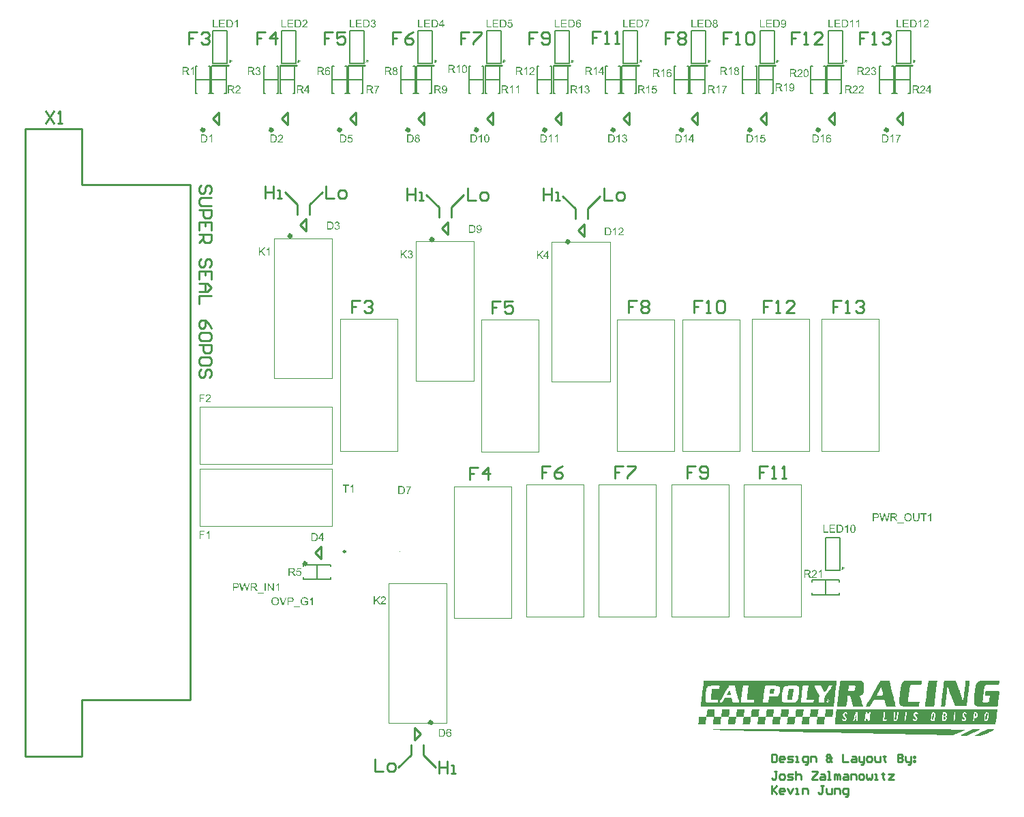
<source format=gbr>
%TF.GenerationSoftware,Altium Limited,Altium Designer,19.0.10 (269)*%
G04 Layer_Color=65535*
%FSLAX26Y26*%
%MOIN*%
%TF.FileFunction,Legend,Top*%
%TF.Part,Single*%
G01*
G75*
%TA.AperFunction,NonConductor*%
%ADD33C,0.009842*%
%ADD34C,0.010000*%
%ADD35C,0.007874*%
%ADD36C,0.005906*%
%ADD50C,0.019685*%
%ADD51C,0.003937*%
G36*
X4627874Y936294D02*
X4628968Y935200D01*
Y934106D01*
Y931919D01*
X4627874Y926451D01*
Y925358D01*
Y920983D01*
X4626781Y913328D01*
X4625687Y903486D01*
Y902392D01*
Y901298D01*
X4624593Y893643D01*
X4623500Y883801D01*
X4621313Y872865D01*
X4613657Y811623D01*
X4556790D01*
X4539293Y863023D01*
Y864116D01*
X4538199Y865210D01*
X4536012Y870678D01*
X4532731Y879427D01*
X4529450Y888175D01*
Y889269D01*
X4528357Y890362D01*
X4527263Y894737D01*
X4525076Y901298D01*
X4522889Y906766D01*
Y907860D01*
X4521795Y911141D01*
X4520701Y913328D01*
Y911141D01*
X4519608Y906766D01*
Y901298D01*
X4518514Y891456D01*
X4517421Y879427D01*
X4516327Y871771D01*
X4515233Y863023D01*
Y860835D01*
X4514140Y855367D01*
X4513046Y847712D01*
X4511953Y837870D01*
X4510859Y829121D01*
X4509765Y820372D01*
X4508672Y814904D01*
X4507578Y812717D01*
Y811623D01*
Y809436D01*
X4488987D01*
Y811623D01*
Y812717D01*
Y814904D01*
X4490081Y819279D01*
Y826934D01*
X4492268Y837870D01*
Y844431D01*
X4493361Y853180D01*
X4494455Y861929D01*
X4495549Y872865D01*
Y873958D01*
Y875052D01*
X4496642Y878333D01*
Y882707D01*
X4497736Y892550D01*
X4499923Y904579D01*
X4501017Y915515D01*
X4502110Y925358D01*
Y929732D01*
X4503204Y933013D01*
Y934106D01*
Y935200D01*
X4504297Y937387D01*
X4562258D01*
X4565539Y927545D01*
Y926451D01*
X4566633Y923170D01*
X4567726Y918796D01*
Y917702D01*
X4569913Y914422D01*
X4571007Y907860D01*
X4574288Y900205D01*
X4575381Y898018D01*
X4576475Y892550D01*
X4579756Y885988D01*
X4581943Y878333D01*
X4583037Y876146D01*
X4584130Y870678D01*
X4587411Y864116D01*
X4589598Y856461D01*
X4590692Y855367D01*
X4591785Y850993D01*
X4592879Y845525D01*
X4593973Y840057D01*
Y838963D01*
X4595066Y837870D01*
X4596160Y835683D01*
X4597253Y834589D01*
Y835683D01*
X4598347Y836776D01*
Y841150D01*
X4599441Y846619D01*
X4600534Y855367D01*
X4601628Y868490D01*
X4602721Y876146D01*
X4603815Y884894D01*
Y885988D01*
Y887082D01*
X4604909Y892550D01*
X4606002Y901298D01*
X4607096Y910047D01*
Y919890D01*
X4608189Y927545D01*
X4609283Y934106D01*
Y935200D01*
Y936294D01*
X4610377Y937387D01*
X4624593D01*
X4627874Y936294D01*
D02*
G37*
G36*
X4775510Y935200D02*
Y934107D01*
X4774417Y930826D01*
X4773323Y925358D01*
X4772229Y916609D01*
X4706613Y916609D01*
X4705520Y914422D01*
X4703333Y913328D01*
X4701145Y910047D01*
Y908954D01*
Y907860D01*
Y904579D01*
X4700052Y900205D01*
X4698958Y893643D01*
X4697865Y884894D01*
X4696771Y872865D01*
Y871771D01*
X4695677Y867397D01*
Y861929D01*
X4694584Y855367D01*
X4693490Y848806D01*
Y843338D01*
X4692397Y838963D01*
Y836776D01*
Y835683D01*
X4693490Y834589D01*
X4695677Y832402D01*
X4696771Y830215D01*
X4712081D01*
X4716456Y831308D01*
X4718643Y832402D01*
X4719737D01*
X4720830Y833495D01*
X4723017Y836776D01*
X4724111Y837870D01*
X4725205Y842244D01*
X4726298Y846619D01*
Y850993D01*
X4727392Y857554D01*
Y864116D01*
X4704426D01*
Y866303D01*
Y867397D01*
Y870678D01*
X4705520Y876146D01*
X4706613Y884894D01*
X4770042Y884895D01*
X4774417Y883801D01*
X4775510D01*
Y881614D01*
X4774417Y879427D01*
Y875052D01*
X4773323Y868491D01*
X4772229Y859742D01*
X4770042Y847712D01*
Y846619D01*
X4768949Y842244D01*
Y836776D01*
X4767855Y829121D01*
X4766761Y822559D01*
Y817091D01*
X4765668Y812717D01*
Y810530D01*
X4759106D01*
X4753638Y809436D01*
X4691303Y809436D01*
X4682554Y810530D01*
X4667244D01*
X4663963Y811623D01*
X4661776Y812717D01*
X4657401Y814904D01*
X4653027Y820372D01*
X4650840Y823653D01*
X4649746Y829121D01*
Y830215D01*
Y832402D01*
Y836776D01*
Y842244D01*
Y849899D01*
X4650840Y859742D01*
X4651933Y872865D01*
Y873958D01*
X4653027Y878333D01*
X4654121Y883801D01*
X4655214Y890362D01*
Y896924D01*
X4656308Y903486D01*
X4657401Y907860D01*
Y910047D01*
Y911141D01*
X4658495Y912235D01*
X4660682Y918796D01*
X4665057Y925358D01*
X4671618Y931919D01*
X4672712Y933013D01*
X4674899Y934106D01*
X4677086Y935200D01*
X4681461D01*
X4683648Y936294D01*
X4692397D01*
X4701145Y937387D01*
X4775510Y937387D01*
Y935200D01*
D02*
G37*
G36*
X4470396Y935200D02*
Y934106D01*
Y931919D01*
X4469302Y927545D01*
X4468209Y919890D01*
Y915515D01*
X4467115Y908954D01*
X4466021Y901298D01*
X4464928Y893643D01*
X4463834Y883801D01*
X4462741Y872865D01*
Y871771D01*
Y870678D01*
X4461647Y863023D01*
X4460553Y853180D01*
X4459460Y842244D01*
X4458366Y831308D01*
X4457273Y820372D01*
X4456179Y813811D01*
Y811623D01*
Y810530D01*
X4453992D01*
X4450711Y809436D01*
X4410248D01*
Y811623D01*
Y812717D01*
X4411341Y815998D01*
Y820372D01*
X4412435Y828027D01*
X4414622Y838963D01*
X4415716Y846619D01*
X4416809Y854274D01*
X4417903Y864116D01*
X4418997Y875052D01*
X4426652Y937387D01*
X4470396D01*
Y935200D01*
D02*
G37*
G36*
X4393844D02*
Y934106D01*
Y929732D01*
Y924264D01*
X4392750Y916609D01*
X4350100D01*
X4345725Y915515D01*
X4342445D01*
X4341351Y914422D01*
X4340257Y913328D01*
X4339164Y912235D01*
X4338070Y910047D01*
Y907860D01*
X4336977Y905673D01*
X4335883Y901298D01*
Y894737D01*
X4333696Y884894D01*
X4332602Y872865D01*
X4327134Y836776D01*
X4329321Y834589D01*
Y833495D01*
X4330415Y832402D01*
X4384001D01*
Y830215D01*
Y829121D01*
X4382908Y825840D01*
X4381814Y820372D01*
X4380721Y809436D01*
X4320573D01*
X4312917Y810530D01*
X4305262D01*
X4298701Y811623D01*
X4295420Y812717D01*
X4294326Y813811D01*
X4291045Y815998D01*
X4289952Y817091D01*
X4287765Y820372D01*
X4285577Y825840D01*
X4283390Y833495D01*
Y834589D01*
Y836776D01*
X4284484Y840057D01*
Y844431D01*
X4285577Y850993D01*
X4286671Y860835D01*
X4287765Y871771D01*
Y873958D01*
X4288858Y878333D01*
Y883801D01*
X4289952Y891456D01*
X4291045Y899111D01*
X4292139Y905673D01*
X4293233Y911141D01*
Y914422D01*
Y915515D01*
X4294326Y917702D01*
X4298701Y924264D01*
X4305262Y931919D01*
X4310730Y935200D01*
X4316198Y937387D01*
X4393844D01*
Y935200D01*
D02*
G37*
G36*
X4249489Y882707D02*
X4250582Y880520D01*
X4251676Y875052D01*
X4254957Y865210D01*
X4257144Y854274D01*
Y853180D01*
X4258237Y852087D01*
X4259331Y845525D01*
X4261518Y837870D01*
X4263705Y830215D01*
Y829121D01*
X4264799Y825840D01*
X4265893Y822559D01*
Y820372D01*
X4268080Y809436D01*
X4221055D01*
X4216681Y825840D01*
Y826934D01*
X4215587Y828027D01*
X4214493Y834589D01*
X4213400Y840057D01*
X4212306Y841150D01*
Y842244D01*
Y843338D01*
X4160907D01*
X4152158Y825840D01*
X4141222Y809436D01*
X4120444D01*
X4121537Y811623D01*
X4123725Y817091D01*
X4125912Y821466D01*
X4129193Y825840D01*
X4132473Y833495D01*
X4137941Y841150D01*
X4143409Y850993D01*
X4149971Y863022D01*
X4157626Y877239D01*
X4167469Y893643D01*
X4178405Y912235D01*
X4190434Y934106D01*
X4191528Y937387D01*
X4236365D01*
X4249489Y882707D01*
D02*
G37*
G36*
X4047173Y935200D02*
X4101853D01*
X4102946Y934106D01*
X4106227Y933013D01*
X4109508Y929732D01*
X4111695Y926451D01*
Y925358D01*
X4112789Y923170D01*
Y920983D01*
Y916609D01*
Y912234D01*
Y905673D01*
X4111695Y896924D01*
Y895830D01*
Y893643D01*
X4110601Y885988D01*
Y878333D01*
X4109508Y875052D01*
Y872865D01*
X4108414Y871771D01*
X4106227Y869584D01*
X4100759Y866303D01*
X4094197Y864116D01*
X4090917D01*
Y863022D01*
X4092010Y860835D01*
X4093104Y857554D01*
X4094197Y852086D01*
X4096385Y845525D01*
X4099665Y836776D01*
Y835682D01*
X4100759Y832402D01*
X4102946Y828027D01*
X4105133Y823653D01*
X4106227Y818185D01*
X4108414Y813810D01*
X4109508Y810530D01*
Y809436D01*
X4060296D01*
X4059202Y812717D01*
Y813810D01*
X4058109Y815998D01*
Y817091D01*
X4057015Y819278D01*
X4055921Y822559D01*
X4054828Y826934D01*
Y828027D01*
X4053734Y831308D01*
X4052641Y835682D01*
Y838963D01*
X4046079Y864116D01*
X4032956D01*
X4031862Y863022D01*
Y861929D01*
Y859742D01*
Y856461D01*
X4030769Y852086D01*
Y845525D01*
X4029675Y836776D01*
Y835682D01*
X4028581Y832402D01*
X4027488Y828027D01*
X4026394Y823653D01*
Y822559D01*
Y820372D01*
X4025301Y812717D01*
Y811623D01*
Y810530D01*
Y809436D01*
X3980463D01*
Y811623D01*
Y812717D01*
Y814904D01*
X3981557Y819278D01*
X3982650Y826934D01*
X3983744Y837870D01*
X3984837Y844431D01*
X3985931Y853180D01*
X3987025Y861929D01*
X3988118Y872865D01*
Y873958D01*
Y875052D01*
X3989212Y882707D01*
X3990305Y892550D01*
X3992493Y903486D01*
X3993586Y915515D01*
X3994680Y925358D01*
X3995773Y931919D01*
X3996867Y934106D01*
Y935200D01*
Y937387D01*
X4047173Y935200D01*
D02*
G37*
G36*
X3979369D02*
Y934106D01*
Y931919D01*
X3978276Y926451D01*
X3977182Y918796D01*
X3976089Y907860D01*
X3974995Y901298D01*
X3973901Y892550D01*
X3972808Y882707D01*
X3971714Y871771D01*
X3964059Y809436D01*
X3313367Y809436D01*
Y811623D01*
Y812717D01*
Y815997D01*
X3314461Y820372D01*
X3315554Y828027D01*
X3316648Y838963D01*
X3317741Y845525D01*
X3318835Y853180D01*
X3319929Y863022D01*
X3321022Y872865D01*
Y873958D01*
Y875052D01*
X3322116Y878333D01*
Y882707D01*
X3323209Y892549D01*
X3325397Y904579D01*
X3326490Y915515D01*
X3327584Y925357D01*
Y929732D01*
X3328677Y933013D01*
Y934106D01*
Y935200D01*
Y937387D01*
X3980463Y937387D01*
X3979369Y935200D01*
D02*
G37*
G36*
X3889694Y794126D02*
X3888601Y791938D01*
Y788658D01*
X3887507Y784283D01*
X3886413Y778815D01*
Y777722D01*
Y776628D01*
X3885320Y770066D01*
X3884226Y763505D01*
Y761318D01*
Y760224D01*
X3849231D01*
X3845950Y741633D01*
Y740539D01*
Y739446D01*
Y732884D01*
X3844857Y726322D01*
Y724135D01*
Y723042D01*
X3807674D01*
Y724135D01*
Y726322D01*
X3808768Y728510D01*
Y731790D01*
Y736165D01*
X3809861Y741633D01*
Y742726D01*
Y743820D01*
X3810955Y750382D01*
X3812049Y756943D01*
Y759130D01*
Y760224D01*
X3777053D01*
X3773773Y741633D01*
Y740539D01*
Y739446D01*
Y732884D01*
X3772679Y727416D01*
Y725229D01*
Y724135D01*
Y723042D01*
X3735497D01*
Y724135D01*
Y726322D01*
Y728510D01*
X3736590Y731790D01*
Y736165D01*
X3737684Y741633D01*
X3738777Y749288D01*
X3739871Y758037D01*
Y760224D01*
X3704876D01*
Y759130D01*
Y756943D01*
X3703782Y751475D01*
X3702689Y747101D01*
X3701595Y741633D01*
Y740539D01*
Y739446D01*
Y733978D01*
X3700501Y728510D01*
Y724135D01*
Y723042D01*
X3663319D01*
Y726322D01*
X3664413Y728510D01*
Y731790D01*
Y736165D01*
X3665506Y741633D01*
Y742726D01*
Y744914D01*
X3666600Y751475D01*
X3667693Y756943D01*
Y759130D01*
Y760224D01*
X3632698D01*
Y759130D01*
Y756943D01*
X3631605Y754756D01*
Y751475D01*
X3630511Y746007D01*
X3629417Y740539D01*
X3628324Y723042D01*
X3591141D01*
Y725229D01*
X3592235Y727416D01*
Y730697D01*
Y735071D01*
X3593329Y740539D01*
Y741633D01*
Y743820D01*
X3594422Y749288D01*
X3595516Y755850D01*
Y758037D01*
Y759130D01*
X3593329Y760224D01*
X3559427Y760224D01*
Y758037D01*
Y755850D01*
Y753662D01*
X3558333Y750381D01*
Y746007D01*
X3557240Y740539D01*
X3555053Y723042D01*
X3518964D01*
Y724135D01*
Y725229D01*
X3520057Y728510D01*
Y732884D01*
X3521151Y738352D01*
X3522245Y750381D01*
X3523338Y755850D01*
Y760224D01*
X3559427D01*
Y761317D01*
Y763505D01*
X3560521Y765692D01*
Y768973D01*
Y773347D01*
X3561614Y778815D01*
X3564895Y796313D01*
X3599890Y796313D01*
Y795219D01*
Y794126D01*
X3598797Y790845D01*
Y785377D01*
X3597703Y779909D01*
X3596609Y773347D01*
Y767879D01*
X3595516Y763505D01*
Y761318D01*
X3597703D01*
X3599890Y760224D01*
X3632698D01*
Y761318D01*
Y762411D01*
X3633792Y765692D01*
Y770066D01*
X3634885Y775534D01*
X3635979Y787564D01*
X3637073Y791938D01*
Y796313D01*
X3672068D01*
Y795219D01*
Y794126D01*
X3670974Y790845D01*
Y787564D01*
X3669881Y782096D01*
X3668787Y771160D01*
X3667693Y765692D01*
Y761318D01*
X3669881D01*
X3672068Y760224D01*
X3704876D01*
Y763505D01*
X3705969Y765692D01*
Y768973D01*
Y773347D01*
X3707063Y778815D01*
Y779909D01*
Y782096D01*
X3708157Y787564D01*
X3709250Y794126D01*
Y795219D01*
Y796313D01*
X3744245D01*
Y795219D01*
Y793032D01*
Y790845D01*
Y788658D01*
X3743152Y784283D01*
Y778815D01*
Y777722D01*
Y776628D01*
X3742058Y770066D01*
X3740965Y764598D01*
Y762411D01*
X3739871Y761318D01*
Y760224D01*
X3777053D01*
X3778147Y777722D01*
Y778815D01*
Y781002D01*
X3779241Y786470D01*
X3780334Y793032D01*
X3781428Y794126D01*
Y795219D01*
Y796313D01*
X3816423D01*
Y794126D01*
Y791938D01*
Y788658D01*
X3815329Y783190D01*
X3814236Y777722D01*
X3813142Y770066D01*
X3812049Y761318D01*
Y760224D01*
X3848137D01*
X3849231Y761318D01*
Y762411D01*
Y764598D01*
Y770066D01*
X3850325Y778815D01*
Y779909D01*
Y781002D01*
X3851418Y787564D01*
X3852512Y793032D01*
Y795219D01*
Y796313D01*
X3889694D01*
Y794126D01*
D02*
G37*
G36*
X3526619Y795219D02*
X3527713D01*
Y793032D01*
Y790845D01*
X3526619Y787564D01*
Y783189D01*
X3525525Y777721D01*
Y776628D01*
Y775534D01*
X3524432Y768973D01*
X3523338Y763505D01*
Y761317D01*
Y760224D01*
X3490530D01*
X3488343Y759130D01*
X3487249D01*
Y756943D01*
Y753662D01*
X3486156Y750381D01*
Y746007D01*
X3485062Y740539D01*
Y739446D01*
Y738352D01*
X3483969Y731790D01*
X3482875Y726322D01*
Y724135D01*
Y723042D01*
X3446786D01*
Y726322D01*
X3447880Y728510D01*
Y731790D01*
Y736165D01*
X3448973Y741633D01*
Y742726D01*
Y744913D01*
X3450067Y751475D01*
X3451161Y756943D01*
Y759130D01*
Y760224D01*
X3415072D01*
Y758037D01*
X3413978Y755850D01*
Y752569D01*
X3412885Y748194D01*
X3411791Y741633D01*
X3410697Y723042D01*
X3373515D01*
Y725229D01*
X3374609Y727416D01*
Y730697D01*
Y735071D01*
X3375702Y740539D01*
Y741633D01*
Y743820D01*
X3376796Y749288D01*
X3377889Y755850D01*
Y758037D01*
Y759130D01*
X3375702Y760224D01*
X3342894D01*
Y761317D01*
Y763505D01*
Y765692D01*
Y768973D01*
X3343988Y773347D01*
Y778815D01*
X3347269Y796313D01*
X3384451D01*
X3382264Y795219D01*
Y794125D01*
Y790845D01*
X3381170Y786470D01*
Y782096D01*
X3380077Y770066D01*
Y765692D01*
Y761317D01*
X3382264D01*
X3384451Y760224D01*
X3415072D01*
Y763505D01*
X3416165Y765692D01*
Y768973D01*
Y773347D01*
X3417259Y778815D01*
Y779909D01*
Y782096D01*
X3418353Y787564D01*
X3419446Y794125D01*
Y795219D01*
Y796313D01*
X3456629D01*
X3455535Y795219D01*
Y793032D01*
Y790845D01*
X3454441Y787564D01*
Y783189D01*
X3453348Y777721D01*
X3452254Y760224D01*
X3469752Y761317D01*
X3487249D01*
X3489437Y778815D01*
Y779909D01*
Y782096D01*
X3490530Y787564D01*
X3491624Y794125D01*
Y795219D01*
Y796313D01*
X3524432D01*
X3526619Y795219D01*
D02*
G37*
G36*
X4727392Y795219D02*
X4763481Y795219D01*
Y794126D01*
Y791939D01*
Y786471D01*
X4762387Y779909D01*
X4761293Y770067D01*
X4760200Y758037D01*
X4758013Y742727D01*
X4754732Y724135D01*
Y723042D01*
X3970621Y723042D01*
Y724135D01*
Y725229D01*
Y727416D01*
Y731790D01*
X3971714Y738352D01*
X3972808Y748194D01*
X3973901Y760224D01*
X3976089Y776628D01*
X3979369Y795219D01*
Y796313D01*
X4715362Y796313D01*
X4727392Y795219D01*
D02*
G37*
G36*
X3961872Y795219D02*
Y793032D01*
Y791938D01*
X3960778Y786470D01*
Y785377D01*
Y784283D01*
X3959685Y777722D01*
X3957497Y760224D01*
X3921409D01*
Y758037D01*
Y755850D01*
X3920315Y752569D01*
Y748194D01*
X3919221Y741633D01*
Y740539D01*
Y739446D01*
X3918128Y732884D01*
X3917034Y726322D01*
Y724135D01*
Y723042D01*
X3879852D01*
Y724135D01*
Y726322D01*
X3880945Y728510D01*
Y731790D01*
Y736165D01*
X3882039Y741633D01*
Y742726D01*
Y743820D01*
X3883133Y750382D01*
X3884226Y756943D01*
Y759130D01*
Y760224D01*
X3920315D01*
X3921409Y761318D01*
Y763505D01*
X3922502Y765692D01*
Y768973D01*
Y773347D01*
X3923596Y778815D01*
X3925783Y796313D01*
X3961872D01*
Y795219D01*
D02*
G37*
G36*
X3342894Y758037D02*
X3341801Y753662D01*
X3340707Y747101D01*
X3339613Y740539D01*
X3338520Y723042D01*
X3301337D01*
Y725229D01*
X3302431Y727416D01*
Y728510D01*
X3303525Y729603D01*
Y735071D01*
Y736165D01*
X3304618Y738352D01*
Y743820D01*
X3305712Y760224D01*
X3342894D01*
Y758037D01*
D02*
G37*
G36*
X4549135Y697889D02*
X4609283D01*
X4608189Y696795D01*
X4606002Y695702D01*
X4601628Y694608D01*
X4596160Y691327D01*
X4588505Y688047D01*
X4578662Y682578D01*
X4548041Y668362D01*
X3923596Y682578D01*
X3908285D01*
X3896256Y683672D01*
X3865635D01*
X3847044Y684766D01*
X3826265D01*
X3803300Y685859D01*
X3779241D01*
X3752994Y686953D01*
X3725654D01*
X3669881Y689140D01*
X3611920Y690234D01*
X3552865Y691327D01*
X3497092Y693514D01*
X3469752D01*
X3443505Y694608D01*
X3419446D01*
X3396481Y695702D01*
X3375702D01*
X3357111Y696795D01*
X3326490D01*
X3314461Y697889D01*
X3366953D01*
X3381170Y698982D01*
X4529450Y698982D01*
X4549135Y697889D01*
D02*
G37*
G36*
X4679273D02*
X4680367D01*
X4678180Y696795D01*
X4675993Y695702D01*
X4672712Y694608D01*
X4666150Y691327D01*
X4658495Y688047D01*
X4647559Y682578D01*
X4615845Y666174D01*
X4596160D01*
X4590692Y667268D01*
X4584130Y668362D01*
X4581943D01*
X4583037Y669455D01*
X4585224Y670549D01*
X4590692Y672736D01*
X4591785Y673830D01*
X4597253Y676017D01*
X4603815Y679298D01*
X4612564Y682578D01*
X4645372Y698982D01*
X4678180D01*
X4679273Y697889D01*
D02*
G37*
G36*
X4750357Y697889D02*
X4751451D01*
X4749264Y696795D01*
X4747077Y695702D01*
X4742702Y693515D01*
X4737234Y691327D01*
X4728485Y686953D01*
X4717549Y681485D01*
X4681461Y665081D01*
X4666150D01*
X4660682Y666174D01*
X4649746D01*
X4651933Y667268D01*
X4654121Y668362D01*
X4657401Y670549D01*
X4662869Y672736D01*
X4670525Y677111D01*
X4681461Y682578D01*
X4716456Y698982D01*
X4749264Y698983D01*
X4750357Y697889D01*
D02*
G37*
G36*
X2022238Y3974834D02*
Y3974779D01*
X2022183Y3974668D01*
X2022072Y3974446D01*
X2022016Y3974169D01*
X2021850Y3973836D01*
X2021683Y3973392D01*
X2021350Y3972503D01*
X2020962Y3971505D01*
X2020518Y3970506D01*
X2020074Y3969562D01*
X2019685Y3968785D01*
X2019741D01*
X2019907D01*
X2020129Y3968840D01*
X2020462D01*
X2020851Y3968896D01*
X2021295Y3968952D01*
X2022294Y3969007D01*
X2023348Y3969118D01*
X2024458Y3969229D01*
X2025402Y3969285D01*
X2025846D01*
X2026234D01*
Y3965510D01*
X2026179D01*
X2026123D01*
X2025957D01*
X2025790D01*
X2025180Y3965566D01*
X2024458Y3965622D01*
X2023515Y3965733D01*
X2022349Y3965788D01*
X2021073Y3965954D01*
X2019685Y3966121D01*
Y3966066D01*
X2019741Y3966010D01*
X2019796Y3965843D01*
X2019907Y3965622D01*
X2020185Y3965066D01*
X2020518Y3964345D01*
X2020906Y3963457D01*
X2021350Y3962403D01*
X2021794Y3961237D01*
X2022238Y3959961D01*
X2018520Y3958740D01*
Y3958795D01*
X2018464Y3958906D01*
X2018409Y3959073D01*
X2018353Y3959294D01*
X2018242Y3959628D01*
X2018131Y3959961D01*
X2017909Y3960793D01*
X2017687Y3961792D01*
X2017410Y3962902D01*
X2017188Y3964068D01*
X2017021Y3965289D01*
X2016966Y3965233D01*
X2016744Y3965011D01*
X2016411Y3964622D01*
X2015911Y3964123D01*
X2015190Y3963457D01*
X2014357Y3962735D01*
X2013303Y3961792D01*
X2012082Y3960793D01*
X2009917Y3963901D01*
X2010028Y3963956D01*
X2010306Y3964178D01*
X2010750Y3964512D01*
X2011360Y3964956D01*
X2012193Y3965455D01*
X2013136Y3966066D01*
X2014246Y3966787D01*
X2015467Y3967508D01*
X2015412D01*
X2015301Y3967564D01*
X2015134Y3967675D01*
X2014857Y3967841D01*
X2014191Y3968175D01*
X2013414Y3968619D01*
X2012526Y3969173D01*
X2011582Y3969729D01*
X2010694Y3970339D01*
X2009917Y3970894D01*
X2012082Y3973947D01*
X2012137Y3973891D01*
X2012248Y3973836D01*
X2012415Y3973669D01*
X2012692Y3973447D01*
X2013358Y3972948D01*
X2014135Y3972282D01*
X2014968Y3971560D01*
X2015745Y3970838D01*
X2016466Y3970173D01*
X2016799Y3969895D01*
X2017021Y3969617D01*
Y3969673D01*
X2017077Y3969784D01*
Y3969950D01*
X2017132Y3970173D01*
X2017188Y3970506D01*
X2017299Y3970838D01*
X2017465Y3971671D01*
X2017687Y3972670D01*
X2017909Y3973724D01*
X2018520Y3976000D01*
X2022238Y3974834D01*
D02*
G37*
G36*
X2356529D02*
Y3974779D01*
X2356474Y3974668D01*
X2356363Y3974446D01*
X2356307Y3974169D01*
X2356140Y3973836D01*
X2355974Y3973392D01*
X2355641Y3972503D01*
X2355253Y3971505D01*
X2354809Y3970506D01*
X2354365Y3969562D01*
X2353976Y3968785D01*
X2354032D01*
X2354198D01*
X2354420Y3968840D01*
X2354753D01*
X2355142Y3968896D01*
X2355586Y3968952D01*
X2356584Y3969007D01*
X2357639Y3969118D01*
X2358749Y3969229D01*
X2359693Y3969285D01*
X2360137D01*
X2360525D01*
Y3965510D01*
X2360470D01*
X2360414D01*
X2360247D01*
X2360081D01*
X2359470Y3965566D01*
X2358749Y3965622D01*
X2357805Y3965733D01*
X2356640Y3965788D01*
X2355363Y3965954D01*
X2353976Y3966121D01*
Y3966066D01*
X2354032Y3966010D01*
X2354087Y3965843D01*
X2354198Y3965622D01*
X2354476Y3965066D01*
X2354809Y3964345D01*
X2355197Y3963457D01*
X2355641Y3962403D01*
X2356085Y3961237D01*
X2356529Y3959961D01*
X2352811Y3958740D01*
Y3958795D01*
X2352755Y3958906D01*
X2352700Y3959073D01*
X2352644Y3959294D01*
X2352533Y3959628D01*
X2352422Y3959961D01*
X2352200Y3960793D01*
X2351978Y3961792D01*
X2351700Y3962902D01*
X2351479Y3964068D01*
X2351312Y3965289D01*
X2351256Y3965233D01*
X2351035Y3965011D01*
X2350702Y3964622D01*
X2350202Y3964123D01*
X2349481Y3963457D01*
X2348648Y3962735D01*
X2347593Y3961792D01*
X2346372Y3960793D01*
X2344208Y3963901D01*
X2344319Y3963956D01*
X2344597Y3964178D01*
X2345041Y3964512D01*
X2345651Y3964956D01*
X2346483Y3965455D01*
X2347427Y3966066D01*
X2348537Y3966787D01*
X2349758Y3967508D01*
X2349702D01*
X2349591Y3967564D01*
X2349425Y3967675D01*
X2349148Y3967841D01*
X2348481Y3968175D01*
X2347704Y3968619D01*
X2346816Y3969173D01*
X2345873Y3969729D01*
X2344985Y3970339D01*
X2344208Y3970894D01*
X2346372Y3973947D01*
X2346428Y3973891D01*
X2346539Y3973836D01*
X2346706Y3973669D01*
X2346983Y3973447D01*
X2347649Y3972948D01*
X2348426Y3972282D01*
X2349258Y3971560D01*
X2350035Y3970838D01*
X2350757Y3970173D01*
X2351090Y3969895D01*
X2351312Y3969617D01*
Y3969673D01*
X2351367Y3969784D01*
Y3969950D01*
X2351423Y3970173D01*
X2351479Y3970506D01*
X2351590Y3970838D01*
X2351756Y3971671D01*
X2351978Y3972670D01*
X2352200Y3973724D01*
X2352811Y3976000D01*
X2356529Y3974834D01*
D02*
G37*
G36*
X2690820D02*
Y3974779D01*
X2690764Y3974668D01*
X2690653Y3974446D01*
X2690598Y3974169D01*
X2690431Y3973836D01*
X2690265Y3973392D01*
X2689932Y3972503D01*
X2689543Y3971505D01*
X2689099Y3970506D01*
X2688655Y3969562D01*
X2688267Y3968785D01*
X2688322D01*
X2688489D01*
X2688711Y3968840D01*
X2689044D01*
X2689432Y3968896D01*
X2689876Y3968952D01*
X2690875Y3969007D01*
X2691930Y3969118D01*
X2693040Y3969229D01*
X2693983Y3969285D01*
X2694427D01*
X2694816D01*
Y3965510D01*
X2694760D01*
X2694705D01*
X2694538D01*
X2694372D01*
X2693761Y3965566D01*
X2693040Y3965622D01*
X2692096Y3965733D01*
X2690931Y3965788D01*
X2689654Y3965954D01*
X2688267Y3966121D01*
Y3966066D01*
X2688322Y3966010D01*
X2688378Y3965843D01*
X2688489Y3965622D01*
X2688766Y3965066D01*
X2689099Y3964345D01*
X2689488Y3963457D01*
X2689932Y3962403D01*
X2690376Y3961237D01*
X2690820Y3959961D01*
X2687101Y3958740D01*
Y3958795D01*
X2687046Y3958906D01*
X2686990Y3959073D01*
X2686935Y3959294D01*
X2686824Y3959628D01*
X2686713Y3959961D01*
X2686491Y3960793D01*
X2686269Y3961792D01*
X2685991Y3962902D01*
X2685769Y3964068D01*
X2685603Y3965289D01*
X2685547Y3965233D01*
X2685325Y3965011D01*
X2684992Y3964622D01*
X2684493Y3964123D01*
X2683771Y3963457D01*
X2682939Y3962735D01*
X2681884Y3961792D01*
X2680663Y3960793D01*
X2678499Y3963901D01*
X2678610Y3963956D01*
X2678887Y3964178D01*
X2679331Y3964512D01*
X2679942Y3964956D01*
X2680774Y3965455D01*
X2681718Y3966066D01*
X2682828Y3966787D01*
X2684049Y3967508D01*
X2683993D01*
X2683882Y3967564D01*
X2683716Y3967675D01*
X2683438Y3967841D01*
X2682772Y3968175D01*
X2681995Y3968619D01*
X2681107Y3969173D01*
X2680164Y3969729D01*
X2679276Y3970339D01*
X2678499Y3970894D01*
X2680663Y3973947D01*
X2680719Y3973891D01*
X2680830Y3973836D01*
X2680996Y3973669D01*
X2681274Y3973447D01*
X2681940Y3972948D01*
X2682717Y3972282D01*
X2683549Y3971560D01*
X2684326Y3970838D01*
X2685048Y3970173D01*
X2685381Y3969895D01*
X2685603Y3969617D01*
Y3969673D01*
X2685658Y3969784D01*
Y3969950D01*
X2685714Y3970173D01*
X2685769Y3970506D01*
X2685880Y3970838D01*
X2686047Y3971671D01*
X2686269Y3972670D01*
X2686491Y3973724D01*
X2687101Y3976000D01*
X2690820Y3974834D01*
D02*
G37*
G36*
X3025110D02*
Y3974779D01*
X3025055Y3974668D01*
X3024944Y3974446D01*
X3024888Y3974169D01*
X3024722Y3973836D01*
X3024555Y3973392D01*
X3024222Y3972503D01*
X3023834Y3971505D01*
X3023390Y3970506D01*
X3022946Y3969562D01*
X3022557Y3968785D01*
X3022613D01*
X3022779D01*
X3023001Y3968840D01*
X3023334D01*
X3023723Y3968896D01*
X3024167Y3968952D01*
X3025166Y3969007D01*
X3026220Y3969118D01*
X3027330Y3969229D01*
X3028274Y3969285D01*
X3028718D01*
X3029106D01*
Y3965510D01*
X3029051D01*
X3028995D01*
X3028829D01*
X3028662D01*
X3028052Y3965566D01*
X3027330Y3965622D01*
X3026387Y3965733D01*
X3025221Y3965788D01*
X3023945Y3965954D01*
X3022557Y3966121D01*
Y3966066D01*
X3022613Y3966010D01*
X3022668Y3965843D01*
X3022779Y3965622D01*
X3023057Y3965066D01*
X3023390Y3964345D01*
X3023778Y3963457D01*
X3024222Y3962403D01*
X3024666Y3961237D01*
X3025110Y3959961D01*
X3021392Y3958740D01*
Y3958795D01*
X3021336Y3958906D01*
X3021281Y3959073D01*
X3021225Y3959294D01*
X3021114Y3959628D01*
X3021003Y3959961D01*
X3020781Y3960793D01*
X3020559Y3961792D01*
X3020282Y3962902D01*
X3020060Y3964068D01*
X3019893Y3965289D01*
X3019838Y3965233D01*
X3019616Y3965011D01*
X3019283Y3964622D01*
X3018783Y3964123D01*
X3018062Y3963457D01*
X3017229Y3962735D01*
X3016175Y3961792D01*
X3014954Y3960793D01*
X3012789Y3963901D01*
X3012900Y3963956D01*
X3013178Y3964178D01*
X3013622Y3964512D01*
X3014232Y3964956D01*
X3015065Y3965455D01*
X3016008Y3966066D01*
X3017118Y3966787D01*
X3018339Y3967508D01*
X3018284D01*
X3018173Y3967564D01*
X3018006Y3967675D01*
X3017729Y3967841D01*
X3017063Y3968175D01*
X3016286Y3968619D01*
X3015398Y3969173D01*
X3014454Y3969729D01*
X3013566Y3970339D01*
X3012789Y3970894D01*
X3014954Y3973947D01*
X3015009Y3973891D01*
X3015120Y3973836D01*
X3015287Y3973669D01*
X3015564Y3973447D01*
X3016230Y3972948D01*
X3017007Y3972282D01*
X3017840Y3971560D01*
X3018617Y3970838D01*
X3019338Y3970173D01*
X3019671Y3969895D01*
X3019893Y3969617D01*
Y3969673D01*
X3019949Y3969784D01*
Y3969950D01*
X3020004Y3970173D01*
X3020060Y3970506D01*
X3020171Y3970838D01*
X3020337Y3971671D01*
X3020559Y3972670D01*
X3020781Y3973724D01*
X3021392Y3976000D01*
X3025110Y3974834D01*
D02*
G37*
G36*
X3359401D02*
Y3974779D01*
X3359345Y3974668D01*
X3359234Y3974446D01*
X3359179Y3974169D01*
X3359012Y3973836D01*
X3358846Y3973392D01*
X3358513Y3972503D01*
X3358124Y3971505D01*
X3357680Y3970506D01*
X3357236Y3969562D01*
X3356848Y3968785D01*
X3356903D01*
X3357070D01*
X3357292Y3968840D01*
X3357625D01*
X3358013Y3968896D01*
X3358457Y3968952D01*
X3359456Y3969007D01*
X3360511Y3969118D01*
X3361621Y3969229D01*
X3362564Y3969285D01*
X3363008D01*
X3363397D01*
Y3965510D01*
X3363341D01*
X3363286D01*
X3363119D01*
X3362953D01*
X3362342Y3965566D01*
X3361621Y3965622D01*
X3360677Y3965733D01*
X3359512Y3965788D01*
X3358235Y3965954D01*
X3356848Y3966121D01*
Y3966066D01*
X3356903Y3966010D01*
X3356959Y3965843D01*
X3357070Y3965622D01*
X3357347Y3965066D01*
X3357680Y3964345D01*
X3358069Y3963457D01*
X3358513Y3962403D01*
X3358957Y3961237D01*
X3359401Y3959961D01*
X3355682Y3958740D01*
Y3958795D01*
X3355627Y3958906D01*
X3355571Y3959073D01*
X3355516Y3959294D01*
X3355405Y3959628D01*
X3355294Y3959961D01*
X3355072Y3960793D01*
X3354850Y3961792D01*
X3354572Y3962902D01*
X3354350Y3964068D01*
X3354184Y3965289D01*
X3354128Y3965233D01*
X3353906Y3965011D01*
X3353573Y3964622D01*
X3353074Y3964123D01*
X3352352Y3963457D01*
X3351520Y3962735D01*
X3350465Y3961792D01*
X3349244Y3960793D01*
X3347080Y3963901D01*
X3347191Y3963956D01*
X3347468Y3964178D01*
X3347912Y3964512D01*
X3348523Y3964956D01*
X3349355Y3965455D01*
X3350299Y3966066D01*
X3351409Y3966787D01*
X3352630Y3967508D01*
X3352574D01*
X3352463Y3967564D01*
X3352297Y3967675D01*
X3352019Y3967841D01*
X3351353Y3968175D01*
X3350576Y3968619D01*
X3349688Y3969173D01*
X3348745Y3969729D01*
X3347857Y3970339D01*
X3347080Y3970894D01*
X3349244Y3973947D01*
X3349300Y3973891D01*
X3349411Y3973836D01*
X3349577Y3973669D01*
X3349855Y3973447D01*
X3350521Y3972948D01*
X3351298Y3972282D01*
X3352130Y3971560D01*
X3352907Y3970838D01*
X3353629Y3970173D01*
X3353962Y3969895D01*
X3354184Y3969617D01*
Y3969673D01*
X3354239Y3969784D01*
Y3969950D01*
X3354295Y3970173D01*
X3354350Y3970506D01*
X3354461Y3970838D01*
X3354628Y3971671D01*
X3354850Y3972670D01*
X3355072Y3973724D01*
X3355682Y3976000D01*
X3359401Y3974834D01*
D02*
G37*
G36*
X3693691D02*
Y3974779D01*
X3693636Y3974668D01*
X3693525Y3974446D01*
X3693469Y3974169D01*
X3693303Y3973836D01*
X3693136Y3973392D01*
X3692803Y3972503D01*
X3692415Y3971505D01*
X3691971Y3970506D01*
X3691527Y3969562D01*
X3691138Y3968785D01*
X3691194D01*
X3691360D01*
X3691582Y3968840D01*
X3691915D01*
X3692304Y3968896D01*
X3692748Y3968952D01*
X3693747Y3969007D01*
X3694801Y3969118D01*
X3695911Y3969229D01*
X3696855Y3969285D01*
X3697299D01*
X3697687D01*
Y3965510D01*
X3697632D01*
X3697576D01*
X3697410D01*
X3697243D01*
X3696633Y3965566D01*
X3695911Y3965622D01*
X3694968Y3965733D01*
X3693802Y3965788D01*
X3692526Y3965954D01*
X3691138Y3966121D01*
Y3966066D01*
X3691194Y3966010D01*
X3691249Y3965843D01*
X3691360Y3965622D01*
X3691638Y3965066D01*
X3691971Y3964345D01*
X3692359Y3963457D01*
X3692803Y3962403D01*
X3693247Y3961237D01*
X3693691Y3959961D01*
X3689973Y3958740D01*
Y3958795D01*
X3689917Y3958906D01*
X3689862Y3959073D01*
X3689806Y3959294D01*
X3689695Y3959628D01*
X3689584Y3959961D01*
X3689362Y3960793D01*
X3689140Y3961792D01*
X3688863Y3962902D01*
X3688641Y3964068D01*
X3688474Y3965289D01*
X3688419Y3965233D01*
X3688197Y3965011D01*
X3687864Y3964622D01*
X3687364Y3964123D01*
X3686643Y3963457D01*
X3685810Y3962735D01*
X3684756Y3961792D01*
X3683535Y3960793D01*
X3681370Y3963901D01*
X3681481Y3963956D01*
X3681759Y3964178D01*
X3682203Y3964512D01*
X3682813Y3964956D01*
X3683646Y3965455D01*
X3684589Y3966066D01*
X3685699Y3966787D01*
X3686920Y3967508D01*
X3686865D01*
X3686754Y3967564D01*
X3686587Y3967675D01*
X3686310Y3967841D01*
X3685644Y3968175D01*
X3684867Y3968619D01*
X3683979Y3969173D01*
X3683035Y3969729D01*
X3682147Y3970339D01*
X3681370Y3970894D01*
X3683535Y3973947D01*
X3683590Y3973891D01*
X3683701Y3973836D01*
X3683868Y3973669D01*
X3684145Y3973447D01*
X3684811Y3972948D01*
X3685588Y3972282D01*
X3686421Y3971560D01*
X3687198Y3970838D01*
X3687919Y3970173D01*
X3688252Y3969895D01*
X3688474Y3969617D01*
Y3969673D01*
X3688530Y3969784D01*
Y3969950D01*
X3688585Y3970173D01*
X3688641Y3970506D01*
X3688752Y3970838D01*
X3688918Y3971671D01*
X3689140Y3972670D01*
X3689362Y3973724D01*
X3689973Y3976000D01*
X3693691Y3974834D01*
D02*
G37*
G36*
X4027982D02*
Y3974779D01*
X4027927Y3974668D01*
X4027816Y3974446D01*
X4027760Y3974169D01*
X4027593Y3973836D01*
X4027427Y3973392D01*
X4027094Y3972503D01*
X4026706Y3971505D01*
X4026262Y3970506D01*
X4025818Y3969562D01*
X4025429Y3968785D01*
X4025485D01*
X4025651D01*
X4025873Y3968840D01*
X4026206D01*
X4026595Y3968896D01*
X4027039Y3968952D01*
X4028037Y3969007D01*
X4029092Y3969118D01*
X4030202Y3969229D01*
X4031146Y3969285D01*
X4031590D01*
X4031978D01*
Y3965510D01*
X4031923D01*
X4031867D01*
X4031700D01*
X4031534D01*
X4030923Y3965566D01*
X4030202Y3965622D01*
X4029258Y3965733D01*
X4028093Y3965788D01*
X4026816Y3965954D01*
X4025429Y3966121D01*
Y3966066D01*
X4025485Y3966010D01*
X4025540Y3965843D01*
X4025651Y3965622D01*
X4025928Y3965066D01*
X4026262Y3964345D01*
X4026650Y3963457D01*
X4027094Y3962403D01*
X4027538Y3961237D01*
X4027982Y3959961D01*
X4024264Y3958740D01*
Y3958795D01*
X4024208Y3958906D01*
X4024153Y3959073D01*
X4024097Y3959294D01*
X4023986Y3959628D01*
X4023875Y3959961D01*
X4023653Y3960793D01*
X4023431Y3961792D01*
X4023153Y3962902D01*
X4022932Y3964068D01*
X4022765Y3965289D01*
X4022709Y3965233D01*
X4022488Y3965011D01*
X4022155Y3964622D01*
X4021655Y3964123D01*
X4020934Y3963457D01*
X4020101Y3962735D01*
X4019046Y3961792D01*
X4017825Y3960793D01*
X4015661Y3963901D01*
X4015772Y3963956D01*
X4016050Y3964178D01*
X4016494Y3964512D01*
X4017104Y3964956D01*
X4017936Y3965455D01*
X4018880Y3966066D01*
X4019990Y3966787D01*
X4021211Y3967508D01*
X4021155D01*
X4021044Y3967564D01*
X4020878Y3967675D01*
X4020601Y3967841D01*
X4019934Y3968175D01*
X4019157Y3968619D01*
X4018269Y3969173D01*
X4017326Y3969729D01*
X4016438Y3970339D01*
X4015661Y3970894D01*
X4017825Y3973947D01*
X4017881Y3973891D01*
X4017992Y3973836D01*
X4018159Y3973669D01*
X4018436Y3973447D01*
X4019102Y3972948D01*
X4019879Y3972282D01*
X4020711Y3971560D01*
X4021488Y3970838D01*
X4022210Y3970173D01*
X4022543Y3969895D01*
X4022765Y3969617D01*
Y3969673D01*
X4022820Y3969784D01*
Y3969950D01*
X4022876Y3970173D01*
X4022932Y3970506D01*
X4023043Y3970838D01*
X4023209Y3971671D01*
X4023431Y3972670D01*
X4023653Y3973724D01*
X4024264Y3976000D01*
X4027982Y3974834D01*
D02*
G37*
G36*
X4362273D02*
Y3974779D01*
X4362217Y3974668D01*
X4362106Y3974446D01*
X4362051Y3974169D01*
X4361884Y3973836D01*
X4361718Y3973392D01*
X4361385Y3972503D01*
X4360996Y3971505D01*
X4360552Y3970506D01*
X4360108Y3969562D01*
X4359720Y3968785D01*
X4359775D01*
X4359942D01*
X4360164Y3968840D01*
X4360497D01*
X4360885Y3968896D01*
X4361329Y3968952D01*
X4362328Y3969007D01*
X4363383Y3969118D01*
X4364493Y3969229D01*
X4365436Y3969285D01*
X4365880D01*
X4366269D01*
Y3965510D01*
X4366213D01*
X4366158D01*
X4365991D01*
X4365825D01*
X4365214Y3965566D01*
X4364493Y3965622D01*
X4363549Y3965733D01*
X4362384Y3965788D01*
X4361107Y3965954D01*
X4359720Y3966121D01*
Y3966066D01*
X4359775Y3966010D01*
X4359831Y3965843D01*
X4359942Y3965622D01*
X4360219Y3965066D01*
X4360552Y3964345D01*
X4360941Y3963457D01*
X4361385Y3962403D01*
X4361829Y3961237D01*
X4362273Y3959961D01*
X4358554Y3958740D01*
Y3958795D01*
X4358499Y3958906D01*
X4358443Y3959073D01*
X4358388Y3959294D01*
X4358277Y3959628D01*
X4358166Y3959961D01*
X4357944Y3960793D01*
X4357722Y3961792D01*
X4357444Y3962902D01*
X4357222Y3964068D01*
X4357056Y3965289D01*
X4357000Y3965233D01*
X4356778Y3965011D01*
X4356445Y3964622D01*
X4355946Y3964123D01*
X4355224Y3963457D01*
X4354392Y3962735D01*
X4353337Y3961792D01*
X4352116Y3960793D01*
X4349952Y3963901D01*
X4350063Y3963956D01*
X4350340Y3964178D01*
X4350784Y3964512D01*
X4351395Y3964956D01*
X4352227Y3965455D01*
X4353171Y3966066D01*
X4354281Y3966787D01*
X4355502Y3967508D01*
X4355446D01*
X4355335Y3967564D01*
X4355169Y3967675D01*
X4354891Y3967841D01*
X4354225Y3968175D01*
X4353448Y3968619D01*
X4352560Y3969173D01*
X4351617Y3969729D01*
X4350729Y3970339D01*
X4349952Y3970894D01*
X4352116Y3973947D01*
X4352172Y3973891D01*
X4352283Y3973836D01*
X4352449Y3973669D01*
X4352727Y3973447D01*
X4353393Y3972948D01*
X4354170Y3972282D01*
X4355002Y3971560D01*
X4355779Y3970838D01*
X4356501Y3970173D01*
X4356834Y3969895D01*
X4357056Y3969617D01*
Y3969673D01*
X4357111Y3969784D01*
Y3969950D01*
X4357167Y3970173D01*
X4357222Y3970506D01*
X4357333Y3970838D01*
X4357500Y3971671D01*
X4357722Y3972670D01*
X4357944Y3973724D01*
X4358554Y3976000D01*
X4362273Y3974834D01*
D02*
G37*
G36*
X1687948D02*
Y3974779D01*
X1687892Y3974668D01*
X1687781Y3974446D01*
X1687726Y3974169D01*
X1687559Y3973836D01*
X1687393Y3973392D01*
X1687060Y3972503D01*
X1686671Y3971505D01*
X1686227Y3970506D01*
X1685783Y3969562D01*
X1685395Y3968785D01*
X1685450D01*
X1685617D01*
X1685839Y3968840D01*
X1686172D01*
X1686560Y3968896D01*
X1687004Y3968952D01*
X1688003Y3969007D01*
X1689058Y3969118D01*
X1690168Y3969229D01*
X1691111Y3969285D01*
X1691555D01*
X1691944D01*
Y3965510D01*
X1691888D01*
X1691833D01*
X1691666D01*
X1691500D01*
X1690889Y3965566D01*
X1690168Y3965622D01*
X1689224Y3965733D01*
X1688059Y3965788D01*
X1686782Y3965954D01*
X1685395Y3966121D01*
Y3966066D01*
X1685450Y3966010D01*
X1685506Y3965843D01*
X1685617Y3965622D01*
X1685894Y3965066D01*
X1686227Y3964345D01*
X1686616Y3963457D01*
X1687060Y3962403D01*
X1687504Y3961237D01*
X1687948Y3959961D01*
X1684229Y3958740D01*
Y3958795D01*
X1684174Y3958906D01*
X1684118Y3959073D01*
X1684063Y3959294D01*
X1683952Y3959628D01*
X1683841Y3959961D01*
X1683619Y3960793D01*
X1683397Y3961792D01*
X1683119Y3962902D01*
X1682897Y3964068D01*
X1682731Y3965289D01*
X1682675Y3965233D01*
X1682453Y3965011D01*
X1682120Y3964622D01*
X1681621Y3964123D01*
X1680899Y3963457D01*
X1680067Y3962735D01*
X1679012Y3961792D01*
X1677791Y3960793D01*
X1675627Y3963901D01*
X1675738Y3963956D01*
X1676015Y3964178D01*
X1676459Y3964512D01*
X1677070Y3964956D01*
X1677902Y3965455D01*
X1678846Y3966066D01*
X1679956Y3966787D01*
X1681177Y3967508D01*
X1681121D01*
X1681010Y3967564D01*
X1680844Y3967675D01*
X1680566Y3967841D01*
X1679900Y3968175D01*
X1679123Y3968619D01*
X1678235Y3969173D01*
X1677292Y3969729D01*
X1676404Y3970339D01*
X1675627Y3970894D01*
X1677791Y3973947D01*
X1677847Y3973891D01*
X1677958Y3973836D01*
X1678124Y3973669D01*
X1678402Y3973447D01*
X1679068Y3972948D01*
X1679845Y3972282D01*
X1680677Y3971560D01*
X1681454Y3970838D01*
X1682176Y3970173D01*
X1682509Y3969895D01*
X1682731Y3969617D01*
Y3969673D01*
X1682786Y3969784D01*
Y3969950D01*
X1682842Y3970173D01*
X1682897Y3970506D01*
X1683008Y3970838D01*
X1683175Y3971671D01*
X1683397Y3972670D01*
X1683619Y3973724D01*
X1684229Y3976000D01*
X1687948Y3974834D01*
D02*
G37*
G36*
X1353657D02*
Y3974779D01*
X1353602Y3974668D01*
X1353491Y3974446D01*
X1353435Y3974169D01*
X1353269Y3973836D01*
X1353102Y3973392D01*
X1352769Y3972503D01*
X1352381Y3971505D01*
X1351937Y3970506D01*
X1351493Y3969562D01*
X1351104Y3968785D01*
X1351160D01*
X1351326D01*
X1351548Y3968840D01*
X1351881D01*
X1352270Y3968896D01*
X1352714Y3968952D01*
X1353713Y3969007D01*
X1354767Y3969118D01*
X1355877Y3969229D01*
X1356821Y3969285D01*
X1357265D01*
X1357653D01*
Y3965510D01*
X1357598D01*
X1357542D01*
X1357376D01*
X1357209D01*
X1356599Y3965566D01*
X1355877Y3965622D01*
X1354934Y3965733D01*
X1353768Y3965788D01*
X1352492Y3965954D01*
X1351104Y3966121D01*
Y3966066D01*
X1351160Y3966010D01*
X1351215Y3965843D01*
X1351326Y3965622D01*
X1351604Y3965066D01*
X1351937Y3964345D01*
X1352325Y3963457D01*
X1352769Y3962403D01*
X1353213Y3961237D01*
X1353657Y3959961D01*
X1349939Y3958740D01*
Y3958795D01*
X1349883Y3958906D01*
X1349828Y3959073D01*
X1349772Y3959294D01*
X1349661Y3959628D01*
X1349550Y3959961D01*
X1349328Y3960793D01*
X1349106Y3961792D01*
X1348829Y3962902D01*
X1348607Y3964068D01*
X1348440Y3965289D01*
X1348385Y3965233D01*
X1348163Y3965011D01*
X1347830Y3964622D01*
X1347330Y3964123D01*
X1346609Y3963457D01*
X1345776Y3962735D01*
X1344722Y3961792D01*
X1343501Y3960793D01*
X1341336Y3963901D01*
X1341447Y3963956D01*
X1341725Y3964178D01*
X1342169Y3964512D01*
X1342779Y3964956D01*
X1343612Y3965455D01*
X1344555Y3966066D01*
X1345665Y3966787D01*
X1346886Y3967508D01*
X1346831D01*
X1346720Y3967564D01*
X1346553Y3967675D01*
X1346276Y3967841D01*
X1345610Y3968175D01*
X1344833Y3968619D01*
X1343945Y3969173D01*
X1343001Y3969729D01*
X1342113Y3970339D01*
X1341336Y3970894D01*
X1343501Y3973947D01*
X1343556Y3973891D01*
X1343667Y3973836D01*
X1343834Y3973669D01*
X1344111Y3973447D01*
X1344777Y3972948D01*
X1345554Y3972282D01*
X1346387Y3971560D01*
X1347164Y3970838D01*
X1347885Y3970173D01*
X1348218Y3969895D01*
X1348440Y3969617D01*
Y3969673D01*
X1348496Y3969784D01*
Y3969950D01*
X1348551Y3970173D01*
X1348607Y3970506D01*
X1348718Y3970838D01*
X1348884Y3971671D01*
X1349106Y3972670D01*
X1349328Y3973724D01*
X1349939Y3976000D01*
X1353657Y3974834D01*
D02*
G37*
G36*
X1019367D02*
Y3974779D01*
X1019311Y3974668D01*
X1019200Y3974446D01*
X1019145Y3974169D01*
X1018978Y3973836D01*
X1018812Y3973392D01*
X1018479Y3972503D01*
X1018090Y3971505D01*
X1017646Y3970506D01*
X1017202Y3969562D01*
X1016814Y3968785D01*
X1016869D01*
X1017036D01*
X1017258Y3968840D01*
X1017591D01*
X1017979Y3968896D01*
X1018423Y3968952D01*
X1019422Y3969007D01*
X1020477Y3969118D01*
X1021587Y3969229D01*
X1022530Y3969285D01*
X1022974D01*
X1023363D01*
Y3965510D01*
X1023307D01*
X1023252D01*
X1023085D01*
X1022919D01*
X1022308Y3965566D01*
X1021587Y3965622D01*
X1020643Y3965733D01*
X1019478Y3965788D01*
X1018201Y3965954D01*
X1016814Y3966121D01*
Y3966066D01*
X1016869Y3966010D01*
X1016925Y3965843D01*
X1017036Y3965622D01*
X1017313Y3965066D01*
X1017646Y3964345D01*
X1018035Y3963457D01*
X1018479Y3962403D01*
X1018923Y3961237D01*
X1019367Y3959961D01*
X1015648Y3958740D01*
Y3958795D01*
X1015593Y3958906D01*
X1015537Y3959073D01*
X1015482Y3959294D01*
X1015371Y3959628D01*
X1015260Y3959961D01*
X1015038Y3960793D01*
X1014816Y3961792D01*
X1014538Y3962902D01*
X1014316Y3964068D01*
X1014150Y3965289D01*
X1014094Y3965233D01*
X1013872Y3965011D01*
X1013539Y3964622D01*
X1013040Y3964123D01*
X1012318Y3963457D01*
X1011486Y3962735D01*
X1010431Y3961792D01*
X1009210Y3960793D01*
X1007046Y3963901D01*
X1007157Y3963956D01*
X1007434Y3964178D01*
X1007878Y3964512D01*
X1008489Y3964956D01*
X1009321Y3965455D01*
X1010265Y3966066D01*
X1011375Y3966787D01*
X1012596Y3967508D01*
X1012540D01*
X1012429Y3967564D01*
X1012263Y3967675D01*
X1011985Y3967841D01*
X1011319Y3968175D01*
X1010542Y3968619D01*
X1009654Y3969173D01*
X1008711Y3969729D01*
X1007823Y3970339D01*
X1007046Y3970894D01*
X1009210Y3973947D01*
X1009266Y3973891D01*
X1009377Y3973836D01*
X1009543Y3973669D01*
X1009821Y3973447D01*
X1010487Y3972948D01*
X1011264Y3972282D01*
X1012096Y3971560D01*
X1012873Y3970838D01*
X1013595Y3970173D01*
X1013928Y3969895D01*
X1014150Y3969617D01*
Y3969673D01*
X1014205Y3969784D01*
Y3969950D01*
X1014261Y3970173D01*
X1014316Y3970506D01*
X1014427Y3970838D01*
X1014594Y3971671D01*
X1014816Y3972670D01*
X1015038Y3973724D01*
X1015648Y3976000D01*
X1019367Y3974834D01*
D02*
G37*
G36*
X4013384Y1494630D02*
Y1494574D01*
X4013329Y1494463D01*
X4013218Y1494241D01*
X4013162Y1493964D01*
X4012996Y1493631D01*
X4012829Y1493187D01*
X4012496Y1492299D01*
X4012108Y1491300D01*
X4011664Y1490301D01*
X4011220Y1489357D01*
X4010831Y1488580D01*
X4010887D01*
X4011053D01*
X4011275Y1488636D01*
X4011608D01*
X4011997Y1488691D01*
X4012441Y1488747D01*
X4013440Y1488802D01*
X4014494Y1488913D01*
X4015604Y1489024D01*
X4016548Y1489080D01*
X4016992D01*
X4017380D01*
Y1485306D01*
X4017325D01*
X4017269D01*
X4017103D01*
X4016936D01*
X4016326Y1485361D01*
X4015604Y1485417D01*
X4014661Y1485528D01*
X4013495Y1485583D01*
X4012219Y1485750D01*
X4010831Y1485916D01*
Y1485861D01*
X4010887Y1485805D01*
X4010942Y1485639D01*
X4011053Y1485417D01*
X4011331Y1484862D01*
X4011664Y1484140D01*
X4012052Y1483252D01*
X4012496Y1482198D01*
X4012940Y1481032D01*
X4013384Y1479756D01*
X4009666Y1478535D01*
Y1478590D01*
X4009610Y1478701D01*
X4009555Y1478868D01*
X4009499Y1479090D01*
X4009388Y1479423D01*
X4009277Y1479756D01*
X4009055Y1480588D01*
X4008833Y1481587D01*
X4008556Y1482697D01*
X4008334Y1483863D01*
X4008167Y1485084D01*
X4008112Y1485028D01*
X4007890Y1484806D01*
X4007557Y1484418D01*
X4007057Y1483918D01*
X4006336Y1483252D01*
X4005503Y1482531D01*
X4004449Y1481587D01*
X4003228Y1480588D01*
X4001063Y1483696D01*
X4001174Y1483752D01*
X4001452Y1483974D01*
X4001896Y1484307D01*
X4002506Y1484751D01*
X4003339Y1485250D01*
X4004282Y1485861D01*
X4005392Y1486582D01*
X4006613Y1487304D01*
X4006558D01*
X4006447Y1487359D01*
X4006280Y1487470D01*
X4006003Y1487637D01*
X4005337Y1487970D01*
X4004560Y1488414D01*
X4003672Y1488969D01*
X4002728Y1489524D01*
X4001840Y1490134D01*
X4001063Y1490689D01*
X4003228Y1493742D01*
X4003283Y1493686D01*
X4003394Y1493631D01*
X4003561Y1493464D01*
X4003838Y1493242D01*
X4004504Y1492743D01*
X4005281Y1492077D01*
X4006114Y1491355D01*
X4006891Y1490634D01*
X4007612Y1489968D01*
X4007945Y1489690D01*
X4008167Y1489413D01*
Y1489468D01*
X4008223Y1489579D01*
Y1489746D01*
X4008278Y1489968D01*
X4008334Y1490301D01*
X4008445Y1490634D01*
X4008611Y1491466D01*
X4008833Y1492465D01*
X4009055Y1493520D01*
X4009666Y1495795D01*
X4013384Y1494630D01*
D02*
G37*
G36*
X2925309Y3153517D02*
X2925753Y3153461D01*
X2926307Y3153406D01*
X2926918Y3153295D01*
X2927528Y3153184D01*
X2928972Y3152796D01*
X2930414Y3152240D01*
X2931136Y3151907D01*
X2931858Y3151519D01*
X2932523Y3151019D01*
X2933134Y3150465D01*
X2933189Y3150409D01*
X2933300Y3150354D01*
X2933412Y3150131D01*
X2933633Y3149910D01*
X2933911Y3149632D01*
X2934189Y3149244D01*
X2934466Y3148855D01*
X2934799Y3148356D01*
X2935354Y3147301D01*
X2935909Y3145969D01*
X2936131Y3145303D01*
X2936242Y3144526D01*
X2936353Y3143749D01*
X2936409Y3142916D01*
Y3142805D01*
Y3142528D01*
X2936353Y3142084D01*
X2936298Y3141474D01*
X2936186Y3140807D01*
X2935965Y3140030D01*
X2935742Y3139198D01*
X2935410Y3138365D01*
X2935354Y3138255D01*
X2935243Y3137977D01*
X2935021Y3137533D01*
X2934688Y3136923D01*
X2934244Y3136256D01*
X2933689Y3135424D01*
X2933023Y3134591D01*
X2932246Y3133648D01*
X2932135Y3133537D01*
X2931858Y3133204D01*
X2931580Y3132927D01*
X2931302Y3132649D01*
X2930970Y3132316D01*
X2930526Y3131872D01*
X2930081Y3131428D01*
X2929526Y3130928D01*
X2928972Y3130374D01*
X2928305Y3129763D01*
X2927584Y3129153D01*
X2926807Y3128431D01*
X2925919Y3127709D01*
X2925031Y3126932D01*
X2924976Y3126877D01*
X2924865Y3126766D01*
X2924642Y3126599D01*
X2924365Y3126378D01*
X2924032Y3126044D01*
X2923644Y3125711D01*
X2922756Y3124990D01*
X2921812Y3124157D01*
X2920924Y3123325D01*
X2920147Y3122604D01*
X2919814Y3122326D01*
X2919537Y3122048D01*
X2919481Y3121993D01*
X2919314Y3121827D01*
X2919093Y3121604D01*
X2918815Y3121271D01*
X2918537Y3120883D01*
X2918204Y3120494D01*
X2917539Y3119551D01*
X2936464D01*
Y3115000D01*
X2910990D01*
Y3115055D01*
Y3115278D01*
Y3115610D01*
X2911045Y3116055D01*
X2911101Y3116554D01*
X2911211Y3117109D01*
X2911323Y3117664D01*
X2911544Y3118274D01*
Y3118330D01*
X2911600Y3118385D01*
X2911711Y3118718D01*
X2911933Y3119218D01*
X2912266Y3119884D01*
X2912710Y3120661D01*
X2913265Y3121549D01*
X2913876Y3122437D01*
X2914653Y3123381D01*
Y3123436D01*
X2914764Y3123492D01*
X2915041Y3123825D01*
X2915541Y3124324D01*
X2916262Y3125046D01*
X2917095Y3125878D01*
X2918149Y3126877D01*
X2919425Y3127987D01*
X2920813Y3129153D01*
X2920869Y3129208D01*
X2921090Y3129374D01*
X2921423Y3129652D01*
X2921812Y3129985D01*
X2922311Y3130429D01*
X2922922Y3130928D01*
X2923532Y3131483D01*
X2924254Y3132094D01*
X2925642Y3133426D01*
X2927029Y3134758D01*
X2927695Y3135424D01*
X2928305Y3136090D01*
X2928860Y3136700D01*
X2929305Y3137311D01*
Y3137367D01*
X2929416Y3137422D01*
X2929526Y3137588D01*
X2929637Y3137811D01*
X2930026Y3138421D01*
X2930470Y3139142D01*
X2930858Y3140030D01*
X2931247Y3140974D01*
X2931469Y3142028D01*
X2931580Y3143028D01*
Y3143083D01*
Y3143139D01*
X2931524Y3143472D01*
X2931469Y3144026D01*
X2931302Y3144637D01*
X2931081Y3145414D01*
X2930692Y3146191D01*
X2930193Y3146968D01*
X2929526Y3147745D01*
X2929416Y3147856D01*
X2929138Y3148078D01*
X2928749Y3148356D01*
X2928139Y3148744D01*
X2927362Y3149077D01*
X2926474Y3149410D01*
X2925419Y3149632D01*
X2924254Y3149688D01*
X2923921D01*
X2923699Y3149632D01*
X2923033Y3149577D01*
X2922256Y3149410D01*
X2921423Y3149188D01*
X2920480Y3148800D01*
X2919592Y3148300D01*
X2918760Y3147634D01*
X2918648Y3147523D01*
X2918427Y3147245D01*
X2918093Y3146802D01*
X2917760Y3146135D01*
X2917372Y3145358D01*
X2917039Y3144360D01*
X2916817Y3143249D01*
X2916706Y3141973D01*
X2911878Y3142472D01*
Y3142528D01*
X2911933Y3142695D01*
Y3142972D01*
X2911988Y3143360D01*
X2912099Y3143805D01*
X2912211Y3144304D01*
X2912377Y3144914D01*
X2912544Y3145525D01*
X2912988Y3146857D01*
X2913653Y3148189D01*
X2914042Y3148855D01*
X2914541Y3149521D01*
X2915041Y3150131D01*
X2915596Y3150686D01*
X2915651Y3150742D01*
X2915762Y3150798D01*
X2915929Y3150964D01*
X2916206Y3151131D01*
X2916539Y3151352D01*
X2916928Y3151575D01*
X2917372Y3151852D01*
X2917927Y3152130D01*
X2918537Y3152407D01*
X2919204Y3152684D01*
X2919925Y3152907D01*
X2920702Y3153128D01*
X2921535Y3153295D01*
X2922423Y3153461D01*
X2923366Y3153517D01*
X2924365Y3153573D01*
X2924920D01*
X2925309Y3153517D01*
D02*
G37*
G36*
X2899557Y3115000D02*
X2894839D01*
Y3145026D01*
X2894784Y3144970D01*
X2894506Y3144748D01*
X2894173Y3144415D01*
X2893618Y3144026D01*
X2893008Y3143527D01*
X2892231Y3142972D01*
X2891343Y3142361D01*
X2890343Y3141751D01*
X2890288D01*
X2890233Y3141695D01*
X2889899Y3141474D01*
X2889345Y3141196D01*
X2888678Y3140863D01*
X2887901Y3140474D01*
X2887069Y3140086D01*
X2886236Y3139698D01*
X2885404Y3139365D01*
Y3143916D01*
X2885459D01*
X2885570Y3144026D01*
X2885793Y3144082D01*
X2886070Y3144249D01*
X2886403Y3144415D01*
X2886791Y3144637D01*
X2887735Y3145192D01*
X2888845Y3145802D01*
X2889955Y3146579D01*
X2891120Y3147468D01*
X2892286Y3148411D01*
X2892341Y3148466D01*
X2892397Y3148522D01*
X2892564Y3148689D01*
X2892785Y3148855D01*
X2893285Y3149410D01*
X2893951Y3150076D01*
X2894617Y3150853D01*
X2895338Y3151741D01*
X2895949Y3152629D01*
X2896504Y3153573D01*
X2899557D01*
Y3115000D01*
D02*
G37*
G36*
X2860762Y3153351D02*
X2861872Y3153295D01*
X2862982Y3153184D01*
X2864092Y3153017D01*
X2865035Y3152851D01*
X2865091D01*
X2865202Y3152796D01*
X2865369D01*
X2865590Y3152684D01*
X2866201Y3152518D01*
X2866978Y3152240D01*
X2867866Y3151852D01*
X2868809Y3151352D01*
X2869753Y3150798D01*
X2870641Y3150076D01*
X2870697Y3150021D01*
X2870752Y3149965D01*
X2870919Y3149798D01*
X2871140Y3149632D01*
X2871695Y3149077D01*
X2872361Y3148300D01*
X2873083Y3147356D01*
X2873860Y3146247D01*
X2874581Y3144970D01*
X2875192Y3143527D01*
Y3143472D01*
X2875247Y3143360D01*
X2875358Y3143139D01*
X2875414Y3142805D01*
X2875581Y3142417D01*
X2875691Y3141973D01*
X2875802Y3141474D01*
X2875969Y3140863D01*
X2876135Y3140253D01*
X2876247Y3139531D01*
X2876524Y3137977D01*
X2876691Y3136256D01*
X2876746Y3134369D01*
Y3134314D01*
Y3134203D01*
Y3133925D01*
Y3133648D01*
X2876691Y3133260D01*
Y3132816D01*
X2876635Y3131761D01*
X2876468Y3130540D01*
X2876302Y3129264D01*
X2876024Y3127932D01*
X2875691Y3126599D01*
Y3126544D01*
X2875636Y3126433D01*
X2875581Y3126267D01*
X2875525Y3126044D01*
X2875303Y3125434D01*
X2874970Y3124657D01*
X2874637Y3123769D01*
X2874193Y3122881D01*
X2873638Y3121938D01*
X2873083Y3121050D01*
X2873028Y3120939D01*
X2872805Y3120661D01*
X2872472Y3120273D01*
X2872028Y3119773D01*
X2871529Y3119218D01*
X2870919Y3118663D01*
X2870308Y3118052D01*
X2869586Y3117553D01*
X2869476Y3117497D01*
X2869253Y3117331D01*
X2868865Y3117109D01*
X2868310Y3116831D01*
X2867644Y3116499D01*
X2866867Y3116221D01*
X2865979Y3115888D01*
X2864980Y3115610D01*
X2864869D01*
X2864702Y3115555D01*
X2864536Y3115499D01*
X2863981Y3115444D01*
X2863204Y3115333D01*
X2862316Y3115222D01*
X2861262Y3115111D01*
X2860096Y3115055D01*
X2858820Y3115000D01*
X2845000D01*
Y3153406D01*
X2859763D01*
X2860762Y3153351D01*
D02*
G37*
G36*
X2230506Y3165517D02*
X2230784D01*
X2231172Y3165461D01*
X2232115Y3165295D01*
X2233170Y3165073D01*
X2234336Y3164684D01*
X2235501Y3164185D01*
X2236666Y3163519D01*
X2236722D01*
X2236778Y3163408D01*
X2236944Y3163297D01*
X2237166Y3163131D01*
X2237721Y3162686D01*
X2238443Y3162076D01*
X2239164Y3161244D01*
X2239997Y3160244D01*
X2240718Y3159079D01*
X2241384Y3157747D01*
Y3157691D01*
X2241439Y3157581D01*
X2241550Y3157358D01*
X2241662Y3157081D01*
X2241773Y3156693D01*
X2241939Y3156193D01*
X2242050Y3155638D01*
X2242216Y3155028D01*
X2242383Y3154306D01*
X2242550Y3153474D01*
X2242660Y3152586D01*
X2242771Y3151642D01*
X2242883Y3150588D01*
X2242994Y3149477D01*
X2243049Y3148256D01*
Y3146980D01*
Y3146925D01*
Y3146647D01*
Y3146258D01*
Y3145759D01*
X2242994Y3145148D01*
Y3144427D01*
X2242938Y3143595D01*
X2242827Y3142762D01*
X2242660Y3140875D01*
X2242383Y3138877D01*
X2241994Y3136990D01*
X2241717Y3136046D01*
X2241439Y3135214D01*
Y3135159D01*
X2241384Y3135048D01*
X2241273Y3134825D01*
X2241162Y3134492D01*
X2240995Y3134160D01*
X2240773Y3133715D01*
X2240218Y3132772D01*
X2239552Y3131718D01*
X2238776Y3130608D01*
X2237776Y3129553D01*
X2236666Y3128610D01*
X2236611D01*
X2236500Y3128499D01*
X2236334Y3128387D01*
X2236111Y3128276D01*
X2235778Y3128110D01*
X2235445Y3127888D01*
X2235001Y3127666D01*
X2234557Y3127499D01*
X2233503Y3127055D01*
X2232227Y3126667D01*
X2230839Y3126445D01*
X2229285Y3126334D01*
X2228841D01*
X2228564Y3126390D01*
X2228175D01*
X2227731Y3126445D01*
X2226677Y3126667D01*
X2225511Y3126945D01*
X2224290Y3127389D01*
X2223069Y3127999D01*
X2222459Y3128387D01*
X2221903Y3128831D01*
X2221848Y3128887D01*
X2221793Y3128943D01*
X2221626Y3129109D01*
X2221459Y3129276D01*
X2221238Y3129553D01*
X2220960Y3129886D01*
X2220405Y3130663D01*
X2219850Y3131662D01*
X2219295Y3132883D01*
X2218851Y3134271D01*
X2218518Y3135880D01*
X2223069Y3136269D01*
Y3136213D01*
X2223124Y3136102D01*
Y3135991D01*
X2223180Y3135769D01*
X2223347Y3135159D01*
X2223568Y3134492D01*
X2223846Y3133715D01*
X2224235Y3132939D01*
X2224678Y3132217D01*
X2225233Y3131606D01*
X2225289Y3131551D01*
X2225511Y3131385D01*
X2225899Y3131162D01*
X2226343Y3130941D01*
X2226954Y3130663D01*
X2227675Y3130441D01*
X2228508Y3130274D01*
X2229396Y3130219D01*
X2229785D01*
X2230173Y3130274D01*
X2230673Y3130330D01*
X2231283Y3130441D01*
X2231894Y3130608D01*
X2232559Y3130829D01*
X2233170Y3131162D01*
X2233226Y3131218D01*
X2233448Y3131329D01*
X2233780Y3131551D01*
X2234113Y3131884D01*
X2234557Y3132273D01*
X2235001Y3132716D01*
X2235445Y3133216D01*
X2235890Y3133827D01*
X2235945Y3133882D01*
X2236056Y3134160D01*
X2236278Y3134548D01*
X2236500Y3135048D01*
X2236778Y3135713D01*
X2237055Y3136490D01*
X2237332Y3137378D01*
X2237610Y3138378D01*
Y3138433D01*
X2237666Y3138488D01*
Y3138655D01*
X2237721Y3138877D01*
X2237832Y3139432D01*
X2237999Y3140153D01*
X2238110Y3141041D01*
X2238220Y3141985D01*
X2238276Y3143039D01*
X2238331Y3144149D01*
Y3144205D01*
Y3144372D01*
Y3144649D01*
Y3145093D01*
X2238276Y3144982D01*
X2238054Y3144704D01*
X2237721Y3144316D01*
X2237332Y3143761D01*
X2236778Y3143206D01*
X2236111Y3142595D01*
X2235334Y3141985D01*
X2234447Y3141430D01*
X2234336Y3141374D01*
X2234003Y3141208D01*
X2233503Y3140986D01*
X2232892Y3140764D01*
X2232060Y3140486D01*
X2231172Y3140265D01*
X2230173Y3140098D01*
X2229119Y3140043D01*
X2228675D01*
X2228341Y3140098D01*
X2227898Y3140153D01*
X2227454Y3140209D01*
X2226898Y3140320D01*
X2226343Y3140486D01*
X2225067Y3140875D01*
X2224401Y3141153D01*
X2223735Y3141485D01*
X2223014Y3141874D01*
X2222347Y3142374D01*
X2221682Y3142873D01*
X2221071Y3143483D01*
X2221015Y3143539D01*
X2220905Y3143650D01*
X2220794Y3143816D01*
X2220572Y3144094D01*
X2220294Y3144483D01*
X2220017Y3144871D01*
X2219739Y3145370D01*
X2219461Y3145925D01*
X2219128Y3146536D01*
X2218851Y3147202D01*
X2218573Y3147979D01*
X2218296Y3148756D01*
X2218074Y3149644D01*
X2217963Y3150588D01*
X2217852Y3151531D01*
X2217796Y3152586D01*
Y3152641D01*
Y3152863D01*
Y3153140D01*
X2217852Y3153529D01*
X2217907Y3154028D01*
X2217963Y3154639D01*
X2218074Y3155249D01*
X2218240Y3155971D01*
X2218629Y3157414D01*
X2218907Y3158191D01*
X2219240Y3159023D01*
X2219628Y3159800D01*
X2220128Y3160522D01*
X2220627Y3161299D01*
X2221238Y3161965D01*
X2221293Y3162021D01*
X2221404Y3162131D01*
X2221570Y3162298D01*
X2221848Y3162520D01*
X2222181Y3162798D01*
X2222625Y3163131D01*
X2223069Y3163408D01*
X2223624Y3163796D01*
X2224179Y3164130D01*
X2224845Y3164407D01*
X2226343Y3165017D01*
X2227120Y3165240D01*
X2228008Y3165406D01*
X2228896Y3165517D01*
X2229840Y3165573D01*
X2230229D01*
X2230506Y3165517D01*
D02*
G37*
G36*
X2196762Y3165351D02*
X2197872Y3165295D01*
X2198982Y3165184D01*
X2200092Y3165017D01*
X2201035Y3164851D01*
X2201091D01*
X2201202Y3164796D01*
X2201369D01*
X2201590Y3164684D01*
X2202201Y3164518D01*
X2202978Y3164240D01*
X2203866Y3163852D01*
X2204809Y3163352D01*
X2205753Y3162798D01*
X2206641Y3162076D01*
X2206697Y3162021D01*
X2206752Y3161965D01*
X2206919Y3161798D01*
X2207140Y3161632D01*
X2207695Y3161077D01*
X2208361Y3160300D01*
X2209083Y3159356D01*
X2209860Y3158247D01*
X2210581Y3156970D01*
X2211192Y3155527D01*
Y3155472D01*
X2211247Y3155360D01*
X2211358Y3155139D01*
X2211414Y3154805D01*
X2211581Y3154417D01*
X2211691Y3153973D01*
X2211802Y3153474D01*
X2211969Y3152863D01*
X2212135Y3152253D01*
X2212247Y3151531D01*
X2212524Y3149977D01*
X2212691Y3148256D01*
X2212746Y3146369D01*
Y3146314D01*
Y3146203D01*
Y3145925D01*
Y3145648D01*
X2212691Y3145260D01*
Y3144816D01*
X2212635Y3143761D01*
X2212468Y3142540D01*
X2212302Y3141264D01*
X2212024Y3139932D01*
X2211691Y3138599D01*
Y3138544D01*
X2211636Y3138433D01*
X2211581Y3138267D01*
X2211525Y3138044D01*
X2211303Y3137434D01*
X2210970Y3136657D01*
X2210637Y3135769D01*
X2210193Y3134881D01*
X2209638Y3133938D01*
X2209083Y3133050D01*
X2209028Y3132939D01*
X2208805Y3132661D01*
X2208472Y3132273D01*
X2208028Y3131773D01*
X2207529Y3131218D01*
X2206919Y3130663D01*
X2206308Y3130052D01*
X2205586Y3129553D01*
X2205476Y3129497D01*
X2205253Y3129331D01*
X2204865Y3129109D01*
X2204310Y3128831D01*
X2203644Y3128499D01*
X2202867Y3128221D01*
X2201979Y3127888D01*
X2200980Y3127610D01*
X2200869D01*
X2200702Y3127555D01*
X2200536Y3127499D01*
X2199981Y3127444D01*
X2199204Y3127333D01*
X2198316Y3127222D01*
X2197262Y3127111D01*
X2196096Y3127055D01*
X2194820Y3127000D01*
X2181000D01*
Y3165406D01*
X2195763D01*
X2196762Y3165351D01*
D02*
G37*
G36*
X1537005Y3182517D02*
X1537727Y3182406D01*
X1538615Y3182240D01*
X1539614Y3181962D01*
X1540613Y3181629D01*
X1541612Y3181185D01*
X1541668D01*
X1541723Y3181130D01*
X1542056Y3180963D01*
X1542555Y3180630D01*
X1543111Y3180242D01*
X1543776Y3179686D01*
X1544443Y3179076D01*
X1545109Y3178354D01*
X1545664Y3177522D01*
X1545719Y3177411D01*
X1545886Y3177133D01*
X1546108Y3176634D01*
X1546385Y3176023D01*
X1546662Y3175302D01*
X1546884Y3174470D01*
X1547051Y3173526D01*
X1547107Y3172582D01*
Y3172472D01*
Y3172139D01*
X1547051Y3171695D01*
X1546940Y3171084D01*
X1546774Y3170363D01*
X1546496Y3169586D01*
X1546163Y3168809D01*
X1545719Y3168032D01*
X1545664Y3167921D01*
X1545497Y3167698D01*
X1545164Y3167310D01*
X1544720Y3166866D01*
X1544165Y3166367D01*
X1543499Y3165811D01*
X1542722Y3165312D01*
X1541778Y3164812D01*
X1541834D01*
X1541945Y3164757D01*
X1542111Y3164702D01*
X1542333Y3164646D01*
X1542944Y3164424D01*
X1543721Y3164091D01*
X1544609Y3163647D01*
X1545497Y3163092D01*
X1546330Y3162370D01*
X1547107Y3161538D01*
X1547162Y3161427D01*
X1547384Y3161094D01*
X1547717Y3160539D01*
X1548050Y3159818D01*
X1548383Y3158930D01*
X1548716Y3157875D01*
X1548938Y3156654D01*
X1548994Y3155322D01*
Y3155267D01*
Y3155100D01*
Y3154823D01*
X1548938Y3154490D01*
X1548882Y3154046D01*
X1548772Y3153546D01*
X1548660Y3152991D01*
X1548550Y3152381D01*
X1548105Y3151048D01*
X1547773Y3150327D01*
X1547439Y3149661D01*
X1546995Y3148939D01*
X1546496Y3148218D01*
X1545941Y3147497D01*
X1545275Y3146831D01*
X1545219Y3146775D01*
X1545109Y3146664D01*
X1544887Y3146497D01*
X1544609Y3146276D01*
X1544276Y3145998D01*
X1543832Y3145720D01*
X1543332Y3145387D01*
X1542722Y3145110D01*
X1542111Y3144777D01*
X1541390Y3144444D01*
X1540668Y3144166D01*
X1539836Y3143889D01*
X1538948Y3143667D01*
X1538005Y3143501D01*
X1537061Y3143390D01*
X1536006Y3143334D01*
X1535507D01*
X1535174Y3143390D01*
X1534730Y3143445D01*
X1534230Y3143501D01*
X1533676Y3143611D01*
X1533065Y3143722D01*
X1531733Y3144055D01*
X1530345Y3144610D01*
X1529624Y3144943D01*
X1528958Y3145332D01*
X1528292Y3145831D01*
X1527626Y3146331D01*
X1527571Y3146387D01*
X1527459Y3146497D01*
X1527293Y3146664D01*
X1527127Y3146886D01*
X1526849Y3147164D01*
X1526572Y3147552D01*
X1526238Y3147941D01*
X1525906Y3148440D01*
X1525572Y3148995D01*
X1525239Y3149550D01*
X1524629Y3150882D01*
X1524130Y3152436D01*
X1523963Y3153269D01*
X1523852Y3154157D01*
X1528570Y3154767D01*
Y3154711D01*
X1528625Y3154601D01*
X1528680Y3154378D01*
X1528736Y3154101D01*
X1528792Y3153768D01*
X1528902Y3153380D01*
X1529180Y3152547D01*
X1529569Y3151548D01*
X1530068Y3150604D01*
X1530623Y3149716D01*
X1531289Y3148939D01*
X1531400Y3148884D01*
X1531622Y3148662D01*
X1532066Y3148385D01*
X1532621Y3148107D01*
X1533287Y3147774D01*
X1534120Y3147497D01*
X1535063Y3147274D01*
X1536062Y3147219D01*
X1536395D01*
X1536617Y3147274D01*
X1537227Y3147330D01*
X1538005Y3147497D01*
X1538892Y3147774D01*
X1539836Y3148162D01*
X1540780Y3148718D01*
X1541668Y3149494D01*
X1541778Y3149606D01*
X1542056Y3149939D01*
X1542389Y3150438D01*
X1542833Y3151104D01*
X1543277Y3151936D01*
X1543610Y3152880D01*
X1543888Y3153990D01*
X1543998Y3155211D01*
Y3155267D01*
Y3155378D01*
Y3155544D01*
X1543943Y3155766D01*
X1543888Y3156376D01*
X1543721Y3157098D01*
X1543499Y3157986D01*
X1543111Y3158874D01*
X1542555Y3159762D01*
X1541834Y3160595D01*
X1541723Y3160706D01*
X1541446Y3160927D01*
X1541002Y3161260D01*
X1540391Y3161649D01*
X1539614Y3162037D01*
X1538670Y3162370D01*
X1537616Y3162593D01*
X1536450Y3162704D01*
X1535951D01*
X1535562Y3162648D01*
X1535063Y3162593D01*
X1534508Y3162481D01*
X1533842Y3162370D01*
X1533120Y3162204D01*
X1533676Y3166367D01*
X1533953D01*
X1534175Y3166311D01*
X1534897D01*
X1535507Y3166422D01*
X1536228Y3166533D01*
X1537061Y3166700D01*
X1538005Y3166977D01*
X1538892Y3167365D01*
X1539836Y3167865D01*
X1539891D01*
X1539947Y3167921D01*
X1540225Y3168142D01*
X1540613Y3168531D01*
X1541057Y3169030D01*
X1541501Y3169752D01*
X1541889Y3170584D01*
X1542167Y3171528D01*
X1542278Y3172083D01*
Y3172693D01*
Y3172749D01*
Y3172805D01*
Y3173137D01*
X1542167Y3173581D01*
X1542056Y3174192D01*
X1541834Y3174858D01*
X1541556Y3175579D01*
X1541112Y3176301D01*
X1540502Y3176967D01*
X1540447Y3177023D01*
X1540169Y3177244D01*
X1539781Y3177522D01*
X1539281Y3177855D01*
X1538615Y3178133D01*
X1537838Y3178410D01*
X1536950Y3178632D01*
X1535951Y3178688D01*
X1535507D01*
X1535007Y3178577D01*
X1534341Y3178465D01*
X1533620Y3178244D01*
X1532899Y3177966D01*
X1532121Y3177522D01*
X1531400Y3176967D01*
X1531344Y3176912D01*
X1531122Y3176634D01*
X1530790Y3176245D01*
X1530401Y3175691D01*
X1530013Y3174969D01*
X1529624Y3174081D01*
X1529291Y3173026D01*
X1529069Y3171805D01*
X1524351Y3172638D01*
Y3172693D01*
X1524407Y3172860D01*
X1524463Y3173082D01*
X1524518Y3173415D01*
X1524629Y3173803D01*
X1524795Y3174247D01*
X1525129Y3175302D01*
X1525684Y3176523D01*
X1526350Y3177744D01*
X1527182Y3178910D01*
X1528236Y3179964D01*
X1528292Y3180019D01*
X1528403Y3180075D01*
X1528570Y3180186D01*
X1528792Y3180352D01*
X1529069Y3180575D01*
X1529457Y3180796D01*
X1529846Y3181019D01*
X1530345Y3181296D01*
X1531456Y3181740D01*
X1532732Y3182184D01*
X1534230Y3182461D01*
X1535007Y3182573D01*
X1536395D01*
X1537005Y3182517D01*
D02*
G37*
G36*
X1502762Y3182351D02*
X1503872Y3182295D01*
X1504982Y3182184D01*
X1506092Y3182017D01*
X1507035Y3181851D01*
X1507091D01*
X1507202Y3181796D01*
X1507369D01*
X1507591Y3181684D01*
X1508201Y3181518D01*
X1508978Y3181240D01*
X1509866Y3180852D01*
X1510810Y3180352D01*
X1511753Y3179798D01*
X1512641Y3179076D01*
X1512697Y3179021D01*
X1512752Y3178965D01*
X1512918Y3178798D01*
X1513140Y3178632D01*
X1513696Y3178077D01*
X1514361Y3177300D01*
X1515083Y3176356D01*
X1515860Y3175247D01*
X1516582Y3173970D01*
X1517192Y3172527D01*
Y3172472D01*
X1517247Y3172360D01*
X1517359Y3172139D01*
X1517414Y3171805D01*
X1517581Y3171417D01*
X1517691Y3170973D01*
X1517803Y3170474D01*
X1517969Y3169863D01*
X1518136Y3169253D01*
X1518246Y3168531D01*
X1518524Y3166977D01*
X1518690Y3165256D01*
X1518746Y3163369D01*
Y3163314D01*
Y3163203D01*
Y3162925D01*
Y3162648D01*
X1518690Y3162260D01*
Y3161816D01*
X1518635Y3160761D01*
X1518468Y3159540D01*
X1518302Y3158264D01*
X1518024Y3156932D01*
X1517691Y3155599D01*
Y3155544D01*
X1517636Y3155433D01*
X1517581Y3155267D01*
X1517525Y3155044D01*
X1517303Y3154434D01*
X1516970Y3153657D01*
X1516637Y3152769D01*
X1516193Y3151881D01*
X1515638Y3150938D01*
X1515083Y3150050D01*
X1515027Y3149939D01*
X1514805Y3149661D01*
X1514473Y3149273D01*
X1514028Y3148773D01*
X1513529Y3148218D01*
X1512918Y3147663D01*
X1512308Y3147052D01*
X1511586Y3146553D01*
X1511476Y3146497D01*
X1511254Y3146331D01*
X1510865Y3146109D01*
X1510310Y3145831D01*
X1509644Y3145499D01*
X1508867Y3145221D01*
X1507979Y3144888D01*
X1506980Y3144610D01*
X1506869D01*
X1506703Y3144555D01*
X1506536Y3144499D01*
X1505981Y3144444D01*
X1505204Y3144333D01*
X1504316Y3144222D01*
X1503262Y3144111D01*
X1502096Y3144055D01*
X1500820Y3144000D01*
X1487000D01*
Y3182406D01*
X1501763D01*
X1502762Y3182351D01*
D02*
G37*
G36*
X2084171Y700517D02*
X2084559D01*
X2085003Y700462D01*
X2086058Y700240D01*
X2087224Y699962D01*
X2088445Y699518D01*
X2089666Y698852D01*
X2090276Y698463D01*
X2090831Y698019D01*
X2090887Y697964D01*
X2090942Y697909D01*
X2091108Y697742D01*
X2091275Y697576D01*
X2091552Y697298D01*
X2091774Y696965D01*
X2092385Y696188D01*
X2092995Y695189D01*
X2093550Y693968D01*
X2094050Y692581D01*
X2094383Y691027D01*
X2089666Y690638D01*
Y690693D01*
X2089610Y690749D01*
X2089555Y691082D01*
X2089388Y691582D01*
X2089166Y692192D01*
X2088944Y692858D01*
X2088611Y693524D01*
X2088222Y694135D01*
X2087834Y694634D01*
X2087723Y694745D01*
X2087501Y694967D01*
X2087113Y695300D01*
X2086557Y695688D01*
X2085836Y696021D01*
X2085059Y696355D01*
X2084115Y696577D01*
X2083117Y696688D01*
X2082728D01*
X2082284Y696632D01*
X2081785Y696521D01*
X2081119Y696355D01*
X2080452Y696133D01*
X2079787Y695855D01*
X2079120Y695411D01*
X2079010Y695356D01*
X2078732Y695134D01*
X2078343Y694745D01*
X2077844Y694190D01*
X2077289Y693524D01*
X2076678Y692747D01*
X2076124Y691748D01*
X2075568Y690638D01*
Y690582D01*
X2075513Y690471D01*
X2075457Y690305D01*
X2075347Y690083D01*
X2075291Y689750D01*
X2075180Y689361D01*
X2075069Y688918D01*
X2074958Y688362D01*
X2074791Y687752D01*
X2074680Y687086D01*
X2074570Y686365D01*
X2074514Y685587D01*
X2074403Y684699D01*
X2074347Y683812D01*
X2074292Y682812D01*
Y681813D01*
X2074347Y681869D01*
X2074570Y682202D01*
X2074958Y682646D01*
X2075457Y683201D01*
X2076012Y683867D01*
X2076734Y684477D01*
X2077511Y685088D01*
X2078399Y685643D01*
X2078454D01*
X2078510Y685698D01*
X2078843Y685865D01*
X2079343Y686032D01*
X2080008Y686309D01*
X2080785Y686531D01*
X2081673Y686697D01*
X2082617Y686864D01*
X2083616Y686919D01*
X2084060D01*
X2084393Y686864D01*
X2084837Y686808D01*
X2085281Y686753D01*
X2085836Y686642D01*
X2086391Y686476D01*
X2087668Y686087D01*
X2088334Y685809D01*
X2088999Y685421D01*
X2089666Y685033D01*
X2090387Y684588D01*
X2091053Y684034D01*
X2091664Y683423D01*
X2091719Y683367D01*
X2091830Y683256D01*
X2091997Y683090D01*
X2092163Y682812D01*
X2092441Y682424D01*
X2092718Y682035D01*
X2092995Y681536D01*
X2093329Y680981D01*
X2093662Y680370D01*
X2093939Y679705D01*
X2094216Y678928D01*
X2094494Y678150D01*
X2094660Y677318D01*
X2094827Y676375D01*
X2094938Y675431D01*
X2094994Y674432D01*
Y674376D01*
Y674265D01*
Y674099D01*
Y673822D01*
X2094938Y673489D01*
Y673155D01*
X2094771Y672268D01*
X2094605Y671213D01*
X2094327Y670103D01*
X2093939Y668882D01*
X2093384Y667716D01*
Y667661D01*
X2093329Y667606D01*
X2093218Y667439D01*
X2093106Y667217D01*
X2092773Y666662D01*
X2092274Y665941D01*
X2091664Y665163D01*
X2090942Y664386D01*
X2090054Y663610D01*
X2089110Y662943D01*
X2089055D01*
X2088999Y662888D01*
X2088833Y662777D01*
X2088611Y662721D01*
X2088056Y662444D01*
X2087334Y662167D01*
X2086391Y661833D01*
X2085336Y661611D01*
X2084171Y661389D01*
X2082894Y661334D01*
X2082617D01*
X2082340Y661389D01*
X2081896D01*
X2081396Y661445D01*
X2080841Y661556D01*
X2080175Y661722D01*
X2079509Y661889D01*
X2078732Y662111D01*
X2077955Y662389D01*
X2077178Y662721D01*
X2076345Y663165D01*
X2075568Y663665D01*
X2074791Y664220D01*
X2074015Y664886D01*
X2073293Y665663D01*
X2073238Y665718D01*
X2073126Y665885D01*
X2072960Y666107D01*
X2072738Y666495D01*
X2072405Y666995D01*
X2072128Y667550D01*
X2071794Y668271D01*
X2071461Y669048D01*
X2071073Y669992D01*
X2070740Y671047D01*
X2070463Y672212D01*
X2070185Y673489D01*
X2069907Y674932D01*
X2069741Y676486D01*
X2069630Y678150D01*
X2069575Y679927D01*
Y679982D01*
Y680038D01*
Y680204D01*
Y680426D01*
X2069630Y680981D01*
Y681758D01*
X2069686Y682646D01*
X2069796Y683701D01*
X2069907Y684866D01*
X2070074Y686143D01*
X2070296Y687419D01*
X2070573Y688807D01*
X2070907Y690139D01*
X2071295Y691471D01*
X2071794Y692747D01*
X2072349Y693968D01*
X2072960Y695134D01*
X2073682Y696133D01*
X2073737Y696188D01*
X2073848Y696299D01*
X2074070Y696521D01*
X2074347Y696854D01*
X2074680Y697187D01*
X2075124Y697520D01*
X2075680Y697964D01*
X2076235Y698352D01*
X2076901Y698741D01*
X2077622Y699185D01*
X2078454Y699518D01*
X2079287Y699907D01*
X2080231Y700184D01*
X2081229Y700406D01*
X2082284Y700517D01*
X2083394Y700572D01*
X2083838D01*
X2084171Y700517D01*
D02*
G37*
G36*
X2048762Y700351D02*
X2049872Y700295D01*
X2050982Y700184D01*
X2052092Y700018D01*
X2053035Y699851D01*
X2053091D01*
X2053202Y699795D01*
X2053369D01*
X2053590Y699684D01*
X2054201Y699518D01*
X2054978Y699240D01*
X2055866Y698852D01*
X2056809Y698352D01*
X2057753Y697798D01*
X2058641Y697076D01*
X2058697Y697020D01*
X2058752Y696965D01*
X2058919Y696798D01*
X2059140Y696632D01*
X2059695Y696077D01*
X2060361Y695300D01*
X2061083Y694356D01*
X2061860Y693246D01*
X2062581Y691970D01*
X2063192Y690527D01*
Y690471D01*
X2063247Y690361D01*
X2063358Y690139D01*
X2063414Y689806D01*
X2063581Y689417D01*
X2063691Y688973D01*
X2063802Y688473D01*
X2063969Y687863D01*
X2064135Y687253D01*
X2064247Y686531D01*
X2064524Y684977D01*
X2064691Y683256D01*
X2064746Y681370D01*
Y681314D01*
Y681203D01*
Y680926D01*
Y680648D01*
X2064691Y680260D01*
Y679816D01*
X2064635Y678761D01*
X2064468Y677540D01*
X2064302Y676264D01*
X2064024Y674932D01*
X2063691Y673600D01*
Y673544D01*
X2063636Y673433D01*
X2063581Y673266D01*
X2063525Y673044D01*
X2063303Y672434D01*
X2062970Y671657D01*
X2062637Y670769D01*
X2062193Y669881D01*
X2061638Y668938D01*
X2061083Y668049D01*
X2061028Y667938D01*
X2060805Y667661D01*
X2060472Y667273D01*
X2060028Y666773D01*
X2059529Y666218D01*
X2058919Y665663D01*
X2058308Y665053D01*
X2057586Y664553D01*
X2057476Y664497D01*
X2057253Y664331D01*
X2056865Y664109D01*
X2056310Y663832D01*
X2055644Y663499D01*
X2054867Y663221D01*
X2053979Y662888D01*
X2052980Y662611D01*
X2052869D01*
X2052702Y662555D01*
X2052536Y662500D01*
X2051981Y662444D01*
X2051204Y662333D01*
X2050316Y662222D01*
X2049262Y662111D01*
X2048096Y662056D01*
X2046820Y662000D01*
X2033000D01*
Y700406D01*
X2047763D01*
X2048762Y700351D01*
D02*
G37*
G36*
X911396Y1631000D02*
X906678D01*
Y1661025D01*
X906623Y1660970D01*
X906346Y1660748D01*
X906013Y1660415D01*
X905457Y1660026D01*
X904847Y1659527D01*
X904070Y1658972D01*
X903182Y1658361D01*
X902183Y1657751D01*
X902128D01*
X902072Y1657696D01*
X901739Y1657474D01*
X901184Y1657196D01*
X900518Y1656863D01*
X899741Y1656475D01*
X898909Y1656086D01*
X898076Y1655697D01*
X897244Y1655364D01*
Y1659916D01*
X897299D01*
X897410Y1660026D01*
X897632Y1660082D01*
X897909Y1660248D01*
X898242Y1660415D01*
X898631Y1660637D01*
X899574Y1661192D01*
X900684Y1661803D01*
X901794Y1662580D01*
X902960Y1663467D01*
X904125Y1664411D01*
X904181Y1664466D01*
X904236Y1664522D01*
X904403Y1664688D01*
X904625Y1664855D01*
X905125Y1665410D01*
X905790Y1666076D01*
X906457Y1666853D01*
X907178Y1667741D01*
X907788Y1668629D01*
X908343Y1669572D01*
X911396D01*
Y1631000D01*
D02*
G37*
G36*
X888974Y1664855D02*
X868106D01*
Y1652978D01*
X886144D01*
Y1648427D01*
X868106D01*
Y1631000D01*
X863000D01*
Y1669406D01*
X888974D01*
Y1664855D01*
D02*
G37*
G36*
X1614504Y1857000D02*
X1609786D01*
Y1887025D01*
X1609731Y1886970D01*
X1609454Y1886748D01*
X1609120Y1886415D01*
X1608565Y1886026D01*
X1607955Y1885527D01*
X1607178Y1884972D01*
X1606290Y1884361D01*
X1605291Y1883751D01*
X1605236D01*
X1605180Y1883696D01*
X1604847Y1883474D01*
X1604292Y1883196D01*
X1603626Y1882863D01*
X1602849Y1882475D01*
X1602016Y1882086D01*
X1601184Y1881697D01*
X1600351Y1881364D01*
Y1885916D01*
X1600407D01*
X1600518Y1886026D01*
X1600740Y1886082D01*
X1601017Y1886248D01*
X1601351Y1886415D01*
X1601739Y1886637D01*
X1602682Y1887192D01*
X1603793Y1887803D01*
X1604902Y1888580D01*
X1606068Y1889467D01*
X1607234Y1890411D01*
X1607289Y1890466D01*
X1607344Y1890522D01*
X1607511Y1890688D01*
X1607733Y1890855D01*
X1608233Y1891410D01*
X1608899Y1892076D01*
X1609564Y1892853D01*
X1610286Y1893741D01*
X1610897Y1894629D01*
X1611451Y1895572D01*
X1614504D01*
Y1857000D01*
D02*
G37*
G36*
X1593414Y1890855D02*
X1580760D01*
Y1857000D01*
X1575654D01*
Y1890855D01*
X1563000D01*
Y1895406D01*
X1593414D01*
Y1890855D01*
D02*
G37*
G36*
X3904360Y1440000D02*
X3899642D01*
Y1470025D01*
X3899587Y1469970D01*
X3899309Y1469748D01*
X3898977Y1469415D01*
X3898421Y1469026D01*
X3897811Y1468527D01*
X3897034Y1467972D01*
X3896146Y1467361D01*
X3895147Y1466751D01*
X3895091D01*
X3895036Y1466696D01*
X3894703Y1466474D01*
X3894148Y1466196D01*
X3893482Y1465863D01*
X3892705Y1465475D01*
X3891872Y1465086D01*
X3891040Y1464697D01*
X3890207Y1464364D01*
Y1468916D01*
X3890263D01*
X3890374Y1469026D01*
X3890596Y1469082D01*
X3890874Y1469248D01*
X3891206Y1469415D01*
X3891595Y1469637D01*
X3892539Y1470192D01*
X3893648Y1470803D01*
X3894758Y1471580D01*
X3895924Y1472467D01*
X3897090Y1473411D01*
X3897145Y1473466D01*
X3897200Y1473522D01*
X3897367Y1473688D01*
X3897589Y1473855D01*
X3898088Y1474410D01*
X3898755Y1475076D01*
X3899421Y1475853D01*
X3900142Y1476741D01*
X3900753Y1477629D01*
X3901307Y1478572D01*
X3904360D01*
Y1440000D01*
D02*
G37*
G36*
X3870394Y1478517D02*
X3870838Y1478461D01*
X3871393Y1478406D01*
X3872003Y1478295D01*
X3872614Y1478184D01*
X3874057Y1477795D01*
X3875500Y1477241D01*
X3876222Y1476908D01*
X3876943Y1476519D01*
X3877609Y1476020D01*
X3878220Y1475465D01*
X3878275Y1475409D01*
X3878386Y1475353D01*
X3878497Y1475131D01*
X3878719Y1474909D01*
X3878997Y1474632D01*
X3879274Y1474244D01*
X3879552Y1473855D01*
X3879885Y1473355D01*
X3880439Y1472301D01*
X3880994Y1470969D01*
X3881216Y1470303D01*
X3881327Y1469526D01*
X3881439Y1468749D01*
X3881494Y1467917D01*
Y1467805D01*
Y1467528D01*
X3881439Y1467084D01*
X3881383Y1466474D01*
X3881272Y1465807D01*
X3881050Y1465031D01*
X3880828Y1464198D01*
X3880495Y1463366D01*
X3880439Y1463255D01*
X3880329Y1462977D01*
X3880106Y1462533D01*
X3879773Y1461922D01*
X3879329Y1461256D01*
X3878774Y1460424D01*
X3878108Y1459591D01*
X3877331Y1458648D01*
X3877220Y1458537D01*
X3876943Y1458204D01*
X3876666Y1457927D01*
X3876388Y1457649D01*
X3876055Y1457316D01*
X3875611Y1456872D01*
X3875167Y1456428D01*
X3874612Y1455928D01*
X3874057Y1455373D01*
X3873391Y1454763D01*
X3872669Y1454152D01*
X3871892Y1453431D01*
X3871005Y1452709D01*
X3870117Y1451932D01*
X3870061Y1451877D01*
X3869950Y1451766D01*
X3869728Y1451600D01*
X3869450Y1451378D01*
X3869117Y1451044D01*
X3868729Y1450711D01*
X3867841Y1449990D01*
X3866898Y1449158D01*
X3866010Y1448325D01*
X3865233Y1447603D01*
X3864899Y1447326D01*
X3864622Y1447049D01*
X3864566Y1446993D01*
X3864400Y1446826D01*
X3864178Y1446604D01*
X3863901Y1446272D01*
X3863623Y1445883D01*
X3863290Y1445495D01*
X3862624Y1444551D01*
X3881550D01*
Y1440000D01*
X3856075D01*
Y1440055D01*
Y1440277D01*
Y1440611D01*
X3856131Y1441054D01*
X3856186Y1441554D01*
X3856297Y1442109D01*
X3856408Y1442664D01*
X3856630Y1443274D01*
Y1443330D01*
X3856686Y1443386D01*
X3856796Y1443718D01*
X3857019Y1444218D01*
X3857352Y1444884D01*
X3857796Y1445661D01*
X3858351Y1446549D01*
X3858961Y1447437D01*
X3859738Y1448380D01*
Y1448436D01*
X3859849Y1448492D01*
X3860126Y1448824D01*
X3860626Y1449324D01*
X3861347Y1450045D01*
X3862180Y1450878D01*
X3863235Y1451877D01*
X3864511Y1452987D01*
X3865898Y1454152D01*
X3865954Y1454208D01*
X3866176Y1454374D01*
X3866509Y1454652D01*
X3866898Y1454985D01*
X3867397Y1455429D01*
X3868008Y1455928D01*
X3868618Y1456484D01*
X3869340Y1457094D01*
X3870727Y1458426D01*
X3872115Y1459758D01*
X3872780Y1460424D01*
X3873391Y1461090D01*
X3873946Y1461700D01*
X3874390Y1462311D01*
Y1462367D01*
X3874501Y1462422D01*
X3874612Y1462589D01*
X3874723Y1462811D01*
X3875111Y1463421D01*
X3875555Y1464142D01*
X3875944Y1465031D01*
X3876332Y1465974D01*
X3876555Y1467028D01*
X3876666Y1468027D01*
Y1468083D01*
Y1468139D01*
X3876610Y1468472D01*
X3876555Y1469026D01*
X3876388Y1469637D01*
X3876166Y1470414D01*
X3875778Y1471191D01*
X3875278Y1471968D01*
X3874612Y1472745D01*
X3874501Y1472856D01*
X3874224Y1473078D01*
X3873835Y1473355D01*
X3873224Y1473744D01*
X3872448Y1474077D01*
X3871559Y1474410D01*
X3870505Y1474632D01*
X3869340Y1474688D01*
X3869006D01*
X3868785Y1474632D01*
X3868119Y1474576D01*
X3867341Y1474410D01*
X3866509Y1474188D01*
X3865566Y1473800D01*
X3864677Y1473300D01*
X3863845Y1472634D01*
X3863734Y1472523D01*
X3863512Y1472245D01*
X3863179Y1471802D01*
X3862846Y1471136D01*
X3862457Y1470359D01*
X3862124Y1469360D01*
X3861903Y1468249D01*
X3861791Y1466973D01*
X3856963Y1467473D01*
Y1467528D01*
X3857019Y1467695D01*
Y1467972D01*
X3857074Y1468361D01*
X3857185Y1468804D01*
X3857296Y1469304D01*
X3857463Y1469915D01*
X3857629Y1470525D01*
X3858073Y1471857D01*
X3858739Y1473189D01*
X3859128Y1473855D01*
X3859627Y1474521D01*
X3860126Y1475131D01*
X3860682Y1475687D01*
X3860737Y1475742D01*
X3860848Y1475797D01*
X3861015Y1475964D01*
X3861292Y1476130D01*
X3861625Y1476352D01*
X3862014Y1476574D01*
X3862457Y1476852D01*
X3863012Y1477130D01*
X3863623Y1477407D01*
X3864289Y1477685D01*
X3865010Y1477907D01*
X3865787Y1478129D01*
X3866620Y1478295D01*
X3867508Y1478461D01*
X3868452Y1478517D01*
X3869450Y1478572D01*
X3870006D01*
X3870394Y1478517D01*
D02*
G37*
G36*
X3838260Y1478351D02*
X3838759D01*
X3839925Y1478295D01*
X3841146Y1478129D01*
X3842477Y1477962D01*
X3843698Y1477685D01*
X3844309Y1477518D01*
X3844809Y1477351D01*
X3844864D01*
X3844919Y1477296D01*
X3845253Y1477130D01*
X3845752Y1476908D01*
X3846363Y1476519D01*
X3847028Y1476020D01*
X3847750Y1475353D01*
X3848416Y1474576D01*
X3849082Y1473688D01*
Y1473633D01*
X3849137Y1473578D01*
X3849360Y1473245D01*
X3849581Y1472689D01*
X3849914Y1471968D01*
X3850192Y1471136D01*
X3850470Y1470137D01*
X3850636Y1469082D01*
X3850691Y1467917D01*
Y1467861D01*
Y1467750D01*
Y1467528D01*
X3850636Y1467251D01*
Y1466862D01*
X3850581Y1466474D01*
X3850358Y1465530D01*
X3850026Y1464420D01*
X3849581Y1463255D01*
X3848916Y1462089D01*
X3848472Y1461534D01*
X3848028Y1460979D01*
X3847972Y1460924D01*
X3847916Y1460868D01*
X3847750Y1460701D01*
X3847528Y1460535D01*
X3847251Y1460313D01*
X3846918Y1460091D01*
X3846474Y1459813D01*
X3846030Y1459480D01*
X3845474Y1459203D01*
X3844864Y1458926D01*
X3844198Y1458592D01*
X3843477Y1458315D01*
X3842644Y1458093D01*
X3841811Y1457815D01*
X3840868Y1457649D01*
X3839869Y1457483D01*
X3839980Y1457427D01*
X3840202Y1457316D01*
X3840535Y1457094D01*
X3840979Y1456872D01*
X3841978Y1456262D01*
X3842477Y1455873D01*
X3842921Y1455540D01*
X3843032Y1455429D01*
X3843310Y1455151D01*
X3843754Y1454707D01*
X3844309Y1454152D01*
X3844919Y1453376D01*
X3845641Y1452543D01*
X3846363Y1451544D01*
X3847140Y1450434D01*
X3853744Y1440000D01*
X3847417D01*
X3842367Y1447992D01*
Y1448047D01*
X3842256Y1448159D01*
X3842144Y1448325D01*
X3841978Y1448547D01*
X3841590Y1449158D01*
X3841090Y1449935D01*
X3840479Y1450767D01*
X3839869Y1451655D01*
X3839258Y1452487D01*
X3838704Y1453264D01*
X3838648Y1453320D01*
X3838481Y1453542D01*
X3838204Y1453875D01*
X3837816Y1454264D01*
X3836983Y1455096D01*
X3836539Y1455485D01*
X3836095Y1455818D01*
X3836039Y1455873D01*
X3835928Y1455928D01*
X3835706Y1456040D01*
X3835374Y1456206D01*
X3835041Y1456372D01*
X3834652Y1456539D01*
X3833764Y1456816D01*
X3833709D01*
X3833597Y1456872D01*
X3833376D01*
X3833098Y1456928D01*
X3832709Y1456983D01*
X3832265D01*
X3831655Y1457039D01*
X3825106D01*
Y1440000D01*
X3820000D01*
Y1478406D01*
X3837816D01*
X3838260Y1478351D01*
D02*
G37*
G36*
X1359664Y1482773D02*
X1344291D01*
X1342237Y1472395D01*
X1342293Y1472450D01*
X1342404Y1472506D01*
X1342570Y1472617D01*
X1342848Y1472783D01*
X1343181Y1472950D01*
X1343569Y1473172D01*
X1344457Y1473616D01*
X1345567Y1474060D01*
X1346788Y1474448D01*
X1348120Y1474726D01*
X1348786Y1474837D01*
X1350007D01*
X1350340Y1474781D01*
X1350784Y1474726D01*
X1351284Y1474670D01*
X1351839Y1474559D01*
X1352449Y1474393D01*
X1353781Y1474004D01*
X1354503Y1473727D01*
X1355224Y1473338D01*
X1355946Y1472950D01*
X1356667Y1472506D01*
X1357333Y1471951D01*
X1357999Y1471340D01*
X1358055Y1471285D01*
X1358166Y1471174D01*
X1358332Y1471007D01*
X1358554Y1470730D01*
X1358832Y1470341D01*
X1359109Y1469953D01*
X1359442Y1469453D01*
X1359775Y1468898D01*
X1360053Y1468288D01*
X1360386Y1467622D01*
X1360663Y1466845D01*
X1360941Y1466068D01*
X1361163Y1465235D01*
X1361329Y1464292D01*
X1361440Y1463348D01*
X1361496Y1462349D01*
Y1462294D01*
Y1462127D01*
Y1461850D01*
X1361440Y1461461D01*
X1361385Y1461017D01*
X1361329Y1460518D01*
X1361218Y1459907D01*
X1361107Y1459297D01*
X1360774Y1457854D01*
X1360219Y1456355D01*
X1359886Y1455578D01*
X1359442Y1454857D01*
X1358998Y1454080D01*
X1358443Y1453358D01*
X1358388Y1453303D01*
X1358277Y1453136D01*
X1358055Y1452914D01*
X1357777Y1452637D01*
X1357389Y1452304D01*
X1356945Y1451860D01*
X1356390Y1451471D01*
X1355779Y1451027D01*
X1355113Y1450583D01*
X1354336Y1450195D01*
X1353504Y1449806D01*
X1352616Y1449418D01*
X1351672Y1449140D01*
X1350618Y1448918D01*
X1349508Y1448752D01*
X1348342Y1448696D01*
X1347843D01*
X1347454Y1448752D01*
X1347010Y1448807D01*
X1346511Y1448863D01*
X1345900Y1448918D01*
X1345290Y1449085D01*
X1343902Y1449418D01*
X1342515Y1449917D01*
X1341793Y1450250D01*
X1341072Y1450639D01*
X1340406Y1451083D01*
X1339740Y1451582D01*
X1339684Y1451638D01*
X1339573Y1451693D01*
X1339462Y1451915D01*
X1339240Y1452137D01*
X1338963Y1452415D01*
X1338685Y1452748D01*
X1338352Y1453192D01*
X1338075Y1453691D01*
X1337742Y1454191D01*
X1337409Y1454801D01*
X1336798Y1456133D01*
X1336299Y1457687D01*
X1336132Y1458520D01*
X1336021Y1459408D01*
X1340961Y1459796D01*
Y1459741D01*
Y1459630D01*
X1341016Y1459463D01*
X1341072Y1459186D01*
X1341238Y1458575D01*
X1341460Y1457743D01*
X1341793Y1456910D01*
X1342237Y1455967D01*
X1342792Y1455134D01*
X1343458Y1454357D01*
X1343569Y1454302D01*
X1343791Y1454080D01*
X1344235Y1453802D01*
X1344846Y1453469D01*
X1345512Y1453136D01*
X1346344Y1452859D01*
X1347288Y1452637D01*
X1348342Y1452581D01*
X1348675D01*
X1348897Y1452637D01*
X1349563Y1452692D01*
X1350340Y1452914D01*
X1351284Y1453192D01*
X1352227Y1453636D01*
X1353226Y1454302D01*
X1353670Y1454690D01*
X1354114Y1455134D01*
X1354170Y1455190D01*
X1354225Y1455245D01*
X1354336Y1455412D01*
X1354503Y1455578D01*
X1354891Y1456189D01*
X1355335Y1456966D01*
X1355724Y1457909D01*
X1356112Y1459075D01*
X1356390Y1460462D01*
X1356501Y1461184D01*
Y1461961D01*
Y1462016D01*
Y1462127D01*
Y1462349D01*
X1356445Y1462627D01*
Y1462960D01*
X1356390Y1463348D01*
X1356223Y1464236D01*
X1355946Y1465291D01*
X1355557Y1466345D01*
X1355002Y1467344D01*
X1354225Y1468288D01*
Y1468343D01*
X1354114Y1468399D01*
X1353837Y1468676D01*
X1353337Y1469065D01*
X1352671Y1469509D01*
X1351783Y1469897D01*
X1350784Y1470286D01*
X1349619Y1470563D01*
X1348953Y1470674D01*
X1347898D01*
X1347454Y1470619D01*
X1346899Y1470563D01*
X1346233Y1470397D01*
X1345567Y1470230D01*
X1344846Y1469953D01*
X1344124Y1469620D01*
X1344069Y1469564D01*
X1343847Y1469453D01*
X1343514Y1469176D01*
X1343070Y1468898D01*
X1342626Y1468510D01*
X1342182Y1468010D01*
X1341682Y1467511D01*
X1341294Y1466900D01*
X1336854Y1467511D01*
X1340572Y1487269D01*
X1359664D01*
Y1482773D01*
D02*
G37*
G36*
X1317540Y1487713D02*
X1318039D01*
X1319205Y1487657D01*
X1320426Y1487491D01*
X1321758Y1487324D01*
X1322979Y1487047D01*
X1323589Y1486880D01*
X1324089Y1486714D01*
X1324144D01*
X1324200Y1486658D01*
X1324533Y1486492D01*
X1325032Y1486270D01*
X1325643Y1485881D01*
X1326309Y1485382D01*
X1327030Y1484716D01*
X1327696Y1483939D01*
X1328362Y1483051D01*
Y1482995D01*
X1328418Y1482940D01*
X1328640Y1482607D01*
X1328862Y1482052D01*
X1329195Y1481330D01*
X1329472Y1480498D01*
X1329750Y1479499D01*
X1329916Y1478444D01*
X1329972Y1477279D01*
Y1477223D01*
Y1477112D01*
Y1476890D01*
X1329916Y1476613D01*
Y1476224D01*
X1329861Y1475836D01*
X1329639Y1474892D01*
X1329306Y1473782D01*
X1328862Y1472617D01*
X1328196Y1471451D01*
X1327752Y1470896D01*
X1327308Y1470341D01*
X1327252Y1470286D01*
X1327197Y1470230D01*
X1327030Y1470064D01*
X1326808Y1469897D01*
X1326531Y1469675D01*
X1326198Y1469453D01*
X1325754Y1469176D01*
X1325310Y1468843D01*
X1324755Y1468565D01*
X1324144Y1468288D01*
X1323478Y1467955D01*
X1322757Y1467677D01*
X1321924Y1467455D01*
X1321092Y1467178D01*
X1320148Y1467011D01*
X1319149Y1466845D01*
X1319260Y1466789D01*
X1319482Y1466678D01*
X1319815Y1466456D01*
X1320259Y1466234D01*
X1321258Y1465624D01*
X1321758Y1465235D01*
X1322202Y1464902D01*
X1322313Y1464791D01*
X1322590Y1464514D01*
X1323034Y1464070D01*
X1323589Y1463515D01*
X1324200Y1462738D01*
X1324921Y1461905D01*
X1325643Y1460906D01*
X1326420Y1459796D01*
X1333024Y1449362D01*
X1326697D01*
X1321647Y1457354D01*
Y1457410D01*
X1321536Y1457521D01*
X1321425Y1457687D01*
X1321258Y1457909D01*
X1320870Y1458520D01*
X1320370Y1459297D01*
X1319760Y1460129D01*
X1319149Y1461017D01*
X1318539Y1461850D01*
X1317984Y1462627D01*
X1317928Y1462682D01*
X1317762Y1462904D01*
X1317484Y1463237D01*
X1317096Y1463626D01*
X1316263Y1464458D01*
X1315819Y1464847D01*
X1315375Y1465180D01*
X1315320Y1465235D01*
X1315209Y1465291D01*
X1314987Y1465402D01*
X1314654Y1465568D01*
X1314321Y1465735D01*
X1313932Y1465901D01*
X1313044Y1466179D01*
X1312989D01*
X1312878Y1466234D01*
X1312656D01*
X1312378Y1466290D01*
X1311990Y1466345D01*
X1311546D01*
X1310935Y1466401D01*
X1304386D01*
Y1449362D01*
X1299280D01*
Y1487768D01*
X1317096D01*
X1317540Y1487713D01*
D02*
G37*
G36*
X3441797Y3844188D02*
X3441742Y3844133D01*
X3441631Y3844021D01*
X3441409Y3843800D01*
X3441186Y3843466D01*
X3440854Y3843078D01*
X3440410Y3842634D01*
X3439965Y3842079D01*
X3439466Y3841413D01*
X3438966Y3840747D01*
X3438356Y3839970D01*
X3437745Y3839082D01*
X3437135Y3838194D01*
X3436469Y3837195D01*
X3435803Y3836140D01*
X3435137Y3834975D01*
X3434471Y3833809D01*
X3434416Y3833754D01*
X3434305Y3833532D01*
X3434138Y3833199D01*
X3433860Y3832700D01*
X3433583Y3832089D01*
X3433250Y3831423D01*
X3432861Y3830646D01*
X3432473Y3829758D01*
X3432029Y3828759D01*
X3431530Y3827760D01*
X3431086Y3826650D01*
X3430642Y3825485D01*
X3429753Y3823098D01*
X3428921Y3820545D01*
Y3820490D01*
X3428865Y3820323D01*
X3428810Y3820046D01*
X3428699Y3819713D01*
X3428588Y3819269D01*
X3428477Y3818713D01*
X3428311Y3818103D01*
X3428200Y3817437D01*
X3428033Y3816660D01*
X3427867Y3815827D01*
X3427589Y3814052D01*
X3427311Y3812109D01*
X3427145Y3810000D01*
X3422316D01*
Y3810055D01*
Y3810222D01*
Y3810444D01*
X3422372Y3810777D01*
Y3811221D01*
X3422427Y3811776D01*
X3422483Y3812387D01*
X3422539Y3813052D01*
X3422649Y3813829D01*
X3422760Y3814606D01*
X3422927Y3815550D01*
X3423093Y3816494D01*
X3423260Y3817492D01*
X3423482Y3818602D01*
X3424037Y3820878D01*
Y3820934D01*
X3424093Y3821155D01*
X3424204Y3821488D01*
X3424370Y3821988D01*
X3424537Y3822543D01*
X3424758Y3823209D01*
X3424981Y3823986D01*
X3425314Y3824818D01*
X3425646Y3825762D01*
X3425979Y3826706D01*
X3426812Y3828814D01*
X3427811Y3831035D01*
X3428921Y3833255D01*
X3428977Y3833310D01*
X3429088Y3833532D01*
X3429254Y3833809D01*
X3429476Y3834253D01*
X3429753Y3834753D01*
X3430142Y3835363D01*
X3430530Y3836030D01*
X3430974Y3836751D01*
X3432029Y3838360D01*
X3433139Y3840026D01*
X3434416Y3841746D01*
X3435747Y3843356D01*
X3416933D01*
Y3847907D01*
X3441797D01*
Y3844188D01*
D02*
G37*
G36*
X3404501Y3810000D02*
X3399784D01*
Y3840026D01*
X3399728Y3839970D01*
X3399450Y3839748D01*
X3399117Y3839415D01*
X3398562Y3839026D01*
X3397952Y3838527D01*
X3397175Y3837972D01*
X3396287Y3837361D01*
X3395288Y3836751D01*
X3395233D01*
X3395177Y3836695D01*
X3394844Y3836474D01*
X3394289Y3836196D01*
X3393623Y3835863D01*
X3392846Y3835474D01*
X3392014Y3835086D01*
X3391181Y3834698D01*
X3390349Y3834365D01*
Y3838916D01*
X3390404D01*
X3390515Y3839026D01*
X3390737Y3839082D01*
X3391015Y3839249D01*
X3391347Y3839415D01*
X3391736Y3839637D01*
X3392680Y3840192D01*
X3393789Y3840802D01*
X3394899Y3841579D01*
X3396065Y3842468D01*
X3397231Y3843411D01*
X3397286Y3843466D01*
X3397341Y3843522D01*
X3397508Y3843689D01*
X3397730Y3843855D01*
X3398229Y3844410D01*
X3398896Y3845076D01*
X3399561Y3845853D01*
X3400283Y3846741D01*
X3400894Y3847629D01*
X3401448Y3848573D01*
X3404501D01*
Y3810000D01*
D02*
G37*
G36*
X3368260Y3848351D02*
X3368759D01*
X3369925Y3848295D01*
X3371146Y3848128D01*
X3372477Y3847962D01*
X3373698Y3847684D01*
X3374309Y3847518D01*
X3374809Y3847352D01*
X3374864D01*
X3374919Y3847296D01*
X3375253Y3847130D01*
X3375752Y3846907D01*
X3376363Y3846519D01*
X3377028Y3846019D01*
X3377750Y3845354D01*
X3378416Y3844577D01*
X3379082Y3843689D01*
Y3843633D01*
X3379137Y3843577D01*
X3379360Y3843244D01*
X3379581Y3842689D01*
X3379914Y3841968D01*
X3380192Y3841135D01*
X3380470Y3840137D01*
X3380636Y3839082D01*
X3380691Y3837916D01*
Y3837861D01*
Y3837750D01*
Y3837528D01*
X3380636Y3837251D01*
Y3836862D01*
X3380581Y3836474D01*
X3380358Y3835530D01*
X3380026Y3834420D01*
X3379581Y3833255D01*
X3378916Y3832089D01*
X3378472Y3831534D01*
X3378028Y3830979D01*
X3377972Y3830923D01*
X3377916Y3830868D01*
X3377750Y3830702D01*
X3377528Y3830535D01*
X3377251Y3830313D01*
X3376918Y3830091D01*
X3376474Y3829814D01*
X3376030Y3829481D01*
X3375474Y3829203D01*
X3374864Y3828925D01*
X3374198Y3828593D01*
X3373477Y3828315D01*
X3372644Y3828093D01*
X3371811Y3827816D01*
X3370868Y3827649D01*
X3369869Y3827483D01*
X3369980Y3827427D01*
X3370202Y3827316D01*
X3370535Y3827094D01*
X3370979Y3826872D01*
X3371978Y3826262D01*
X3372477Y3825873D01*
X3372921Y3825540D01*
X3373032Y3825429D01*
X3373310Y3825151D01*
X3373754Y3824707D01*
X3374309Y3824153D01*
X3374919Y3823376D01*
X3375641Y3822543D01*
X3376363Y3821544D01*
X3377140Y3820434D01*
X3383744Y3810000D01*
X3377417D01*
X3372367Y3817992D01*
Y3818048D01*
X3372256Y3818159D01*
X3372144Y3818325D01*
X3371978Y3818547D01*
X3371590Y3819157D01*
X3371090Y3819934D01*
X3370479Y3820767D01*
X3369869Y3821655D01*
X3369258Y3822488D01*
X3368704Y3823265D01*
X3368648Y3823320D01*
X3368481Y3823542D01*
X3368204Y3823875D01*
X3367816Y3824264D01*
X3366983Y3825096D01*
X3366539Y3825485D01*
X3366095Y3825818D01*
X3366039Y3825873D01*
X3365928Y3825928D01*
X3365706Y3826039D01*
X3365374Y3826206D01*
X3365041Y3826372D01*
X3364652Y3826539D01*
X3363764Y3826816D01*
X3363709D01*
X3363597Y3826872D01*
X3363376D01*
X3363098Y3826927D01*
X3362709Y3826983D01*
X3362265D01*
X3361655Y3827039D01*
X3355106D01*
Y3810000D01*
X3350000D01*
Y3848406D01*
X3367816D01*
X3368260Y3848351D01*
D02*
G37*
G36*
X3759309Y3858517D02*
X3759587D01*
X3759976Y3858461D01*
X3760919Y3858295D01*
X3761974Y3858073D01*
X3763139Y3857684D01*
X3764305Y3857185D01*
X3765470Y3856519D01*
X3765526D01*
X3765581Y3856408D01*
X3765747Y3856297D01*
X3765970Y3856131D01*
X3766524Y3855686D01*
X3767246Y3855076D01*
X3767968Y3854244D01*
X3768800Y3853244D01*
X3769521Y3852079D01*
X3770188Y3850747D01*
Y3850691D01*
X3770243Y3850581D01*
X3770354Y3850358D01*
X3770465Y3850081D01*
X3770576Y3849693D01*
X3770742Y3849193D01*
X3770854Y3848638D01*
X3771020Y3848028D01*
X3771186Y3847306D01*
X3771353Y3846474D01*
X3771464Y3845586D01*
X3771575Y3844642D01*
X3771686Y3843588D01*
X3771797Y3842477D01*
X3771852Y3841256D01*
Y3839980D01*
Y3839925D01*
Y3839647D01*
Y3839258D01*
Y3838759D01*
X3771797Y3838148D01*
Y3837427D01*
X3771742Y3836595D01*
X3771631Y3835762D01*
X3771464Y3833875D01*
X3771186Y3831877D01*
X3770798Y3829990D01*
X3770521Y3829046D01*
X3770243Y3828214D01*
Y3828159D01*
X3770188Y3828048D01*
X3770077Y3827825D01*
X3769965Y3827492D01*
X3769799Y3827160D01*
X3769577Y3826715D01*
X3769022Y3825772D01*
X3768356Y3824718D01*
X3767579Y3823608D01*
X3766580Y3822553D01*
X3765470Y3821610D01*
X3765414D01*
X3765303Y3821499D01*
X3765137Y3821387D01*
X3764915Y3821276D01*
X3764582Y3821110D01*
X3764249Y3820888D01*
X3763805Y3820666D01*
X3763361Y3820499D01*
X3762307Y3820055D01*
X3761030Y3819667D01*
X3759642Y3819445D01*
X3758088Y3819334D01*
X3757644D01*
X3757367Y3819390D01*
X3756979D01*
X3756535Y3819445D01*
X3755480Y3819667D01*
X3754314Y3819945D01*
X3753093Y3820389D01*
X3751872Y3820999D01*
X3751262Y3821387D01*
X3750707Y3821831D01*
X3750651Y3821887D01*
X3750596Y3821943D01*
X3750430Y3822109D01*
X3750263Y3822276D01*
X3750041Y3822553D01*
X3749764Y3822886D01*
X3749209Y3823663D01*
X3748653Y3824662D01*
X3748099Y3825883D01*
X3747655Y3827271D01*
X3747322Y3828880D01*
X3751872Y3829269D01*
Y3829213D01*
X3751928Y3829102D01*
Y3828991D01*
X3751983Y3828769D01*
X3752150Y3828159D01*
X3752372Y3827492D01*
X3752649Y3826715D01*
X3753038Y3825939D01*
X3753482Y3825217D01*
X3754037Y3824606D01*
X3754093Y3824551D01*
X3754314Y3824385D01*
X3754703Y3824162D01*
X3755147Y3823941D01*
X3755758Y3823663D01*
X3756479Y3823441D01*
X3757311Y3823274D01*
X3758200Y3823219D01*
X3758588D01*
X3758977Y3823274D01*
X3759476Y3823330D01*
X3760086Y3823441D01*
X3760697Y3823608D01*
X3761363Y3823829D01*
X3761974Y3824162D01*
X3762029Y3824218D01*
X3762251Y3824329D01*
X3762584Y3824551D01*
X3762917Y3824884D01*
X3763361Y3825273D01*
X3763805Y3825716D01*
X3764249Y3826216D01*
X3764693Y3826827D01*
X3764749Y3826882D01*
X3764860Y3827160D01*
X3765081Y3827548D01*
X3765303Y3828048D01*
X3765581Y3828713D01*
X3765858Y3829490D01*
X3766136Y3830378D01*
X3766414Y3831378D01*
Y3831433D01*
X3766469Y3831488D01*
Y3831655D01*
X3766524Y3831877D01*
X3766635Y3832432D01*
X3766802Y3833153D01*
X3766913Y3834041D01*
X3767024Y3834985D01*
X3767079Y3836039D01*
X3767135Y3837149D01*
Y3837205D01*
Y3837372D01*
Y3837649D01*
Y3838093D01*
X3767079Y3837982D01*
X3766858Y3837704D01*
X3766524Y3837316D01*
X3766136Y3836761D01*
X3765581Y3836206D01*
X3764915Y3835595D01*
X3764138Y3834985D01*
X3763250Y3834430D01*
X3763139Y3834374D01*
X3762806Y3834208D01*
X3762307Y3833986D01*
X3761696Y3833764D01*
X3760863Y3833486D01*
X3759976Y3833265D01*
X3758977Y3833098D01*
X3757922Y3833043D01*
X3757478D01*
X3757145Y3833098D01*
X3756701Y3833153D01*
X3756257Y3833209D01*
X3755702Y3833320D01*
X3755147Y3833486D01*
X3753870Y3833875D01*
X3753204Y3834153D01*
X3752539Y3834485D01*
X3751817Y3834874D01*
X3751151Y3835374D01*
X3750485Y3835873D01*
X3749874Y3836483D01*
X3749819Y3836539D01*
X3749708Y3836650D01*
X3749597Y3836816D01*
X3749375Y3837094D01*
X3749097Y3837483D01*
X3748820Y3837871D01*
X3748543Y3838370D01*
X3748265Y3838925D01*
X3747932Y3839536D01*
X3747655Y3840202D01*
X3747377Y3840979D01*
X3747099Y3841756D01*
X3746878Y3842644D01*
X3746767Y3843588D01*
X3746655Y3844531D01*
X3746600Y3845586D01*
Y3845641D01*
Y3845863D01*
Y3846140D01*
X3746655Y3846529D01*
X3746711Y3847028D01*
X3746767Y3847639D01*
X3746878Y3848249D01*
X3747044Y3848971D01*
X3747432Y3850414D01*
X3747710Y3851191D01*
X3748043Y3852023D01*
X3748432Y3852800D01*
X3748931Y3853522D01*
X3749430Y3854299D01*
X3750041Y3854965D01*
X3750097Y3855021D01*
X3750207Y3855131D01*
X3750374Y3855298D01*
X3750651Y3855520D01*
X3750985Y3855798D01*
X3751428Y3856131D01*
X3751872Y3856408D01*
X3752427Y3856796D01*
X3752983Y3857130D01*
X3753648Y3857407D01*
X3755147Y3858017D01*
X3755924Y3858240D01*
X3756812Y3858406D01*
X3757700Y3858517D01*
X3758644Y3858573D01*
X3759032D01*
X3759309Y3858517D01*
D02*
G37*
G36*
X3734501Y3820000D02*
X3729784D01*
Y3850026D01*
X3729728Y3849970D01*
X3729450Y3849748D01*
X3729117Y3849415D01*
X3728562Y3849026D01*
X3727952Y3848527D01*
X3727175Y3847972D01*
X3726287Y3847361D01*
X3725288Y3846751D01*
X3725233D01*
X3725177Y3846695D01*
X3724844Y3846474D01*
X3724289Y3846196D01*
X3723623Y3845863D01*
X3722846Y3845474D01*
X3722014Y3845086D01*
X3721181Y3844698D01*
X3720349Y3844365D01*
Y3848916D01*
X3720404D01*
X3720515Y3849026D01*
X3720737Y3849082D01*
X3721015Y3849249D01*
X3721347Y3849415D01*
X3721736Y3849637D01*
X3722680Y3850192D01*
X3723789Y3850802D01*
X3724899Y3851579D01*
X3726065Y3852468D01*
X3727231Y3853411D01*
X3727286Y3853466D01*
X3727341Y3853522D01*
X3727508Y3853689D01*
X3727730Y3853855D01*
X3728229Y3854410D01*
X3728896Y3855076D01*
X3729561Y3855853D01*
X3730283Y3856741D01*
X3730894Y3857629D01*
X3731448Y3858573D01*
X3734501D01*
Y3820000D01*
D02*
G37*
G36*
X3698260Y3858351D02*
X3698759D01*
X3699925Y3858295D01*
X3701146Y3858128D01*
X3702477Y3857962D01*
X3703698Y3857684D01*
X3704309Y3857518D01*
X3704809Y3857352D01*
X3704864D01*
X3704919Y3857296D01*
X3705253Y3857130D01*
X3705752Y3856907D01*
X3706363Y3856519D01*
X3707028Y3856019D01*
X3707750Y3855354D01*
X3708416Y3854577D01*
X3709082Y3853689D01*
Y3853633D01*
X3709137Y3853577D01*
X3709360Y3853244D01*
X3709581Y3852689D01*
X3709914Y3851968D01*
X3710192Y3851135D01*
X3710470Y3850137D01*
X3710636Y3849082D01*
X3710691Y3847916D01*
Y3847861D01*
Y3847750D01*
Y3847528D01*
X3710636Y3847251D01*
Y3846862D01*
X3710581Y3846474D01*
X3710358Y3845530D01*
X3710026Y3844420D01*
X3709581Y3843255D01*
X3708916Y3842089D01*
X3708472Y3841534D01*
X3708028Y3840979D01*
X3707972Y3840923D01*
X3707916Y3840868D01*
X3707750Y3840702D01*
X3707528Y3840535D01*
X3707251Y3840313D01*
X3706918Y3840091D01*
X3706474Y3839814D01*
X3706030Y3839481D01*
X3705474Y3839203D01*
X3704864Y3838925D01*
X3704198Y3838593D01*
X3703477Y3838315D01*
X3702644Y3838093D01*
X3701811Y3837816D01*
X3700868Y3837649D01*
X3699869Y3837483D01*
X3699980Y3837427D01*
X3700202Y3837316D01*
X3700535Y3837094D01*
X3700979Y3836872D01*
X3701978Y3836262D01*
X3702477Y3835873D01*
X3702921Y3835540D01*
X3703032Y3835429D01*
X3703310Y3835151D01*
X3703754Y3834707D01*
X3704309Y3834153D01*
X3704919Y3833376D01*
X3705641Y3832543D01*
X3706363Y3831544D01*
X3707140Y3830434D01*
X3713744Y3820000D01*
X3707417D01*
X3702367Y3827992D01*
Y3828048D01*
X3702256Y3828159D01*
X3702144Y3828325D01*
X3701978Y3828547D01*
X3701590Y3829157D01*
X3701090Y3829934D01*
X3700479Y3830767D01*
X3699869Y3831655D01*
X3699258Y3832488D01*
X3698704Y3833265D01*
X3698648Y3833320D01*
X3698481Y3833542D01*
X3698204Y3833875D01*
X3697816Y3834264D01*
X3696983Y3835096D01*
X3696539Y3835485D01*
X3696095Y3835818D01*
X3696039Y3835873D01*
X3695928Y3835928D01*
X3695706Y3836039D01*
X3695374Y3836206D01*
X3695041Y3836372D01*
X3694652Y3836539D01*
X3693764Y3836816D01*
X3693709D01*
X3693597Y3836872D01*
X3693376D01*
X3693098Y3836927D01*
X3692709Y3836983D01*
X3692265D01*
X3691655Y3837039D01*
X3685106D01*
Y3820000D01*
X3680000D01*
Y3858406D01*
X3697816D01*
X3698260Y3858351D01*
D02*
G37*
G36*
X4100253Y3848517D02*
X4100697Y3848461D01*
X4101252Y3848406D01*
X4101863Y3848295D01*
X4102473Y3848184D01*
X4103916Y3847796D01*
X4105359Y3847240D01*
X4106081Y3846907D01*
X4106802Y3846519D01*
X4107468Y3846019D01*
X4108078Y3845465D01*
X4108134Y3845409D01*
X4108245Y3845354D01*
X4108356Y3845131D01*
X4108578Y3844910D01*
X4108855Y3844632D01*
X4109133Y3844244D01*
X4109410Y3843855D01*
X4109743Y3843356D01*
X4110298Y3842301D01*
X4110854Y3840969D01*
X4111075Y3840303D01*
X4111186Y3839526D01*
X4111297Y3838749D01*
X4111353Y3837916D01*
Y3837805D01*
Y3837528D01*
X4111297Y3837084D01*
X4111242Y3836474D01*
X4111131Y3835807D01*
X4110909Y3835030D01*
X4110687Y3834198D01*
X4110354Y3833365D01*
X4110298Y3833255D01*
X4110188Y3832977D01*
X4109966Y3832533D01*
X4109632Y3831923D01*
X4109189Y3831256D01*
X4108633Y3830424D01*
X4107967Y3829591D01*
X4107190Y3828648D01*
X4107079Y3828537D01*
X4106802Y3828204D01*
X4106525Y3827927D01*
X4106247Y3827649D01*
X4105914Y3827316D01*
X4105470Y3826872D01*
X4105026Y3826428D01*
X4104471Y3825928D01*
X4103916Y3825374D01*
X4103250Y3824763D01*
X4102529Y3824153D01*
X4101752Y3823431D01*
X4100864Y3822709D01*
X4099975Y3821932D01*
X4099920Y3821877D01*
X4099809Y3821766D01*
X4099587Y3821599D01*
X4099310Y3821378D01*
X4098976Y3821044D01*
X4098588Y3820711D01*
X4097700Y3819990D01*
X4096757Y3819157D01*
X4095869Y3818325D01*
X4095091Y3817604D01*
X4094758Y3817326D01*
X4094481Y3817048D01*
X4094425Y3816993D01*
X4094259Y3816827D01*
X4094037Y3816604D01*
X4093760Y3816271D01*
X4093482Y3815883D01*
X4093149Y3815494D01*
X4092483Y3814551D01*
X4111408D01*
Y3810000D01*
X4085934D01*
Y3810055D01*
Y3810278D01*
Y3810610D01*
X4085990Y3811055D01*
X4086045Y3811554D01*
X4086156Y3812109D01*
X4086267Y3812664D01*
X4086489Y3813274D01*
Y3813330D01*
X4086544Y3813385D01*
X4086655Y3813718D01*
X4086878Y3814218D01*
X4087211Y3814884D01*
X4087655Y3815661D01*
X4088209Y3816549D01*
X4088820Y3817437D01*
X4089597Y3818381D01*
Y3818436D01*
X4089708Y3818492D01*
X4089985Y3818825D01*
X4090485Y3819324D01*
X4091206Y3820046D01*
X4092039Y3820878D01*
X4093093Y3821877D01*
X4094370Y3822987D01*
X4095758Y3824153D01*
X4095813Y3824208D01*
X4096035Y3824374D01*
X4096368Y3824652D01*
X4096757Y3824985D01*
X4097256Y3825429D01*
X4097867Y3825928D01*
X4098477Y3826483D01*
X4099199Y3827094D01*
X4100586Y3828426D01*
X4101974Y3829758D01*
X4102640Y3830424D01*
X4103250Y3831090D01*
X4103805Y3831700D01*
X4104249Y3832311D01*
Y3832367D01*
X4104360Y3832422D01*
X4104471Y3832588D01*
X4104582Y3832811D01*
X4104971Y3833421D01*
X4105414Y3834142D01*
X4105803Y3835030D01*
X4106191Y3835974D01*
X4106413Y3837028D01*
X4106525Y3838028D01*
Y3838083D01*
Y3838139D01*
X4106469Y3838472D01*
X4106413Y3839026D01*
X4106247Y3839637D01*
X4106025Y3840414D01*
X4105636Y3841191D01*
X4105137Y3841968D01*
X4104471Y3842745D01*
X4104360Y3842856D01*
X4104083Y3843078D01*
X4103694Y3843356D01*
X4103083Y3843744D01*
X4102306Y3844077D01*
X4101418Y3844410D01*
X4100364Y3844632D01*
X4099199Y3844688D01*
X4098865D01*
X4098644Y3844632D01*
X4097977Y3844577D01*
X4097200Y3844410D01*
X4096368Y3844188D01*
X4095425Y3843800D01*
X4094537Y3843300D01*
X4093704Y3842634D01*
X4093593Y3842523D01*
X4093371Y3842245D01*
X4093038Y3841802D01*
X4092705Y3841135D01*
X4092316Y3840358D01*
X4091983Y3839360D01*
X4091762Y3838249D01*
X4091651Y3836973D01*
X4086822Y3837472D01*
Y3837528D01*
X4086878Y3837695D01*
Y3837972D01*
X4086933Y3838360D01*
X4087044Y3838805D01*
X4087155Y3839304D01*
X4087322Y3839914D01*
X4087488Y3840525D01*
X4087932Y3841857D01*
X4088598Y3843189D01*
X4088986Y3843855D01*
X4089486Y3844521D01*
X4089985Y3845131D01*
X4090541Y3845686D01*
X4090596Y3845742D01*
X4090707Y3845798D01*
X4090874Y3845964D01*
X4091151Y3846131D01*
X4091484Y3846352D01*
X4091872Y3846575D01*
X4092316Y3846852D01*
X4092872Y3847130D01*
X4093482Y3847407D01*
X4094148Y3847684D01*
X4094869Y3847907D01*
X4095646Y3848128D01*
X4096479Y3848295D01*
X4097367Y3848461D01*
X4098310Y3848517D01*
X4099310Y3848573D01*
X4099864D01*
X4100253Y3848517D01*
D02*
G37*
G36*
X4070394D02*
X4070838Y3848461D01*
X4071393Y3848406D01*
X4072003Y3848295D01*
X4072614Y3848184D01*
X4074057Y3847796D01*
X4075500Y3847240D01*
X4076222Y3846907D01*
X4076943Y3846519D01*
X4077609Y3846019D01*
X4078220Y3845465D01*
X4078275Y3845409D01*
X4078386Y3845354D01*
X4078497Y3845131D01*
X4078719Y3844910D01*
X4078997Y3844632D01*
X4079274Y3844244D01*
X4079552Y3843855D01*
X4079885Y3843356D01*
X4080439Y3842301D01*
X4080994Y3840969D01*
X4081216Y3840303D01*
X4081327Y3839526D01*
X4081439Y3838749D01*
X4081494Y3837916D01*
Y3837805D01*
Y3837528D01*
X4081439Y3837084D01*
X4081383Y3836474D01*
X4081272Y3835807D01*
X4081050Y3835030D01*
X4080828Y3834198D01*
X4080495Y3833365D01*
X4080439Y3833255D01*
X4080329Y3832977D01*
X4080106Y3832533D01*
X4079773Y3831923D01*
X4079329Y3831256D01*
X4078774Y3830424D01*
X4078108Y3829591D01*
X4077331Y3828648D01*
X4077220Y3828537D01*
X4076943Y3828204D01*
X4076666Y3827927D01*
X4076388Y3827649D01*
X4076055Y3827316D01*
X4075611Y3826872D01*
X4075167Y3826428D01*
X4074612Y3825928D01*
X4074057Y3825374D01*
X4073391Y3824763D01*
X4072669Y3824153D01*
X4071892Y3823431D01*
X4071005Y3822709D01*
X4070117Y3821932D01*
X4070061Y3821877D01*
X4069950Y3821766D01*
X4069728Y3821599D01*
X4069450Y3821378D01*
X4069117Y3821044D01*
X4068729Y3820711D01*
X4067841Y3819990D01*
X4066898Y3819157D01*
X4066010Y3818325D01*
X4065233Y3817604D01*
X4064899Y3817326D01*
X4064622Y3817048D01*
X4064566Y3816993D01*
X4064400Y3816827D01*
X4064178Y3816604D01*
X4063901Y3816271D01*
X4063623Y3815883D01*
X4063290Y3815494D01*
X4062624Y3814551D01*
X4081550D01*
Y3810000D01*
X4056075D01*
Y3810055D01*
Y3810278D01*
Y3810610D01*
X4056131Y3811055D01*
X4056186Y3811554D01*
X4056297Y3812109D01*
X4056408Y3812664D01*
X4056630Y3813274D01*
Y3813330D01*
X4056686Y3813385D01*
X4056796Y3813718D01*
X4057019Y3814218D01*
X4057352Y3814884D01*
X4057796Y3815661D01*
X4058351Y3816549D01*
X4058961Y3817437D01*
X4059738Y3818381D01*
Y3818436D01*
X4059849Y3818492D01*
X4060126Y3818825D01*
X4060626Y3819324D01*
X4061347Y3820046D01*
X4062180Y3820878D01*
X4063235Y3821877D01*
X4064511Y3822987D01*
X4065898Y3824153D01*
X4065954Y3824208D01*
X4066176Y3824374D01*
X4066509Y3824652D01*
X4066898Y3824985D01*
X4067397Y3825429D01*
X4068008Y3825928D01*
X4068618Y3826483D01*
X4069340Y3827094D01*
X4070727Y3828426D01*
X4072115Y3829758D01*
X4072780Y3830424D01*
X4073391Y3831090D01*
X4073946Y3831700D01*
X4074390Y3832311D01*
Y3832367D01*
X4074501Y3832422D01*
X4074612Y3832588D01*
X4074723Y3832811D01*
X4075111Y3833421D01*
X4075555Y3834142D01*
X4075944Y3835030D01*
X4076332Y3835974D01*
X4076555Y3837028D01*
X4076666Y3838028D01*
Y3838083D01*
Y3838139D01*
X4076610Y3838472D01*
X4076555Y3839026D01*
X4076388Y3839637D01*
X4076166Y3840414D01*
X4075778Y3841191D01*
X4075278Y3841968D01*
X4074612Y3842745D01*
X4074501Y3842856D01*
X4074224Y3843078D01*
X4073835Y3843356D01*
X4073224Y3843744D01*
X4072448Y3844077D01*
X4071559Y3844410D01*
X4070505Y3844632D01*
X4069340Y3844688D01*
X4069006D01*
X4068785Y3844632D01*
X4068119Y3844577D01*
X4067341Y3844410D01*
X4066509Y3844188D01*
X4065566Y3843800D01*
X4064677Y3843300D01*
X4063845Y3842634D01*
X4063734Y3842523D01*
X4063512Y3842245D01*
X4063179Y3841802D01*
X4062846Y3841135D01*
X4062457Y3840358D01*
X4062124Y3839360D01*
X4061903Y3838249D01*
X4061791Y3836973D01*
X4056963Y3837472D01*
Y3837528D01*
X4057019Y3837695D01*
Y3837972D01*
X4057074Y3838360D01*
X4057185Y3838805D01*
X4057296Y3839304D01*
X4057463Y3839914D01*
X4057629Y3840525D01*
X4058073Y3841857D01*
X4058739Y3843189D01*
X4059128Y3843855D01*
X4059627Y3844521D01*
X4060126Y3845131D01*
X4060682Y3845686D01*
X4060737Y3845742D01*
X4060848Y3845798D01*
X4061015Y3845964D01*
X4061292Y3846131D01*
X4061625Y3846352D01*
X4062014Y3846575D01*
X4062457Y3846852D01*
X4063012Y3847130D01*
X4063623Y3847407D01*
X4064289Y3847684D01*
X4065010Y3847907D01*
X4065787Y3848128D01*
X4066620Y3848295D01*
X4067508Y3848461D01*
X4068452Y3848517D01*
X4069450Y3848573D01*
X4070006D01*
X4070394Y3848517D01*
D02*
G37*
G36*
X4038260Y3848351D02*
X4038759D01*
X4039925Y3848295D01*
X4041146Y3848128D01*
X4042477Y3847962D01*
X4043698Y3847684D01*
X4044309Y3847518D01*
X4044809Y3847352D01*
X4044864D01*
X4044919Y3847296D01*
X4045253Y3847130D01*
X4045752Y3846907D01*
X4046363Y3846519D01*
X4047028Y3846019D01*
X4047750Y3845354D01*
X4048416Y3844577D01*
X4049082Y3843689D01*
Y3843633D01*
X4049137Y3843577D01*
X4049360Y3843244D01*
X4049581Y3842689D01*
X4049914Y3841968D01*
X4050192Y3841135D01*
X4050470Y3840137D01*
X4050636Y3839082D01*
X4050691Y3837916D01*
Y3837861D01*
Y3837750D01*
Y3837528D01*
X4050636Y3837251D01*
Y3836862D01*
X4050581Y3836474D01*
X4050358Y3835530D01*
X4050026Y3834420D01*
X4049581Y3833255D01*
X4048916Y3832089D01*
X4048472Y3831534D01*
X4048028Y3830979D01*
X4047972Y3830923D01*
X4047916Y3830868D01*
X4047750Y3830702D01*
X4047528Y3830535D01*
X4047251Y3830313D01*
X4046918Y3830091D01*
X4046474Y3829814D01*
X4046030Y3829481D01*
X4045474Y3829203D01*
X4044864Y3828925D01*
X4044198Y3828593D01*
X4043477Y3828315D01*
X4042644Y3828093D01*
X4041811Y3827816D01*
X4040868Y3827649D01*
X4039869Y3827483D01*
X4039980Y3827427D01*
X4040202Y3827316D01*
X4040535Y3827094D01*
X4040979Y3826872D01*
X4041978Y3826262D01*
X4042477Y3825873D01*
X4042921Y3825540D01*
X4043032Y3825429D01*
X4043310Y3825151D01*
X4043754Y3824707D01*
X4044309Y3824153D01*
X4044919Y3823376D01*
X4045641Y3822543D01*
X4046363Y3821544D01*
X4047140Y3820434D01*
X4053744Y3810000D01*
X4047417D01*
X4042367Y3817992D01*
Y3818048D01*
X4042256Y3818159D01*
X4042144Y3818325D01*
X4041978Y3818547D01*
X4041590Y3819157D01*
X4041090Y3819934D01*
X4040479Y3820767D01*
X4039869Y3821655D01*
X4039258Y3822488D01*
X4038704Y3823265D01*
X4038648Y3823320D01*
X4038481Y3823542D01*
X4038204Y3823875D01*
X4037816Y3824264D01*
X4036983Y3825096D01*
X4036539Y3825485D01*
X4036095Y3825818D01*
X4036039Y3825873D01*
X4035928Y3825928D01*
X4035706Y3826039D01*
X4035374Y3826206D01*
X4035041Y3826372D01*
X4034652Y3826539D01*
X4033764Y3826816D01*
X4033709D01*
X4033597Y3826872D01*
X4033376D01*
X4033098Y3826927D01*
X4032709Y3826983D01*
X4032265D01*
X4031655Y3827039D01*
X4025106D01*
Y3810000D01*
X4020000D01*
Y3848406D01*
X4037816D01*
X4038260Y3848351D01*
D02*
G37*
G36*
X4436413Y3823542D02*
X4441631D01*
Y3819213D01*
X4436413D01*
Y3810000D01*
X4431696D01*
Y3819213D01*
X4414990D01*
Y3823542D01*
X4432584Y3848406D01*
X4436413D01*
Y3823542D01*
D02*
G37*
G36*
X4400394Y3848517D02*
X4400838Y3848461D01*
X4401393Y3848406D01*
X4402003Y3848295D01*
X4402614Y3848184D01*
X4404057Y3847796D01*
X4405500Y3847240D01*
X4406221Y3846907D01*
X4406943Y3846519D01*
X4407609Y3846019D01*
X4408220Y3845465D01*
X4408275Y3845409D01*
X4408386Y3845354D01*
X4408497Y3845131D01*
X4408719Y3844910D01*
X4408997Y3844632D01*
X4409274Y3844244D01*
X4409551Y3843855D01*
X4409885Y3843356D01*
X4410440Y3842301D01*
X4410994Y3840969D01*
X4411217Y3840303D01*
X4411328Y3839526D01*
X4411439Y3838749D01*
X4411494Y3837916D01*
Y3837805D01*
Y3837528D01*
X4411439Y3837084D01*
X4411383Y3836474D01*
X4411272Y3835807D01*
X4411050Y3835030D01*
X4410828Y3834198D01*
X4410495Y3833365D01*
X4410440Y3833255D01*
X4410328Y3832977D01*
X4410106Y3832533D01*
X4409774Y3831923D01*
X4409329Y3831256D01*
X4408775Y3830424D01*
X4408109Y3829591D01*
X4407332Y3828648D01*
X4407221Y3828537D01*
X4406943Y3828204D01*
X4406666Y3827927D01*
X4406388Y3827649D01*
X4406055Y3827316D01*
X4405611Y3826872D01*
X4405167Y3826428D01*
X4404612Y3825928D01*
X4404057Y3825374D01*
X4403391Y3824763D01*
X4402669Y3824153D01*
X4401892Y3823431D01*
X4401005Y3822709D01*
X4400117Y3821932D01*
X4400061Y3821877D01*
X4399950Y3821766D01*
X4399728Y3821599D01*
X4399450Y3821378D01*
X4399118Y3821044D01*
X4398729Y3820711D01*
X4397841Y3819990D01*
X4396898Y3819157D01*
X4396010Y3818325D01*
X4395233Y3817604D01*
X4394900Y3817326D01*
X4394622Y3817048D01*
X4394566Y3816993D01*
X4394400Y3816827D01*
X4394178Y3816604D01*
X4393900Y3816271D01*
X4393623Y3815883D01*
X4393290Y3815494D01*
X4392624Y3814551D01*
X4411550D01*
Y3810000D01*
X4386075D01*
Y3810055D01*
Y3810278D01*
Y3810610D01*
X4386131Y3811055D01*
X4386186Y3811554D01*
X4386297Y3812109D01*
X4386408Y3812664D01*
X4386630Y3813274D01*
Y3813330D01*
X4386685Y3813385D01*
X4386797Y3813718D01*
X4387019Y3814218D01*
X4387351Y3814884D01*
X4387796Y3815661D01*
X4388350Y3816549D01*
X4388961Y3817437D01*
X4389738Y3818381D01*
Y3818436D01*
X4389849Y3818492D01*
X4390127Y3818825D01*
X4390626Y3819324D01*
X4391347Y3820046D01*
X4392180Y3820878D01*
X4393234Y3821877D01*
X4394511Y3822987D01*
X4395899Y3824153D01*
X4395954Y3824208D01*
X4396176Y3824374D01*
X4396509Y3824652D01*
X4396898Y3824985D01*
X4397397Y3825429D01*
X4398007Y3825928D01*
X4398618Y3826483D01*
X4399340Y3827094D01*
X4400727Y3828426D01*
X4402114Y3829758D01*
X4402780Y3830424D01*
X4403391Y3831090D01*
X4403946Y3831700D01*
X4404390Y3832311D01*
Y3832367D01*
X4404501Y3832422D01*
X4404612Y3832588D01*
X4404723Y3832811D01*
X4405111Y3833421D01*
X4405556Y3834142D01*
X4405944Y3835030D01*
X4406333Y3835974D01*
X4406555Y3837028D01*
X4406666Y3838028D01*
Y3838083D01*
Y3838139D01*
X4406610Y3838472D01*
X4406555Y3839026D01*
X4406388Y3839637D01*
X4406166Y3840414D01*
X4405778Y3841191D01*
X4405278Y3841968D01*
X4404612Y3842745D01*
X4404501Y3842856D01*
X4404224Y3843078D01*
X4403835Y3843356D01*
X4403225Y3843744D01*
X4402448Y3844077D01*
X4401560Y3844410D01*
X4400505Y3844632D01*
X4399340Y3844688D01*
X4399007D01*
X4398784Y3844632D01*
X4398118Y3844577D01*
X4397342Y3844410D01*
X4396509Y3844188D01*
X4395565Y3843800D01*
X4394677Y3843300D01*
X4393845Y3842634D01*
X4393734Y3842523D01*
X4393512Y3842245D01*
X4393179Y3841802D01*
X4392846Y3841135D01*
X4392458Y3840358D01*
X4392124Y3839360D01*
X4391903Y3838249D01*
X4391792Y3836973D01*
X4386963Y3837472D01*
Y3837528D01*
X4387019Y3837695D01*
Y3837972D01*
X4387074Y3838360D01*
X4387185Y3838805D01*
X4387296Y3839304D01*
X4387462Y3839914D01*
X4387629Y3840525D01*
X4388073Y3841857D01*
X4388739Y3843189D01*
X4389127Y3843855D01*
X4389627Y3844521D01*
X4390127Y3845131D01*
X4390681Y3845686D01*
X4390737Y3845742D01*
X4390848Y3845798D01*
X4391015Y3845964D01*
X4391292Y3846131D01*
X4391625Y3846352D01*
X4392014Y3846575D01*
X4392458Y3846852D01*
X4393012Y3847130D01*
X4393623Y3847407D01*
X4394289Y3847684D01*
X4395011Y3847907D01*
X4395788Y3848128D01*
X4396620Y3848295D01*
X4397508Y3848461D01*
X4398452Y3848517D01*
X4399450Y3848573D01*
X4400006D01*
X4400394Y3848517D01*
D02*
G37*
G36*
X4368260Y3848351D02*
X4368759D01*
X4369925Y3848295D01*
X4371145Y3848128D01*
X4372477Y3847962D01*
X4373699Y3847684D01*
X4374309Y3847518D01*
X4374809Y3847352D01*
X4374864D01*
X4374919Y3847296D01*
X4375252Y3847130D01*
X4375752Y3846907D01*
X4376363Y3846519D01*
X4377029Y3846019D01*
X4377750Y3845354D01*
X4378416Y3844577D01*
X4379082Y3843689D01*
Y3843633D01*
X4379137Y3843577D01*
X4379359Y3843244D01*
X4379582Y3842689D01*
X4379914Y3841968D01*
X4380192Y3841135D01*
X4380470Y3840137D01*
X4380636Y3839082D01*
X4380691Y3837916D01*
Y3837861D01*
Y3837750D01*
Y3837528D01*
X4380636Y3837251D01*
Y3836862D01*
X4380581Y3836474D01*
X4380359Y3835530D01*
X4380025Y3834420D01*
X4379582Y3833255D01*
X4378916Y3832089D01*
X4378471Y3831534D01*
X4378028Y3830979D01*
X4377972Y3830923D01*
X4377917Y3830868D01*
X4377750Y3830702D01*
X4377528Y3830535D01*
X4377251Y3830313D01*
X4376917Y3830091D01*
X4376474Y3829814D01*
X4376029Y3829481D01*
X4375475Y3829203D01*
X4374864Y3828925D01*
X4374198Y3828593D01*
X4373476Y3828315D01*
X4372644Y3828093D01*
X4371811Y3827816D01*
X4370868Y3827649D01*
X4369869Y3827483D01*
X4369980Y3827427D01*
X4370202Y3827316D01*
X4370535Y3827094D01*
X4370979Y3826872D01*
X4371978Y3826262D01*
X4372477Y3825873D01*
X4372922Y3825540D01*
X4373033Y3825429D01*
X4373310Y3825151D01*
X4373754Y3824707D01*
X4374309Y3824153D01*
X4374919Y3823376D01*
X4375641Y3822543D01*
X4376363Y3821544D01*
X4377140Y3820434D01*
X4383744Y3810000D01*
X4377417D01*
X4372367Y3817992D01*
Y3818048D01*
X4372256Y3818159D01*
X4372145Y3818325D01*
X4371978Y3818547D01*
X4371590Y3819157D01*
X4371090Y3819934D01*
X4370480Y3820767D01*
X4369869Y3821655D01*
X4369258Y3822488D01*
X4368703Y3823265D01*
X4368648Y3823320D01*
X4368481Y3823542D01*
X4368204Y3823875D01*
X4367815Y3824264D01*
X4366983Y3825096D01*
X4366539Y3825485D01*
X4366095Y3825818D01*
X4366039Y3825873D01*
X4365928Y3825928D01*
X4365707Y3826039D01*
X4365373Y3826206D01*
X4365041Y3826372D01*
X4364652Y3826539D01*
X4363764Y3826816D01*
X4363708D01*
X4363597Y3826872D01*
X4363376D01*
X4363098Y3826927D01*
X4362709Y3826983D01*
X4362266D01*
X4361655Y3827039D01*
X4355106D01*
Y3810000D01*
X4350000D01*
Y3848406D01*
X4367815D01*
X4368260Y3848351D01*
D02*
G37*
G36*
X2061216Y3848517D02*
X2061494D01*
X2061882Y3848461D01*
X2062826Y3848295D01*
X2063880Y3848073D01*
X2065046Y3847684D01*
X2066211Y3847185D01*
X2067377Y3846519D01*
X2067432D01*
X2067488Y3846408D01*
X2067654Y3846297D01*
X2067876Y3846131D01*
X2068431Y3845686D01*
X2069153Y3845076D01*
X2069874Y3844244D01*
X2070707Y3843244D01*
X2071428Y3842079D01*
X2072094Y3840747D01*
Y3840691D01*
X2072150Y3840581D01*
X2072261Y3840358D01*
X2072372Y3840081D01*
X2072483Y3839693D01*
X2072649Y3839193D01*
X2072760Y3838638D01*
X2072927Y3838028D01*
X2073093Y3837306D01*
X2073260Y3836474D01*
X2073371Y3835586D01*
X2073482Y3834642D01*
X2073593Y3833588D01*
X2073704Y3832477D01*
X2073759Y3831256D01*
Y3829980D01*
Y3829925D01*
Y3829647D01*
Y3829258D01*
Y3828759D01*
X2073704Y3828148D01*
Y3827427D01*
X2073648Y3826595D01*
X2073537Y3825762D01*
X2073371Y3823875D01*
X2073093Y3821877D01*
X2072705Y3819990D01*
X2072427Y3819046D01*
X2072150Y3818214D01*
Y3818159D01*
X2072094Y3818048D01*
X2071983Y3817825D01*
X2071872Y3817492D01*
X2071706Y3817160D01*
X2071484Y3816715D01*
X2070929Y3815772D01*
X2070263Y3814718D01*
X2069486Y3813608D01*
X2068487Y3812553D01*
X2067377Y3811610D01*
X2067321D01*
X2067210Y3811499D01*
X2067044Y3811387D01*
X2066822Y3811276D01*
X2066489Y3811110D01*
X2066156Y3810888D01*
X2065712Y3810666D01*
X2065268Y3810499D01*
X2064213Y3810055D01*
X2062937Y3809667D01*
X2061549Y3809445D01*
X2059995Y3809334D01*
X2059551D01*
X2059274Y3809390D01*
X2058885D01*
X2058441Y3809445D01*
X2057387Y3809667D01*
X2056221Y3809945D01*
X2055000Y3810389D01*
X2053779Y3810999D01*
X2053169Y3811387D01*
X2052614Y3811831D01*
X2052558Y3811887D01*
X2052503Y3811943D01*
X2052336Y3812109D01*
X2052170Y3812276D01*
X2051948Y3812553D01*
X2051670Y3812886D01*
X2051115Y3813663D01*
X2050560Y3814662D01*
X2050005Y3815883D01*
X2049561Y3817271D01*
X2049228Y3818880D01*
X2053779Y3819269D01*
Y3819213D01*
X2053835Y3819102D01*
Y3818991D01*
X2053890Y3818769D01*
X2054057Y3818159D01*
X2054279Y3817492D01*
X2054556Y3816715D01*
X2054945Y3815939D01*
X2055389Y3815217D01*
X2055944Y3814606D01*
X2055999Y3814551D01*
X2056221Y3814385D01*
X2056610Y3814162D01*
X2057054Y3813941D01*
X2057664Y3813663D01*
X2058386Y3813441D01*
X2059218Y3813274D01*
X2060106Y3813219D01*
X2060495D01*
X2060883Y3813274D01*
X2061383Y3813330D01*
X2061993Y3813441D01*
X2062604Y3813608D01*
X2063270Y3813829D01*
X2063880Y3814162D01*
X2063936Y3814218D01*
X2064158Y3814329D01*
X2064491Y3814551D01*
X2064824Y3814884D01*
X2065268Y3815273D01*
X2065712Y3815716D01*
X2066156Y3816216D01*
X2066600Y3816827D01*
X2066655Y3816882D01*
X2066766Y3817160D01*
X2066988Y3817548D01*
X2067210Y3818048D01*
X2067488Y3818713D01*
X2067765Y3819490D01*
X2068043Y3820378D01*
X2068320Y3821378D01*
Y3821433D01*
X2068376Y3821488D01*
Y3821655D01*
X2068431Y3821877D01*
X2068542Y3822432D01*
X2068709Y3823153D01*
X2068820Y3824041D01*
X2068931Y3824985D01*
X2068986Y3826039D01*
X2069042Y3827149D01*
Y3827205D01*
Y3827372D01*
Y3827649D01*
Y3828093D01*
X2068986Y3827982D01*
X2068764Y3827704D01*
X2068431Y3827316D01*
X2068043Y3826761D01*
X2067488Y3826206D01*
X2066822Y3825595D01*
X2066045Y3824985D01*
X2065157Y3824430D01*
X2065046Y3824374D01*
X2064713Y3824208D01*
X2064213Y3823986D01*
X2063603Y3823764D01*
X2062770Y3823486D01*
X2061882Y3823265D01*
X2060883Y3823098D01*
X2059829Y3823043D01*
X2059385D01*
X2059052Y3823098D01*
X2058608Y3823153D01*
X2058164Y3823209D01*
X2057609Y3823320D01*
X2057054Y3823486D01*
X2055777Y3823875D01*
X2055111Y3824153D01*
X2054445Y3824485D01*
X2053724Y3824874D01*
X2053058Y3825374D01*
X2052392Y3825873D01*
X2051781Y3826483D01*
X2051726Y3826539D01*
X2051615Y3826650D01*
X2051504Y3826816D01*
X2051282Y3827094D01*
X2051004Y3827483D01*
X2050727Y3827871D01*
X2050449Y3828370D01*
X2050172Y3828925D01*
X2049839Y3829536D01*
X2049561Y3830202D01*
X2049284Y3830979D01*
X2049006Y3831756D01*
X2048784Y3832644D01*
X2048673Y3833588D01*
X2048562Y3834531D01*
X2048507Y3835586D01*
Y3835641D01*
Y3835863D01*
Y3836140D01*
X2048562Y3836529D01*
X2048618Y3837028D01*
X2048673Y3837639D01*
X2048784Y3838249D01*
X2048951Y3838971D01*
X2049339Y3840414D01*
X2049617Y3841191D01*
X2049950Y3842023D01*
X2050338Y3842800D01*
X2050838Y3843522D01*
X2051337Y3844299D01*
X2051948Y3844965D01*
X2052003Y3845021D01*
X2052114Y3845131D01*
X2052281Y3845298D01*
X2052558Y3845520D01*
X2052891Y3845798D01*
X2053335Y3846131D01*
X2053779Y3846408D01*
X2054334Y3846796D01*
X2054889Y3847130D01*
X2055555Y3847407D01*
X2057054Y3848017D01*
X2057831Y3848240D01*
X2058719Y3848406D01*
X2059607Y3848517D01*
X2060550Y3848573D01*
X2060939D01*
X2061216Y3848517D01*
D02*
G37*
G36*
X2030025Y3848351D02*
X2030525D01*
X2031690Y3848295D01*
X2032911Y3848128D01*
X2034243Y3847962D01*
X2035464Y3847684D01*
X2036075Y3847518D01*
X2036574Y3847352D01*
X2036630D01*
X2036685Y3847296D01*
X2037018Y3847130D01*
X2037518Y3846907D01*
X2038128Y3846519D01*
X2038794Y3846019D01*
X2039516Y3845354D01*
X2040182Y3844577D01*
X2040848Y3843689D01*
Y3843633D01*
X2040903Y3843577D01*
X2041125Y3843244D01*
X2041347Y3842689D01*
X2041680Y3841968D01*
X2041958Y3841135D01*
X2042235Y3840137D01*
X2042402Y3839082D01*
X2042457Y3837916D01*
Y3837861D01*
Y3837750D01*
Y3837528D01*
X2042402Y3837251D01*
Y3836862D01*
X2042346Y3836474D01*
X2042124Y3835530D01*
X2041791Y3834420D01*
X2041347Y3833255D01*
X2040681Y3832089D01*
X2040237Y3831534D01*
X2039793Y3830979D01*
X2039738Y3830923D01*
X2039682Y3830868D01*
X2039516Y3830702D01*
X2039294Y3830535D01*
X2039016Y3830313D01*
X2038683Y3830091D01*
X2038239Y3829814D01*
X2037795Y3829481D01*
X2037240Y3829203D01*
X2036630Y3828925D01*
X2035964Y3828593D01*
X2035242Y3828315D01*
X2034410Y3828093D01*
X2033577Y3827816D01*
X2032634Y3827649D01*
X2031635Y3827483D01*
X2031746Y3827427D01*
X2031968Y3827316D01*
X2032301Y3827094D01*
X2032745Y3826872D01*
X2033744Y3826262D01*
X2034243Y3825873D01*
X2034687Y3825540D01*
X2034798Y3825429D01*
X2035076Y3825151D01*
X2035520Y3824707D01*
X2036075Y3824153D01*
X2036685Y3823376D01*
X2037407Y3822543D01*
X2038128Y3821544D01*
X2038905Y3820434D01*
X2045510Y3810000D01*
X2039183D01*
X2034132Y3817992D01*
Y3818048D01*
X2034021Y3818159D01*
X2033910Y3818325D01*
X2033744Y3818547D01*
X2033355Y3819157D01*
X2032856Y3819934D01*
X2032245Y3820767D01*
X2031635Y3821655D01*
X2031024Y3822488D01*
X2030469Y3823265D01*
X2030414Y3823320D01*
X2030247Y3823542D01*
X2029970Y3823875D01*
X2029581Y3824264D01*
X2028749Y3825096D01*
X2028305Y3825485D01*
X2027861Y3825818D01*
X2027805Y3825873D01*
X2027694Y3825928D01*
X2027472Y3826039D01*
X2027139Y3826206D01*
X2026806Y3826372D01*
X2026418Y3826539D01*
X2025530Y3826816D01*
X2025474D01*
X2025363Y3826872D01*
X2025141D01*
X2024864Y3826927D01*
X2024475Y3826983D01*
X2024031D01*
X2023421Y3827039D01*
X2016872D01*
Y3810000D01*
X2011766D01*
Y3848406D01*
X2029581D01*
X2030025Y3848351D01*
D02*
G37*
G36*
X2424360Y3810000D02*
X2419642D01*
Y3840026D01*
X2419587Y3839970D01*
X2419309Y3839748D01*
X2418977Y3839415D01*
X2418421Y3839026D01*
X2417811Y3838527D01*
X2417034Y3837972D01*
X2416146Y3837361D01*
X2415147Y3836751D01*
X2415091D01*
X2415036Y3836695D01*
X2414703Y3836474D01*
X2414148Y3836196D01*
X2413482Y3835863D01*
X2412705Y3835474D01*
X2411872Y3835086D01*
X2411040Y3834698D01*
X2410207Y3834365D01*
Y3838916D01*
X2410263D01*
X2410374Y3839026D01*
X2410596Y3839082D01*
X2410874Y3839249D01*
X2411206Y3839415D01*
X2411595Y3839637D01*
X2412539Y3840192D01*
X2413648Y3840802D01*
X2414758Y3841579D01*
X2415924Y3842468D01*
X2417090Y3843411D01*
X2417145Y3843466D01*
X2417200Y3843522D01*
X2417367Y3843689D01*
X2417589Y3843855D01*
X2418088Y3844410D01*
X2418755Y3845076D01*
X2419421Y3845853D01*
X2420142Y3846741D01*
X2420753Y3847629D01*
X2421307Y3848573D01*
X2424360D01*
Y3810000D01*
D02*
G37*
G36*
X2394501D02*
X2389784D01*
Y3840026D01*
X2389728Y3839970D01*
X2389450Y3839748D01*
X2389117Y3839415D01*
X2388562Y3839026D01*
X2387952Y3838527D01*
X2387175Y3837972D01*
X2386287Y3837361D01*
X2385288Y3836751D01*
X2385233D01*
X2385177Y3836695D01*
X2384844Y3836474D01*
X2384289Y3836196D01*
X2383623Y3835863D01*
X2382846Y3835474D01*
X2382014Y3835086D01*
X2381181Y3834698D01*
X2380349Y3834365D01*
Y3838916D01*
X2380404D01*
X2380515Y3839026D01*
X2380737Y3839082D01*
X2381015Y3839249D01*
X2381347Y3839415D01*
X2381736Y3839637D01*
X2382680Y3840192D01*
X2383789Y3840802D01*
X2384899Y3841579D01*
X2386065Y3842468D01*
X2387231Y3843411D01*
X2387286Y3843466D01*
X2387341Y3843522D01*
X2387508Y3843689D01*
X2387730Y3843855D01*
X2388229Y3844410D01*
X2388896Y3845076D01*
X2389561Y3845853D01*
X2390283Y3846741D01*
X2390894Y3847629D01*
X2391448Y3848573D01*
X2394501D01*
Y3810000D01*
D02*
G37*
G36*
X2358260Y3848351D02*
X2358759D01*
X2359925Y3848295D01*
X2361146Y3848128D01*
X2362477Y3847962D01*
X2363698Y3847684D01*
X2364309Y3847518D01*
X2364809Y3847352D01*
X2364864D01*
X2364919Y3847296D01*
X2365253Y3847130D01*
X2365752Y3846907D01*
X2366363Y3846519D01*
X2367028Y3846019D01*
X2367750Y3845354D01*
X2368416Y3844577D01*
X2369082Y3843689D01*
Y3843633D01*
X2369137Y3843577D01*
X2369360Y3843244D01*
X2369581Y3842689D01*
X2369914Y3841968D01*
X2370192Y3841135D01*
X2370470Y3840137D01*
X2370636Y3839082D01*
X2370691Y3837916D01*
Y3837861D01*
Y3837750D01*
Y3837528D01*
X2370636Y3837251D01*
Y3836862D01*
X2370581Y3836474D01*
X2370358Y3835530D01*
X2370026Y3834420D01*
X2369581Y3833255D01*
X2368916Y3832089D01*
X2368472Y3831534D01*
X2368028Y3830979D01*
X2367972Y3830923D01*
X2367916Y3830868D01*
X2367750Y3830702D01*
X2367528Y3830535D01*
X2367251Y3830313D01*
X2366918Y3830091D01*
X2366474Y3829814D01*
X2366030Y3829481D01*
X2365474Y3829203D01*
X2364864Y3828925D01*
X2364198Y3828593D01*
X2363477Y3828315D01*
X2362644Y3828093D01*
X2361811Y3827816D01*
X2360868Y3827649D01*
X2359869Y3827483D01*
X2359980Y3827427D01*
X2360202Y3827316D01*
X2360535Y3827094D01*
X2360979Y3826872D01*
X2361978Y3826262D01*
X2362477Y3825873D01*
X2362921Y3825540D01*
X2363032Y3825429D01*
X2363310Y3825151D01*
X2363754Y3824707D01*
X2364309Y3824153D01*
X2364919Y3823376D01*
X2365641Y3822543D01*
X2366363Y3821544D01*
X2367140Y3820434D01*
X2373744Y3810000D01*
X2367417D01*
X2362367Y3817992D01*
Y3818048D01*
X2362256Y3818159D01*
X2362144Y3818325D01*
X2361978Y3818547D01*
X2361590Y3819157D01*
X2361090Y3819934D01*
X2360479Y3820767D01*
X2359869Y3821655D01*
X2359258Y3822488D01*
X2358704Y3823265D01*
X2358648Y3823320D01*
X2358481Y3823542D01*
X2358204Y3823875D01*
X2357816Y3824264D01*
X2356983Y3825096D01*
X2356539Y3825485D01*
X2356095Y3825818D01*
X2356039Y3825873D01*
X2355928Y3825928D01*
X2355706Y3826039D01*
X2355374Y3826206D01*
X2355041Y3826372D01*
X2354652Y3826539D01*
X2353764Y3826816D01*
X2353709D01*
X2353597Y3826872D01*
X2353376D01*
X2353098Y3826927D01*
X2352709Y3826983D01*
X2352265D01*
X2351655Y3827039D01*
X2345106D01*
Y3810000D01*
X2340000D01*
Y3848406D01*
X2357816D01*
X2358260Y3848351D01*
D02*
G37*
G36*
X2758396Y3848517D02*
X2759118Y3848406D01*
X2760006Y3848240D01*
X2761005Y3847962D01*
X2762004Y3847629D01*
X2763003Y3847185D01*
X2763058D01*
X2763114Y3847130D01*
X2763447Y3846963D01*
X2763946Y3846630D01*
X2764501Y3846242D01*
X2765167Y3845686D01*
X2765833Y3845076D01*
X2766499Y3844354D01*
X2767054Y3843522D01*
X2767110Y3843411D01*
X2767276Y3843133D01*
X2767498Y3842634D01*
X2767776Y3842023D01*
X2768053Y3841302D01*
X2768275Y3840470D01*
X2768442Y3839526D01*
X2768497Y3838582D01*
Y3838472D01*
Y3838139D01*
X2768442Y3837695D01*
X2768331Y3837084D01*
X2768164Y3836363D01*
X2767887Y3835586D01*
X2767554Y3834809D01*
X2767110Y3834032D01*
X2767054Y3833921D01*
X2766888Y3833698D01*
X2766555Y3833310D01*
X2766111Y3832866D01*
X2765556Y3832367D01*
X2764890Y3831811D01*
X2764113Y3831312D01*
X2763169Y3830812D01*
X2763225D01*
X2763336Y3830757D01*
X2763502Y3830702D01*
X2763724Y3830646D01*
X2764335Y3830424D01*
X2765112Y3830091D01*
X2766000Y3829647D01*
X2766888Y3829092D01*
X2767720Y3828370D01*
X2768497Y3827538D01*
X2768553Y3827427D01*
X2768775Y3827094D01*
X2769108Y3826539D01*
X2769441Y3825818D01*
X2769774Y3824930D01*
X2770107Y3823875D01*
X2770329Y3822654D01*
X2770384Y3821322D01*
Y3821267D01*
Y3821100D01*
Y3820823D01*
X2770329Y3820490D01*
X2770273Y3820046D01*
X2770162Y3819546D01*
X2770051Y3818991D01*
X2769940Y3818381D01*
X2769496Y3817048D01*
X2769163Y3816327D01*
X2768830Y3815661D01*
X2768386Y3814939D01*
X2767887Y3814218D01*
X2767332Y3813497D01*
X2766666Y3812831D01*
X2766610Y3812775D01*
X2766499Y3812664D01*
X2766277Y3812497D01*
X2766000Y3812276D01*
X2765667Y3811998D01*
X2765223Y3811720D01*
X2764723Y3811387D01*
X2764113Y3811110D01*
X2763502Y3810777D01*
X2762781Y3810444D01*
X2762059Y3810166D01*
X2761227Y3809889D01*
X2760339Y3809667D01*
X2759395Y3809501D01*
X2758452Y3809390D01*
X2757397Y3809334D01*
X2756898D01*
X2756565Y3809390D01*
X2756121Y3809445D01*
X2755621Y3809501D01*
X2755066Y3809611D01*
X2754456Y3809722D01*
X2753124Y3810055D01*
X2751736Y3810610D01*
X2751015Y3810943D01*
X2750349Y3811332D01*
X2749683Y3811831D01*
X2749017Y3812331D01*
X2748961Y3812387D01*
X2748850Y3812497D01*
X2748684Y3812664D01*
X2748517Y3812886D01*
X2748240Y3813164D01*
X2747962Y3813552D01*
X2747629Y3813941D01*
X2747296Y3814440D01*
X2746963Y3814995D01*
X2746630Y3815550D01*
X2746020Y3816882D01*
X2745520Y3818436D01*
X2745354Y3819269D01*
X2745243Y3820157D01*
X2749960Y3820767D01*
Y3820711D01*
X2750016Y3820601D01*
X2750071Y3820378D01*
X2750127Y3820101D01*
X2750182Y3819768D01*
X2750293Y3819380D01*
X2750571Y3818547D01*
X2750959Y3817548D01*
X2751459Y3816604D01*
X2752014Y3815716D01*
X2752680Y3814939D01*
X2752791Y3814884D01*
X2753013Y3814662D01*
X2753457Y3814385D01*
X2754012Y3814107D01*
X2754678Y3813774D01*
X2755510Y3813497D01*
X2756454Y3813274D01*
X2757453Y3813219D01*
X2757786D01*
X2758008Y3813274D01*
X2758618Y3813330D01*
X2759395Y3813497D01*
X2760283Y3813774D01*
X2761227Y3814162D01*
X2762170Y3814718D01*
X2763058Y3815494D01*
X2763169Y3815606D01*
X2763447Y3815939D01*
X2763780Y3816438D01*
X2764224Y3817104D01*
X2764668Y3817936D01*
X2765001Y3818880D01*
X2765278Y3819990D01*
X2765389Y3821211D01*
Y3821267D01*
Y3821378D01*
Y3821544D01*
X2765334Y3821766D01*
X2765278Y3822376D01*
X2765112Y3823098D01*
X2764890Y3823986D01*
X2764501Y3824874D01*
X2763946Y3825762D01*
X2763225Y3826595D01*
X2763114Y3826706D01*
X2762836Y3826927D01*
X2762392Y3827260D01*
X2761782Y3827649D01*
X2761005Y3828037D01*
X2760061Y3828370D01*
X2759007Y3828593D01*
X2757841Y3828704D01*
X2757342D01*
X2756953Y3828648D01*
X2756454Y3828593D01*
X2755899Y3828481D01*
X2755233Y3828370D01*
X2754511Y3828204D01*
X2755066Y3832367D01*
X2755344D01*
X2755566Y3832311D01*
X2756287D01*
X2756898Y3832422D01*
X2757619Y3832533D01*
X2758452Y3832700D01*
X2759395Y3832977D01*
X2760283Y3833365D01*
X2761227Y3833865D01*
X2761282D01*
X2761338Y3833921D01*
X2761615Y3834142D01*
X2762004Y3834531D01*
X2762448Y3835030D01*
X2762892Y3835752D01*
X2763280Y3836584D01*
X2763558Y3837528D01*
X2763669Y3838083D01*
Y3838693D01*
Y3838749D01*
Y3838805D01*
Y3839137D01*
X2763558Y3839581D01*
X2763447Y3840192D01*
X2763225Y3840858D01*
X2762947Y3841579D01*
X2762503Y3842301D01*
X2761893Y3842967D01*
X2761837Y3843023D01*
X2761560Y3843244D01*
X2761171Y3843522D01*
X2760672Y3843855D01*
X2760006Y3844133D01*
X2759229Y3844410D01*
X2758341Y3844632D01*
X2757342Y3844688D01*
X2756898D01*
X2756398Y3844577D01*
X2755732Y3844465D01*
X2755011Y3844244D01*
X2754289Y3843966D01*
X2753512Y3843522D01*
X2752791Y3842967D01*
X2752735Y3842912D01*
X2752513Y3842634D01*
X2752180Y3842245D01*
X2751792Y3841691D01*
X2751403Y3840969D01*
X2751015Y3840081D01*
X2750682Y3839026D01*
X2750460Y3837805D01*
X2745742Y3838638D01*
Y3838693D01*
X2745798Y3838860D01*
X2745853Y3839082D01*
X2745909Y3839415D01*
X2746020Y3839803D01*
X2746186Y3840247D01*
X2746519Y3841302D01*
X2747074Y3842523D01*
X2747740Y3843744D01*
X2748573Y3844910D01*
X2749627Y3845964D01*
X2749683Y3846019D01*
X2749794Y3846075D01*
X2749960Y3846186D01*
X2750182Y3846352D01*
X2750460Y3846575D01*
X2750848Y3846796D01*
X2751237Y3847019D01*
X2751736Y3847296D01*
X2752846Y3847740D01*
X2754123Y3848184D01*
X2755621Y3848461D01*
X2756398Y3848573D01*
X2757786D01*
X2758396Y3848517D01*
D02*
G37*
G36*
X2733088Y3810000D02*
X2728371D01*
Y3840026D01*
X2728315Y3839970D01*
X2728038Y3839748D01*
X2727705Y3839415D01*
X2727150Y3839026D01*
X2726539Y3838527D01*
X2725762Y3837972D01*
X2724874Y3837361D01*
X2723875Y3836751D01*
X2723820D01*
X2723764Y3836695D01*
X2723431Y3836474D01*
X2722876Y3836196D01*
X2722210Y3835863D01*
X2721433Y3835474D01*
X2720601Y3835086D01*
X2719768Y3834698D01*
X2718936Y3834365D01*
Y3838916D01*
X2718991D01*
X2719102Y3839026D01*
X2719324Y3839082D01*
X2719602Y3839249D01*
X2719935Y3839415D01*
X2720323Y3839637D01*
X2721267Y3840192D01*
X2722377Y3840802D01*
X2723487Y3841579D01*
X2724652Y3842468D01*
X2725818Y3843411D01*
X2725873Y3843466D01*
X2725929Y3843522D01*
X2726095Y3843689D01*
X2726317Y3843855D01*
X2726817Y3844410D01*
X2727483Y3845076D01*
X2728149Y3845853D01*
X2728870Y3846741D01*
X2729481Y3847629D01*
X2730036Y3848573D01*
X2733088D01*
Y3810000D01*
D02*
G37*
G36*
X2696847Y3848351D02*
X2697346D01*
X2698512Y3848295D01*
X2699733Y3848128D01*
X2701065Y3847962D01*
X2702286Y3847684D01*
X2702896Y3847518D01*
X2703396Y3847352D01*
X2703451D01*
X2703507Y3847296D01*
X2703840Y3847130D01*
X2704339Y3846907D01*
X2704950Y3846519D01*
X2705616Y3846019D01*
X2706337Y3845354D01*
X2707003Y3844577D01*
X2707669Y3843689D01*
Y3843633D01*
X2707725Y3843577D01*
X2707947Y3843244D01*
X2708169Y3842689D01*
X2708502Y3841968D01*
X2708779Y3841135D01*
X2709057Y3840137D01*
X2709223Y3839082D01*
X2709279Y3837916D01*
Y3837861D01*
Y3837750D01*
Y3837528D01*
X2709223Y3837251D01*
Y3836862D01*
X2709168Y3836474D01*
X2708946Y3835530D01*
X2708613Y3834420D01*
X2708169Y3833255D01*
X2707503Y3832089D01*
X2707059Y3831534D01*
X2706615Y3830979D01*
X2706559Y3830923D01*
X2706504Y3830868D01*
X2706337Y3830702D01*
X2706115Y3830535D01*
X2705838Y3830313D01*
X2705505Y3830091D01*
X2705061Y3829814D01*
X2704617Y3829481D01*
X2704062Y3829203D01*
X2703451Y3828925D01*
X2702785Y3828593D01*
X2702064Y3828315D01*
X2701231Y3828093D01*
X2700399Y3827816D01*
X2699455Y3827649D01*
X2698456Y3827483D01*
X2698567Y3827427D01*
X2698789Y3827316D01*
X2699122Y3827094D01*
X2699566Y3826872D01*
X2700565Y3826262D01*
X2701065Y3825873D01*
X2701509Y3825540D01*
X2701620Y3825429D01*
X2701897Y3825151D01*
X2702341Y3824707D01*
X2702896Y3824153D01*
X2703507Y3823376D01*
X2704228Y3822543D01*
X2704950Y3821544D01*
X2705727Y3820434D01*
X2712331Y3810000D01*
X2706004D01*
X2700954Y3817992D01*
Y3818048D01*
X2700843Y3818159D01*
X2700732Y3818325D01*
X2700565Y3818547D01*
X2700177Y3819157D01*
X2699677Y3819934D01*
X2699067Y3820767D01*
X2698456Y3821655D01*
X2697846Y3822488D01*
X2697291Y3823265D01*
X2697235Y3823320D01*
X2697069Y3823542D01*
X2696791Y3823875D01*
X2696403Y3824264D01*
X2695570Y3825096D01*
X2695126Y3825485D01*
X2694682Y3825818D01*
X2694627Y3825873D01*
X2694516Y3825928D01*
X2694294Y3826039D01*
X2693961Y3826206D01*
X2693628Y3826372D01*
X2693239Y3826539D01*
X2692351Y3826816D01*
X2692296D01*
X2692185Y3826872D01*
X2691963D01*
X2691685Y3826927D01*
X2691297Y3826983D01*
X2690853D01*
X2690242Y3827039D01*
X2683693D01*
Y3810000D01*
X2678587D01*
Y3848406D01*
X2696403D01*
X2696847Y3848351D01*
D02*
G37*
G36*
X3098348Y3843411D02*
X3082975D01*
X3080921Y3833032D01*
X3080977Y3833088D01*
X3081088Y3833144D01*
X3081254Y3833255D01*
X3081532Y3833421D01*
X3081865Y3833588D01*
X3082253Y3833809D01*
X3083141Y3834253D01*
X3084251Y3834698D01*
X3085472Y3835086D01*
X3086804Y3835363D01*
X3087470Y3835474D01*
X3088691D01*
X3089024Y3835419D01*
X3089468Y3835363D01*
X3089968Y3835308D01*
X3090523Y3835197D01*
X3091133Y3835030D01*
X3092465Y3834642D01*
X3093187Y3834365D01*
X3093908Y3833976D01*
X3094630Y3833588D01*
X3095351Y3833144D01*
X3096017Y3832588D01*
X3096683Y3831978D01*
X3096739Y3831923D01*
X3096850Y3831811D01*
X3097016Y3831645D01*
X3097238Y3831367D01*
X3097516Y3830979D01*
X3097793Y3830590D01*
X3098126Y3830091D01*
X3098459Y3829536D01*
X3098737Y3828925D01*
X3099070Y3828260D01*
X3099347Y3827483D01*
X3099625Y3826706D01*
X3099847Y3825873D01*
X3100013Y3824930D01*
X3100124Y3823986D01*
X3100180Y3822987D01*
Y3822932D01*
Y3822765D01*
Y3822488D01*
X3100124Y3822099D01*
X3100069Y3821655D01*
X3100013Y3821155D01*
X3099902Y3820545D01*
X3099791Y3819934D01*
X3099458Y3818492D01*
X3098903Y3816993D01*
X3098570Y3816216D01*
X3098126Y3815494D01*
X3097682Y3814718D01*
X3097127Y3813996D01*
X3097072Y3813941D01*
X3096961Y3813774D01*
X3096739Y3813552D01*
X3096461Y3813274D01*
X3096073Y3812941D01*
X3095629Y3812497D01*
X3095074Y3812109D01*
X3094463Y3811665D01*
X3093797Y3811221D01*
X3093020Y3810832D01*
X3092188Y3810444D01*
X3091300Y3810055D01*
X3090356Y3809778D01*
X3089302Y3809556D01*
X3088192Y3809390D01*
X3087026Y3809334D01*
X3086527D01*
X3086138Y3809390D01*
X3085694Y3809445D01*
X3085195Y3809501D01*
X3084584Y3809556D01*
X3083974Y3809722D01*
X3082586Y3810055D01*
X3081199Y3810555D01*
X3080477Y3810888D01*
X3079756Y3811276D01*
X3079090Y3811720D01*
X3078424Y3812220D01*
X3078368Y3812276D01*
X3078257Y3812331D01*
X3078146Y3812553D01*
X3077924Y3812775D01*
X3077647Y3813052D01*
X3077369Y3813385D01*
X3077036Y3813829D01*
X3076759Y3814329D01*
X3076426Y3814829D01*
X3076093Y3815439D01*
X3075482Y3816771D01*
X3074983Y3818325D01*
X3074816Y3819157D01*
X3074705Y3820046D01*
X3079645Y3820434D01*
Y3820378D01*
Y3820267D01*
X3079700Y3820101D01*
X3079756Y3819823D01*
X3079922Y3819213D01*
X3080144Y3818381D01*
X3080477Y3817548D01*
X3080921Y3816604D01*
X3081476Y3815772D01*
X3082142Y3814995D01*
X3082253Y3814939D01*
X3082475Y3814718D01*
X3082919Y3814440D01*
X3083530Y3814107D01*
X3084196Y3813774D01*
X3085028Y3813497D01*
X3085972Y3813274D01*
X3087026Y3813219D01*
X3087359D01*
X3087581Y3813274D01*
X3088247Y3813330D01*
X3089024Y3813552D01*
X3089968Y3813829D01*
X3090911Y3814273D01*
X3091910Y3814939D01*
X3092354Y3815328D01*
X3092798Y3815772D01*
X3092854Y3815827D01*
X3092909Y3815883D01*
X3093020Y3816050D01*
X3093187Y3816216D01*
X3093575Y3816827D01*
X3094019Y3817604D01*
X3094408Y3818547D01*
X3094796Y3819713D01*
X3095074Y3821100D01*
X3095185Y3821822D01*
Y3822599D01*
Y3822654D01*
Y3822765D01*
Y3822987D01*
X3095129Y3823265D01*
Y3823597D01*
X3095074Y3823986D01*
X3094907Y3824874D01*
X3094630Y3825928D01*
X3094241Y3826983D01*
X3093686Y3827982D01*
X3092909Y3828925D01*
Y3828981D01*
X3092798Y3829037D01*
X3092521Y3829314D01*
X3092021Y3829702D01*
X3091355Y3830146D01*
X3090467Y3830535D01*
X3089468Y3830923D01*
X3088303Y3831201D01*
X3087637Y3831312D01*
X3086582D01*
X3086138Y3831256D01*
X3085583Y3831201D01*
X3084917Y3831035D01*
X3084251Y3830868D01*
X3083530Y3830590D01*
X3082808Y3830258D01*
X3082753Y3830202D01*
X3082531Y3830091D01*
X3082198Y3829814D01*
X3081754Y3829536D01*
X3081310Y3829148D01*
X3080866Y3828648D01*
X3080366Y3828148D01*
X3079978Y3827538D01*
X3075538Y3828148D01*
X3079256Y3847907D01*
X3098348D01*
Y3843411D01*
D02*
G37*
G36*
X3062606Y3810000D02*
X3057889D01*
Y3840026D01*
X3057833Y3839970D01*
X3057556Y3839748D01*
X3057223Y3839415D01*
X3056668Y3839026D01*
X3056057Y3838527D01*
X3055280Y3837972D01*
X3054392Y3837361D01*
X3053393Y3836751D01*
X3053338D01*
X3053282Y3836695D01*
X3052949Y3836474D01*
X3052394Y3836196D01*
X3051728Y3835863D01*
X3050951Y3835474D01*
X3050119Y3835086D01*
X3049286Y3834698D01*
X3048454Y3834365D01*
Y3838916D01*
X3048509D01*
X3048620Y3839026D01*
X3048842Y3839082D01*
X3049120Y3839249D01*
X3049453Y3839415D01*
X3049841Y3839637D01*
X3050785Y3840192D01*
X3051895Y3840802D01*
X3053005Y3841579D01*
X3054170Y3842468D01*
X3055336Y3843411D01*
X3055391Y3843466D01*
X3055447Y3843522D01*
X3055613Y3843689D01*
X3055835Y3843855D01*
X3056335Y3844410D01*
X3057001Y3845076D01*
X3057667Y3845853D01*
X3058388Y3846741D01*
X3058999Y3847629D01*
X3059554Y3848573D01*
X3062606D01*
Y3810000D01*
D02*
G37*
G36*
X3026365Y3848351D02*
X3026864D01*
X3028030Y3848295D01*
X3029251Y3848128D01*
X3030583Y3847962D01*
X3031804Y3847684D01*
X3032414Y3847518D01*
X3032914Y3847352D01*
X3032969D01*
X3033025Y3847296D01*
X3033358Y3847130D01*
X3033857Y3846907D01*
X3034468Y3846519D01*
X3035134Y3846019D01*
X3035855Y3845354D01*
X3036521Y3844577D01*
X3037187Y3843689D01*
Y3843633D01*
X3037243Y3843577D01*
X3037465Y3843244D01*
X3037687Y3842689D01*
X3038020Y3841968D01*
X3038297Y3841135D01*
X3038575Y3840137D01*
X3038741Y3839082D01*
X3038797Y3837916D01*
Y3837861D01*
Y3837750D01*
Y3837528D01*
X3038741Y3837251D01*
Y3836862D01*
X3038686Y3836474D01*
X3038464Y3835530D01*
X3038131Y3834420D01*
X3037687Y3833255D01*
X3037021Y3832089D01*
X3036577Y3831534D01*
X3036133Y3830979D01*
X3036077Y3830923D01*
X3036022Y3830868D01*
X3035855Y3830702D01*
X3035633Y3830535D01*
X3035356Y3830313D01*
X3035023Y3830091D01*
X3034579Y3829814D01*
X3034135Y3829481D01*
X3033580Y3829203D01*
X3032969Y3828925D01*
X3032303Y3828593D01*
X3031582Y3828315D01*
X3030749Y3828093D01*
X3029917Y3827816D01*
X3028973Y3827649D01*
X3027974Y3827483D01*
X3028085Y3827427D01*
X3028307Y3827316D01*
X3028640Y3827094D01*
X3029084Y3826872D01*
X3030083Y3826262D01*
X3030583Y3825873D01*
X3031027Y3825540D01*
X3031138Y3825429D01*
X3031415Y3825151D01*
X3031859Y3824707D01*
X3032414Y3824153D01*
X3033025Y3823376D01*
X3033746Y3822543D01*
X3034468Y3821544D01*
X3035245Y3820434D01*
X3041849Y3810000D01*
X3035522D01*
X3030472Y3817992D01*
Y3818048D01*
X3030361Y3818159D01*
X3030250Y3818325D01*
X3030083Y3818547D01*
X3029695Y3819157D01*
X3029195Y3819934D01*
X3028585Y3820767D01*
X3027974Y3821655D01*
X3027364Y3822488D01*
X3026809Y3823265D01*
X3026753Y3823320D01*
X3026587Y3823542D01*
X3026309Y3823875D01*
X3025921Y3824264D01*
X3025088Y3825096D01*
X3024644Y3825485D01*
X3024200Y3825818D01*
X3024145Y3825873D01*
X3024034Y3825928D01*
X3023812Y3826039D01*
X3023479Y3826206D01*
X3023146Y3826372D01*
X3022757Y3826539D01*
X3021869Y3826816D01*
X3021814D01*
X3021703Y3826872D01*
X3021481D01*
X3021203Y3826927D01*
X3020815Y3826983D01*
X3020371D01*
X3019760Y3827039D01*
X3013211D01*
Y3810000D01*
X3008105D01*
Y3848406D01*
X3025921D01*
X3026365Y3848351D01*
D02*
G37*
G36*
X1741938Y3844188D02*
X1741882Y3844133D01*
X1741772Y3844021D01*
X1741550Y3843800D01*
X1741328Y3843466D01*
X1740995Y3843078D01*
X1740551Y3842634D01*
X1740107Y3842079D01*
X1739607Y3841413D01*
X1739108Y3840747D01*
X1738497Y3839970D01*
X1737887Y3839082D01*
X1737276Y3838194D01*
X1736610Y3837195D01*
X1735944Y3836140D01*
X1735278Y3834975D01*
X1734612Y3833809D01*
X1734556Y3833754D01*
X1734446Y3833532D01*
X1734279Y3833199D01*
X1734002Y3832700D01*
X1733724Y3832089D01*
X1733391Y3831423D01*
X1733003Y3830646D01*
X1732614Y3829758D01*
X1732170Y3828759D01*
X1731670Y3827760D01*
X1731226Y3826650D01*
X1730783Y3825485D01*
X1729895Y3823098D01*
X1729062Y3820545D01*
Y3820490D01*
X1729006Y3820323D01*
X1728951Y3820046D01*
X1728840Y3819713D01*
X1728729Y3819269D01*
X1728618Y3818713D01*
X1728451Y3818103D01*
X1728341Y3817437D01*
X1728174Y3816660D01*
X1728007Y3815827D01*
X1727730Y3814052D01*
X1727453Y3812109D01*
X1727286Y3810000D01*
X1722457D01*
Y3810055D01*
Y3810222D01*
Y3810444D01*
X1722513Y3810777D01*
Y3811221D01*
X1722569Y3811776D01*
X1722624Y3812387D01*
X1722679Y3813052D01*
X1722791Y3813829D01*
X1722901Y3814606D01*
X1723068Y3815550D01*
X1723235Y3816494D01*
X1723401Y3817492D01*
X1723623Y3818602D01*
X1724178Y3820878D01*
Y3820934D01*
X1724234Y3821155D01*
X1724344Y3821488D01*
X1724511Y3821988D01*
X1724678Y3822543D01*
X1724899Y3823209D01*
X1725121Y3823986D01*
X1725455Y3824818D01*
X1725787Y3825762D01*
X1726120Y3826706D01*
X1726953Y3828814D01*
X1727952Y3831035D01*
X1729062Y3833255D01*
X1729118Y3833310D01*
X1729228Y3833532D01*
X1729395Y3833809D01*
X1729617Y3834253D01*
X1729895Y3834753D01*
X1730283Y3835363D01*
X1730671Y3836030D01*
X1731116Y3836751D01*
X1732170Y3838360D01*
X1733280Y3840026D01*
X1734556Y3841746D01*
X1735889Y3843356D01*
X1717074D01*
Y3847907D01*
X1741938D01*
Y3844188D01*
D02*
G37*
G36*
X1698259Y3848351D02*
X1698759D01*
X1699925Y3848295D01*
X1701146Y3848128D01*
X1702477Y3847962D01*
X1703698Y3847684D01*
X1704309Y3847518D01*
X1704809Y3847352D01*
X1704864D01*
X1704919Y3847296D01*
X1705253Y3847130D01*
X1705752Y3846907D01*
X1706362Y3846519D01*
X1707028Y3846019D01*
X1707750Y3845354D01*
X1708416Y3844577D01*
X1709082Y3843689D01*
Y3843633D01*
X1709138Y3843577D01*
X1709360Y3843244D01*
X1709582Y3842689D01*
X1709915Y3841968D01*
X1710192Y3841135D01*
X1710469Y3840137D01*
X1710636Y3839082D01*
X1710691Y3837916D01*
Y3837861D01*
Y3837750D01*
Y3837528D01*
X1710636Y3837251D01*
Y3836862D01*
X1710581Y3836474D01*
X1710359Y3835530D01*
X1710025Y3834420D01*
X1709582Y3833255D01*
X1708916Y3832089D01*
X1708472Y3831534D01*
X1708027Y3830979D01*
X1707972Y3830923D01*
X1707917Y3830868D01*
X1707750Y3830702D01*
X1707528Y3830535D01*
X1707251Y3830313D01*
X1706918Y3830091D01*
X1706474Y3829814D01*
X1706030Y3829481D01*
X1705475Y3829203D01*
X1704864Y3828925D01*
X1704198Y3828593D01*
X1703476Y3828315D01*
X1702644Y3828093D01*
X1701812Y3827816D01*
X1700868Y3827649D01*
X1699869Y3827483D01*
X1699980Y3827427D01*
X1700202Y3827316D01*
X1700535Y3827094D01*
X1700979Y3826872D01*
X1701978Y3826262D01*
X1702477Y3825873D01*
X1702921Y3825540D01*
X1703033Y3825429D01*
X1703310Y3825151D01*
X1703754Y3824707D01*
X1704309Y3824153D01*
X1704919Y3823376D01*
X1705641Y3822543D01*
X1706362Y3821544D01*
X1707139Y3820434D01*
X1713744Y3810000D01*
X1707417D01*
X1702367Y3817992D01*
Y3818048D01*
X1702255Y3818159D01*
X1702145Y3818325D01*
X1701978Y3818547D01*
X1701590Y3819157D01*
X1701090Y3819934D01*
X1700479Y3820767D01*
X1699869Y3821655D01*
X1699258Y3822488D01*
X1698704Y3823265D01*
X1698648Y3823320D01*
X1698482Y3823542D01*
X1698204Y3823875D01*
X1697815Y3824264D01*
X1696983Y3825096D01*
X1696539Y3825485D01*
X1696095Y3825818D01*
X1696040Y3825873D01*
X1695928Y3825928D01*
X1695707Y3826039D01*
X1695373Y3826206D01*
X1695041Y3826372D01*
X1694652Y3826539D01*
X1693764Y3826816D01*
X1693708D01*
X1693598Y3826872D01*
X1693376D01*
X1693098Y3826927D01*
X1692709Y3826983D01*
X1692265D01*
X1691655Y3827039D01*
X1685106D01*
Y3810000D01*
X1680000D01*
Y3848406D01*
X1697815D01*
X1698259Y3848351D01*
D02*
G37*
G36*
X1052755Y3848517D02*
X1053199Y3848461D01*
X1053755Y3848406D01*
X1054365Y3848295D01*
X1054976Y3848184D01*
X1056418Y3847796D01*
X1057861Y3847240D01*
X1058583Y3846907D01*
X1059304Y3846519D01*
X1059970Y3846019D01*
X1060581Y3845465D01*
X1060637Y3845409D01*
X1060747Y3845354D01*
X1060859Y3845131D01*
X1061081Y3844910D01*
X1061358Y3844632D01*
X1061636Y3844244D01*
X1061913Y3843855D01*
X1062246Y3843356D01*
X1062801Y3842301D01*
X1063356Y3840969D01*
X1063578Y3840303D01*
X1063689Y3839526D01*
X1063800Y3838749D01*
X1063855Y3837916D01*
Y3837805D01*
Y3837528D01*
X1063800Y3837084D01*
X1063745Y3836474D01*
X1063633Y3835807D01*
X1063411Y3835030D01*
X1063189Y3834198D01*
X1062857Y3833365D01*
X1062801Y3833255D01*
X1062690Y3832977D01*
X1062468Y3832533D01*
X1062135Y3831923D01*
X1061691Y3831256D01*
X1061136Y3830424D01*
X1060470Y3829591D01*
X1059693Y3828648D01*
X1059582Y3828537D01*
X1059304Y3828204D01*
X1059027Y3827927D01*
X1058749Y3827649D01*
X1058417Y3827316D01*
X1057973Y3826872D01*
X1057528Y3826428D01*
X1056974Y3825928D01*
X1056418Y3825374D01*
X1055753Y3824763D01*
X1055031Y3824153D01*
X1054254Y3823431D01*
X1053366Y3822709D01*
X1052478Y3821932D01*
X1052422Y3821877D01*
X1052312Y3821766D01*
X1052090Y3821599D01*
X1051812Y3821378D01*
X1051479Y3821044D01*
X1051091Y3820711D01*
X1050203Y3819990D01*
X1049259Y3819157D01*
X1048371Y3818325D01*
X1047594Y3817604D01*
X1047261Y3817326D01*
X1046984Y3817048D01*
X1046928Y3816993D01*
X1046762Y3816827D01*
X1046540Y3816604D01*
X1046262Y3816271D01*
X1045985Y3815883D01*
X1045651Y3815494D01*
X1044986Y3814551D01*
X1063911D01*
Y3810000D01*
X1038437D01*
Y3810055D01*
Y3810278D01*
Y3810610D01*
X1038492Y3811055D01*
X1038547Y3811554D01*
X1038659Y3812109D01*
X1038770Y3812664D01*
X1038992Y3813274D01*
Y3813330D01*
X1039047Y3813385D01*
X1039158Y3813718D01*
X1039380Y3814218D01*
X1039713Y3814884D01*
X1040157Y3815661D01*
X1040712Y3816549D01*
X1041322Y3817437D01*
X1042100Y3818381D01*
Y3818436D01*
X1042210Y3818492D01*
X1042488Y3818825D01*
X1042987Y3819324D01*
X1043709Y3820046D01*
X1044542Y3820878D01*
X1045596Y3821877D01*
X1046872Y3822987D01*
X1048260Y3824153D01*
X1048315Y3824208D01*
X1048537Y3824374D01*
X1048870Y3824652D01*
X1049259Y3824985D01*
X1049758Y3825429D01*
X1050369Y3825928D01*
X1050979Y3826483D01*
X1051701Y3827094D01*
X1053089Y3828426D01*
X1054476Y3829758D01*
X1055142Y3830424D01*
X1055753Y3831090D01*
X1056307Y3831700D01*
X1056752Y3832311D01*
Y3832367D01*
X1056862Y3832422D01*
X1056974Y3832588D01*
X1057084Y3832811D01*
X1057473Y3833421D01*
X1057917Y3834142D01*
X1058305Y3835030D01*
X1058694Y3835974D01*
X1058916Y3837028D01*
X1059027Y3838028D01*
Y3838083D01*
Y3838139D01*
X1058972Y3838472D01*
X1058916Y3839026D01*
X1058749Y3839637D01*
X1058527Y3840414D01*
X1058139Y3841191D01*
X1057639Y3841968D01*
X1056974Y3842745D01*
X1056862Y3842856D01*
X1056585Y3843078D01*
X1056197Y3843356D01*
X1055586Y3843744D01*
X1054809Y3844077D01*
X1053921Y3844410D01*
X1052867Y3844632D01*
X1051701Y3844688D01*
X1051368D01*
X1051146Y3844632D01*
X1050480Y3844577D01*
X1049703Y3844410D01*
X1048870Y3844188D01*
X1047927Y3843800D01*
X1047039Y3843300D01*
X1046207Y3842634D01*
X1046095Y3842523D01*
X1045873Y3842245D01*
X1045541Y3841802D01*
X1045207Y3841135D01*
X1044819Y3840358D01*
X1044486Y3839360D01*
X1044264Y3838249D01*
X1044153Y3836973D01*
X1039324Y3837472D01*
Y3837528D01*
X1039380Y3837695D01*
Y3837972D01*
X1039436Y3838360D01*
X1039546Y3838805D01*
X1039658Y3839304D01*
X1039824Y3839914D01*
X1039991Y3840525D01*
X1040435Y3841857D01*
X1041101Y3843189D01*
X1041489Y3843855D01*
X1041988Y3844521D01*
X1042488Y3845131D01*
X1043043Y3845686D01*
X1043099Y3845742D01*
X1043209Y3845798D01*
X1043376Y3845964D01*
X1043653Y3846131D01*
X1043986Y3846352D01*
X1044375Y3846575D01*
X1044819Y3846852D01*
X1045374Y3847130D01*
X1045985Y3847407D01*
X1046650Y3847684D01*
X1047372Y3847907D01*
X1048149Y3848128D01*
X1048982Y3848295D01*
X1049870Y3848461D01*
X1050813Y3848517D01*
X1051812Y3848573D01*
X1052367D01*
X1052755Y3848517D01*
D02*
G37*
G36*
X1020621Y3848351D02*
X1021120D01*
X1022286Y3848295D01*
X1023507Y3848128D01*
X1024839Y3847962D01*
X1026060Y3847684D01*
X1026670Y3847518D01*
X1027170Y3847352D01*
X1027226D01*
X1027281Y3847296D01*
X1027614Y3847130D01*
X1028113Y3846907D01*
X1028724Y3846519D01*
X1029390Y3846019D01*
X1030111Y3845354D01*
X1030777Y3844577D01*
X1031444Y3843689D01*
Y3843633D01*
X1031499Y3843577D01*
X1031721Y3843244D01*
X1031943Y3842689D01*
X1032276Y3841968D01*
X1032553Y3841135D01*
X1032831Y3840137D01*
X1032997Y3839082D01*
X1033053Y3837916D01*
Y3837861D01*
Y3837750D01*
Y3837528D01*
X1032997Y3837251D01*
Y3836862D01*
X1032942Y3836474D01*
X1032720Y3835530D01*
X1032387Y3834420D01*
X1031943Y3833255D01*
X1031277Y3832089D01*
X1030833Y3831534D01*
X1030389Y3830979D01*
X1030333Y3830923D01*
X1030278Y3830868D01*
X1030111Y3830702D01*
X1029889Y3830535D01*
X1029612Y3830313D01*
X1029279Y3830091D01*
X1028835Y3829814D01*
X1028391Y3829481D01*
X1027836Y3829203D01*
X1027226Y3828925D01*
X1026560Y3828593D01*
X1025838Y3828315D01*
X1025005Y3828093D01*
X1024173Y3827816D01*
X1023230Y3827649D01*
X1022231Y3827483D01*
X1022341Y3827427D01*
X1022563Y3827316D01*
X1022896Y3827094D01*
X1023341Y3826872D01*
X1024340Y3826262D01*
X1024839Y3825873D01*
X1025283Y3825540D01*
X1025394Y3825429D01*
X1025671Y3825151D01*
X1026116Y3824707D01*
X1026670Y3824153D01*
X1027281Y3823376D01*
X1028003Y3822543D01*
X1028724Y3821544D01*
X1029501Y3820434D01*
X1036105Y3810000D01*
X1029778D01*
X1024728Y3817992D01*
Y3818048D01*
X1024617Y3818159D01*
X1024506Y3818325D01*
X1024340Y3818547D01*
X1023951Y3819157D01*
X1023452Y3819934D01*
X1022841Y3820767D01*
X1022231Y3821655D01*
X1021620Y3822488D01*
X1021065Y3823265D01*
X1021010Y3823320D01*
X1020843Y3823542D01*
X1020566Y3823875D01*
X1020177Y3824264D01*
X1019345Y3825096D01*
X1018900Y3825485D01*
X1018457Y3825818D01*
X1018401Y3825873D01*
X1018290Y3825928D01*
X1018068Y3826039D01*
X1017735Y3826206D01*
X1017402Y3826372D01*
X1017014Y3826539D01*
X1016125Y3826816D01*
X1016070D01*
X1015959Y3826872D01*
X1015737D01*
X1015460Y3826927D01*
X1015071Y3826983D01*
X1014627D01*
X1014016Y3827039D01*
X1007467D01*
Y3810000D01*
X1002361D01*
Y3848406D01*
X1020177D01*
X1020621Y3848351D01*
D02*
G37*
G36*
X1396554Y3823542D02*
X1401772D01*
Y3819213D01*
X1396554D01*
Y3810000D01*
X1391837D01*
Y3819213D01*
X1375131D01*
Y3823542D01*
X1392725Y3848406D01*
X1396554D01*
Y3823542D01*
D02*
G37*
G36*
X1358259Y3848351D02*
X1358759D01*
X1359925Y3848295D01*
X1361146Y3848128D01*
X1362477Y3847962D01*
X1363698Y3847684D01*
X1364309Y3847518D01*
X1364809Y3847352D01*
X1364864D01*
X1364919Y3847296D01*
X1365253Y3847130D01*
X1365752Y3846907D01*
X1366362Y3846519D01*
X1367028Y3846019D01*
X1367750Y3845354D01*
X1368416Y3844577D01*
X1369082Y3843689D01*
Y3843633D01*
X1369138Y3843577D01*
X1369360Y3843244D01*
X1369582Y3842689D01*
X1369915Y3841968D01*
X1370192Y3841135D01*
X1370469Y3840137D01*
X1370636Y3839082D01*
X1370691Y3837916D01*
Y3837861D01*
Y3837750D01*
Y3837528D01*
X1370636Y3837251D01*
Y3836862D01*
X1370581Y3836474D01*
X1370359Y3835530D01*
X1370025Y3834420D01*
X1369582Y3833255D01*
X1368916Y3832089D01*
X1368472Y3831534D01*
X1368027Y3830979D01*
X1367972Y3830923D01*
X1367917Y3830868D01*
X1367750Y3830702D01*
X1367528Y3830535D01*
X1367251Y3830313D01*
X1366918Y3830091D01*
X1366474Y3829814D01*
X1366030Y3829481D01*
X1365475Y3829203D01*
X1364864Y3828925D01*
X1364198Y3828593D01*
X1363476Y3828315D01*
X1362644Y3828093D01*
X1361812Y3827816D01*
X1360868Y3827649D01*
X1359869Y3827483D01*
X1359980Y3827427D01*
X1360202Y3827316D01*
X1360535Y3827094D01*
X1360979Y3826872D01*
X1361978Y3826262D01*
X1362477Y3825873D01*
X1362921Y3825540D01*
X1363033Y3825429D01*
X1363310Y3825151D01*
X1363754Y3824707D01*
X1364309Y3824153D01*
X1364919Y3823376D01*
X1365641Y3822543D01*
X1366362Y3821544D01*
X1367139Y3820434D01*
X1373744Y3810000D01*
X1367417D01*
X1362367Y3817992D01*
Y3818048D01*
X1362255Y3818159D01*
X1362145Y3818325D01*
X1361978Y3818547D01*
X1361590Y3819157D01*
X1361090Y3819934D01*
X1360479Y3820767D01*
X1359869Y3821655D01*
X1359258Y3822488D01*
X1358704Y3823265D01*
X1358648Y3823320D01*
X1358482Y3823542D01*
X1358204Y3823875D01*
X1357815Y3824264D01*
X1356983Y3825096D01*
X1356539Y3825485D01*
X1356095Y3825818D01*
X1356040Y3825873D01*
X1355928Y3825928D01*
X1355707Y3826039D01*
X1355373Y3826206D01*
X1355041Y3826372D01*
X1354652Y3826539D01*
X1353764Y3826816D01*
X1353708D01*
X1353598Y3826872D01*
X1353376D01*
X1353098Y3826927D01*
X1352709Y3826983D01*
X1352265D01*
X1351655Y3827039D01*
X1345106D01*
Y3810000D01*
X1340000D01*
Y3848406D01*
X1357815D01*
X1358259Y3848351D01*
D02*
G37*
G36*
X3160974Y3928517D02*
X3161363D01*
X3161807Y3928461D01*
X3162861Y3928240D01*
X3164027Y3927962D01*
X3165248Y3927518D01*
X3166469Y3926852D01*
X3167079Y3926463D01*
X3167635Y3926019D01*
X3167690Y3925964D01*
X3167745Y3925909D01*
X3167912Y3925742D01*
X3168079Y3925575D01*
X3168356Y3925298D01*
X3168578Y3924965D01*
X3169189Y3924188D01*
X3169799Y3923189D01*
X3170354Y3921968D01*
X3170854Y3920581D01*
X3171186Y3919026D01*
X3166469Y3918638D01*
Y3918693D01*
X3166414Y3918749D01*
X3166358Y3919082D01*
X3166191Y3919581D01*
X3165970Y3920192D01*
X3165747Y3920858D01*
X3165414Y3921524D01*
X3165026Y3922135D01*
X3164637Y3922634D01*
X3164526Y3922745D01*
X3164305Y3922967D01*
X3163916Y3923300D01*
X3163361Y3923689D01*
X3162640Y3924021D01*
X3161863Y3924354D01*
X3160919Y3924577D01*
X3159920Y3924688D01*
X3159532D01*
X3159088Y3924632D01*
X3158588Y3924521D01*
X3157922Y3924354D01*
X3157256Y3924133D01*
X3156590Y3923855D01*
X3155924Y3923411D01*
X3155813Y3923356D01*
X3155535Y3923133D01*
X3155147Y3922745D01*
X3154648Y3922190D01*
X3154093Y3921524D01*
X3153482Y3920747D01*
X3152927Y3919748D01*
X3152372Y3918638D01*
Y3918582D01*
X3152316Y3918472D01*
X3152261Y3918305D01*
X3152150Y3918083D01*
X3152095Y3917750D01*
X3151983Y3917361D01*
X3151872Y3916918D01*
X3151762Y3916363D01*
X3151595Y3915752D01*
X3151484Y3915086D01*
X3151373Y3914365D01*
X3151318Y3913588D01*
X3151206Y3912700D01*
X3151151Y3911811D01*
X3151095Y3910812D01*
Y3909814D01*
X3151151Y3909869D01*
X3151373Y3910202D01*
X3151762Y3910646D01*
X3152261Y3911201D01*
X3152816Y3911867D01*
X3153537Y3912477D01*
X3154314Y3913088D01*
X3155202Y3913643D01*
X3155258D01*
X3155314Y3913698D01*
X3155646Y3913865D01*
X3156146Y3914032D01*
X3156812Y3914309D01*
X3157589Y3914531D01*
X3158477Y3914698D01*
X3159421Y3914864D01*
X3160419Y3914919D01*
X3160863D01*
X3161197Y3914864D01*
X3161640Y3914809D01*
X3162084Y3914753D01*
X3162640Y3914642D01*
X3163195Y3914476D01*
X3164471Y3914087D01*
X3165137Y3913809D01*
X3165803Y3913421D01*
X3166469Y3913032D01*
X3167191Y3912588D01*
X3167856Y3912034D01*
X3168467Y3911423D01*
X3168523Y3911367D01*
X3168633Y3911256D01*
X3168800Y3911090D01*
X3168966Y3910812D01*
X3169244Y3910424D01*
X3169521Y3910035D01*
X3169799Y3909536D01*
X3170132Y3908981D01*
X3170465Y3908370D01*
X3170742Y3907704D01*
X3171020Y3906927D01*
X3171298Y3906151D01*
X3171464Y3905318D01*
X3171631Y3904374D01*
X3171742Y3903431D01*
X3171797Y3902432D01*
Y3902376D01*
Y3902265D01*
Y3902099D01*
Y3901822D01*
X3171742Y3901488D01*
Y3901155D01*
X3171575Y3900267D01*
X3171409Y3899213D01*
X3171131Y3898103D01*
X3170742Y3896882D01*
X3170188Y3895716D01*
Y3895661D01*
X3170132Y3895606D01*
X3170021Y3895439D01*
X3169910Y3895217D01*
X3169577Y3894662D01*
X3169077Y3893941D01*
X3168467Y3893164D01*
X3167745Y3892387D01*
X3166858Y3891610D01*
X3165914Y3890943D01*
X3165858D01*
X3165803Y3890888D01*
X3165637Y3890777D01*
X3165414Y3890722D01*
X3164860Y3890444D01*
X3164138Y3890166D01*
X3163195Y3889834D01*
X3162140Y3889611D01*
X3160974Y3889390D01*
X3159698Y3889334D01*
X3159421D01*
X3159143Y3889390D01*
X3158699D01*
X3158200Y3889445D01*
X3157644Y3889556D01*
X3156979Y3889722D01*
X3156312Y3889889D01*
X3155535Y3890111D01*
X3154758Y3890389D01*
X3153981Y3890722D01*
X3153149Y3891166D01*
X3152372Y3891665D01*
X3151595Y3892220D01*
X3150818Y3892886D01*
X3150097Y3893663D01*
X3150041Y3893718D01*
X3149930Y3893885D01*
X3149764Y3894107D01*
X3149541Y3894495D01*
X3149209Y3894995D01*
X3148931Y3895550D01*
X3148598Y3896271D01*
X3148265Y3897048D01*
X3147876Y3897992D01*
X3147544Y3899046D01*
X3147266Y3900212D01*
X3146988Y3901488D01*
X3146711Y3902932D01*
X3146544Y3904485D01*
X3146434Y3906151D01*
X3146378Y3907927D01*
Y3907982D01*
Y3908037D01*
Y3908204D01*
Y3908426D01*
X3146434Y3908981D01*
Y3909758D01*
X3146489Y3910646D01*
X3146600Y3911700D01*
X3146711Y3912866D01*
X3146878Y3914142D01*
X3147099Y3915419D01*
X3147377Y3916807D01*
X3147710Y3918139D01*
X3148099Y3919470D01*
X3148598Y3920747D01*
X3149153Y3921968D01*
X3149764Y3923133D01*
X3150485Y3924133D01*
X3150541Y3924188D01*
X3150651Y3924299D01*
X3150874Y3924521D01*
X3151151Y3924854D01*
X3151484Y3925187D01*
X3151928Y3925520D01*
X3152483Y3925964D01*
X3153038Y3926352D01*
X3153704Y3926741D01*
X3154425Y3927185D01*
X3155258Y3927518D01*
X3156090Y3927907D01*
X3157034Y3928184D01*
X3158033Y3928406D01*
X3159088Y3928517D01*
X3160198Y3928573D01*
X3160642D01*
X3160974Y3928517D01*
D02*
G37*
G36*
X3134501Y3890000D02*
X3129784D01*
Y3920026D01*
X3129728Y3919970D01*
X3129450Y3919748D01*
X3129117Y3919415D01*
X3128562Y3919026D01*
X3127952Y3918527D01*
X3127175Y3917972D01*
X3126287Y3917361D01*
X3125288Y3916751D01*
X3125233D01*
X3125177Y3916695D01*
X3124844Y3916474D01*
X3124289Y3916196D01*
X3123623Y3915863D01*
X3122846Y3915474D01*
X3122014Y3915086D01*
X3121181Y3914698D01*
X3120349Y3914365D01*
Y3918916D01*
X3120404D01*
X3120515Y3919026D01*
X3120737Y3919082D01*
X3121015Y3919249D01*
X3121347Y3919415D01*
X3121736Y3919637D01*
X3122680Y3920192D01*
X3123789Y3920802D01*
X3124899Y3921579D01*
X3126065Y3922468D01*
X3127231Y3923411D01*
X3127286Y3923466D01*
X3127341Y3923522D01*
X3127508Y3923689D01*
X3127730Y3923855D01*
X3128229Y3924410D01*
X3128896Y3925076D01*
X3129561Y3925853D01*
X3130283Y3926741D01*
X3130894Y3927629D01*
X3131448Y3928573D01*
X3134501D01*
Y3890000D01*
D02*
G37*
G36*
X3098260Y3928351D02*
X3098759D01*
X3099925Y3928295D01*
X3101146Y3928128D01*
X3102477Y3927962D01*
X3103698Y3927684D01*
X3104309Y3927518D01*
X3104809Y3927352D01*
X3104864D01*
X3104919Y3927296D01*
X3105253Y3927130D01*
X3105752Y3926907D01*
X3106363Y3926519D01*
X3107028Y3926019D01*
X3107750Y3925354D01*
X3108416Y3924577D01*
X3109082Y3923689D01*
Y3923633D01*
X3109137Y3923577D01*
X3109360Y3923244D01*
X3109581Y3922689D01*
X3109914Y3921968D01*
X3110192Y3921135D01*
X3110470Y3920137D01*
X3110636Y3919082D01*
X3110691Y3917916D01*
Y3917861D01*
Y3917750D01*
Y3917528D01*
X3110636Y3917251D01*
Y3916862D01*
X3110581Y3916474D01*
X3110358Y3915530D01*
X3110026Y3914420D01*
X3109581Y3913255D01*
X3108916Y3912089D01*
X3108472Y3911534D01*
X3108028Y3910979D01*
X3107972Y3910923D01*
X3107916Y3910868D01*
X3107750Y3910702D01*
X3107528Y3910535D01*
X3107251Y3910313D01*
X3106918Y3910091D01*
X3106474Y3909814D01*
X3106030Y3909481D01*
X3105474Y3909203D01*
X3104864Y3908925D01*
X3104198Y3908593D01*
X3103477Y3908315D01*
X3102644Y3908093D01*
X3101811Y3907816D01*
X3100868Y3907649D01*
X3099869Y3907483D01*
X3099980Y3907427D01*
X3100202Y3907316D01*
X3100535Y3907094D01*
X3100979Y3906872D01*
X3101978Y3906262D01*
X3102477Y3905873D01*
X3102921Y3905540D01*
X3103032Y3905429D01*
X3103310Y3905151D01*
X3103754Y3904707D01*
X3104309Y3904153D01*
X3104919Y3903376D01*
X3105641Y3902543D01*
X3106363Y3901544D01*
X3107140Y3900434D01*
X3113744Y3890000D01*
X3107417D01*
X3102367Y3897992D01*
Y3898048D01*
X3102256Y3898159D01*
X3102144Y3898325D01*
X3101978Y3898547D01*
X3101590Y3899157D01*
X3101090Y3899934D01*
X3100479Y3900767D01*
X3099869Y3901655D01*
X3099258Y3902488D01*
X3098704Y3903265D01*
X3098648Y3903320D01*
X3098481Y3903542D01*
X3098204Y3903875D01*
X3097816Y3904264D01*
X3096983Y3905096D01*
X3096539Y3905485D01*
X3096095Y3905818D01*
X3096039Y3905873D01*
X3095928Y3905928D01*
X3095706Y3906039D01*
X3095374Y3906206D01*
X3095041Y3906372D01*
X3094652Y3906539D01*
X3093764Y3906816D01*
X3093709D01*
X3093597Y3906872D01*
X3093376D01*
X3093098Y3906927D01*
X3092709Y3906983D01*
X3092265D01*
X3091655Y3907039D01*
X3085106D01*
Y3890000D01*
X3080000D01*
Y3928406D01*
X3097816D01*
X3098260Y3928351D01*
D02*
G37*
G36*
X3464501Y3900000D02*
X3459784D01*
Y3930026D01*
X3459728Y3929970D01*
X3459450Y3929748D01*
X3459117Y3929415D01*
X3458562Y3929026D01*
X3457952Y3928527D01*
X3457175Y3927972D01*
X3456287Y3927361D01*
X3455288Y3926751D01*
X3455233D01*
X3455177Y3926695D01*
X3454844Y3926474D01*
X3454289Y3926196D01*
X3453623Y3925863D01*
X3452846Y3925474D01*
X3452014Y3925086D01*
X3451181Y3924698D01*
X3450349Y3924365D01*
Y3928916D01*
X3450404D01*
X3450515Y3929026D01*
X3450737Y3929082D01*
X3451015Y3929249D01*
X3451347Y3929415D01*
X3451736Y3929637D01*
X3452680Y3930192D01*
X3453789Y3930802D01*
X3454899Y3931579D01*
X3456065Y3932468D01*
X3457231Y3933411D01*
X3457286Y3933466D01*
X3457341Y3933522D01*
X3457508Y3933689D01*
X3457730Y3933855D01*
X3458229Y3934410D01*
X3458896Y3935076D01*
X3459561Y3935853D01*
X3460283Y3936741D01*
X3460894Y3937629D01*
X3461448Y3938573D01*
X3464501D01*
Y3900000D01*
D02*
G37*
G36*
X3428260Y3938351D02*
X3428759D01*
X3429925Y3938295D01*
X3431146Y3938128D01*
X3432477Y3937962D01*
X3433698Y3937684D01*
X3434309Y3937518D01*
X3434809Y3937352D01*
X3434864D01*
X3434919Y3937296D01*
X3435253Y3937130D01*
X3435752Y3936907D01*
X3436363Y3936519D01*
X3437028Y3936019D01*
X3437750Y3935354D01*
X3438416Y3934577D01*
X3439082Y3933689D01*
Y3933633D01*
X3439137Y3933577D01*
X3439360Y3933244D01*
X3439581Y3932689D01*
X3439914Y3931968D01*
X3440192Y3931135D01*
X3440470Y3930137D01*
X3440636Y3929082D01*
X3440691Y3927916D01*
Y3927861D01*
Y3927750D01*
Y3927528D01*
X3440636Y3927251D01*
Y3926862D01*
X3440581Y3926474D01*
X3440358Y3925530D01*
X3440026Y3924420D01*
X3439581Y3923255D01*
X3438916Y3922089D01*
X3438472Y3921534D01*
X3438028Y3920979D01*
X3437972Y3920923D01*
X3437916Y3920868D01*
X3437750Y3920702D01*
X3437528Y3920535D01*
X3437251Y3920313D01*
X3436918Y3920091D01*
X3436474Y3919814D01*
X3436030Y3919481D01*
X3435474Y3919203D01*
X3434864Y3918925D01*
X3434198Y3918593D01*
X3433477Y3918315D01*
X3432644Y3918093D01*
X3431811Y3917816D01*
X3430868Y3917649D01*
X3429869Y3917483D01*
X3429980Y3917427D01*
X3430202Y3917316D01*
X3430535Y3917094D01*
X3430979Y3916872D01*
X3431978Y3916262D01*
X3432477Y3915873D01*
X3432921Y3915540D01*
X3433032Y3915429D01*
X3433310Y3915151D01*
X3433754Y3914707D01*
X3434309Y3914153D01*
X3434919Y3913376D01*
X3435641Y3912543D01*
X3436363Y3911544D01*
X3437140Y3910434D01*
X3443744Y3900000D01*
X3437417D01*
X3432367Y3907992D01*
Y3908048D01*
X3432256Y3908159D01*
X3432144Y3908325D01*
X3431978Y3908547D01*
X3431590Y3909157D01*
X3431090Y3909934D01*
X3430479Y3910767D01*
X3429869Y3911655D01*
X3429258Y3912488D01*
X3428704Y3913265D01*
X3428648Y3913320D01*
X3428481Y3913542D01*
X3428204Y3913875D01*
X3427816Y3914264D01*
X3426983Y3915096D01*
X3426539Y3915485D01*
X3426095Y3915818D01*
X3426039Y3915873D01*
X3425928Y3915928D01*
X3425706Y3916039D01*
X3425374Y3916206D01*
X3425041Y3916372D01*
X3424652Y3916539D01*
X3423764Y3916816D01*
X3423709D01*
X3423597Y3916872D01*
X3423376D01*
X3423098Y3916927D01*
X3422709Y3916983D01*
X3422265D01*
X3421655Y3917039D01*
X3415106D01*
Y3900000D01*
X3410000D01*
Y3938406D01*
X3427816D01*
X3428260Y3938351D01*
D02*
G37*
G36*
X3489920Y3938517D02*
X3490364Y3938461D01*
X3490863Y3938406D01*
X3491419Y3938351D01*
X3491974Y3938184D01*
X3493305Y3937851D01*
X3494637Y3937352D01*
X3495303Y3937019D01*
X3495970Y3936630D01*
X3496580Y3936131D01*
X3497191Y3935631D01*
X3497246Y3935575D01*
X3497302Y3935520D01*
X3497468Y3935354D01*
X3497690Y3935131D01*
X3497912Y3934798D01*
X3498189Y3934465D01*
X3498744Y3933633D01*
X3499300Y3932579D01*
X3499799Y3931358D01*
X3500188Y3929970D01*
X3500243Y3929249D01*
X3500298Y3928472D01*
Y3928416D01*
Y3928360D01*
Y3928028D01*
X3500243Y3927528D01*
X3500132Y3926918D01*
X3499965Y3926140D01*
X3499688Y3925363D01*
X3499355Y3924586D01*
X3498856Y3923809D01*
X3498800Y3923698D01*
X3498578Y3923477D01*
X3498245Y3923144D01*
X3497801Y3922700D01*
X3497191Y3922200D01*
X3496469Y3921700D01*
X3495637Y3921201D01*
X3494637Y3920757D01*
X3494693D01*
X3494804Y3920702D01*
X3494970Y3920646D01*
X3495193Y3920535D01*
X3495858Y3920258D01*
X3496635Y3919869D01*
X3497468Y3919314D01*
X3498356Y3918704D01*
X3499189Y3917927D01*
X3499965Y3917039D01*
Y3916983D01*
X3500021Y3916927D01*
X3500243Y3916595D01*
X3500576Y3916039D01*
X3500909Y3915318D01*
X3501242Y3914430D01*
X3501575Y3913376D01*
X3501797Y3912210D01*
X3501852Y3910934D01*
Y3910878D01*
Y3910711D01*
Y3910434D01*
X3501797Y3910101D01*
X3501742Y3909713D01*
X3501686Y3909213D01*
X3501575Y3908658D01*
X3501409Y3908048D01*
X3501020Y3906771D01*
X3500742Y3906050D01*
X3500354Y3905383D01*
X3499965Y3904662D01*
X3499521Y3903996D01*
X3498966Y3903330D01*
X3498356Y3902664D01*
X3498300Y3902608D01*
X3498189Y3902497D01*
X3498023Y3902331D01*
X3497745Y3902164D01*
X3497357Y3901887D01*
X3496968Y3901610D01*
X3496469Y3901332D01*
X3495914Y3900999D01*
X3495303Y3900666D01*
X3494582Y3900389D01*
X3493805Y3900111D01*
X3493028Y3899834D01*
X3492140Y3899667D01*
X3491197Y3899501D01*
X3490253Y3899390D01*
X3489198Y3899334D01*
X3488644D01*
X3488255Y3899390D01*
X3487756Y3899445D01*
X3487200Y3899501D01*
X3486590Y3899611D01*
X3485924Y3899778D01*
X3484425Y3900166D01*
X3483648Y3900444D01*
X3482927Y3900722D01*
X3482150Y3901110D01*
X3481373Y3901554D01*
X3480651Y3902053D01*
X3479985Y3902664D01*
X3479930Y3902720D01*
X3479819Y3902831D01*
X3479653Y3902997D01*
X3479430Y3903274D01*
X3479209Y3903608D01*
X3478876Y3903996D01*
X3478598Y3904440D01*
X3478265Y3904995D01*
X3477932Y3905550D01*
X3477655Y3906216D01*
X3477099Y3907604D01*
X3476878Y3908436D01*
X3476711Y3909269D01*
X3476600Y3910157D01*
X3476544Y3911044D01*
Y3911100D01*
Y3911211D01*
Y3911433D01*
X3476600Y3911655D01*
Y3911988D01*
X3476655Y3912376D01*
X3476767Y3913265D01*
X3476988Y3914264D01*
X3477322Y3915262D01*
X3477821Y3916317D01*
X3478432Y3917316D01*
Y3917372D01*
X3478543Y3917427D01*
X3478765Y3917704D01*
X3479209Y3918148D01*
X3479819Y3918704D01*
X3480596Y3919258D01*
X3481539Y3919869D01*
X3482594Y3920369D01*
X3483870Y3920757D01*
X3483815D01*
X3483760Y3920812D01*
X3483593Y3920868D01*
X3483371Y3920979D01*
X3482872Y3921201D01*
X3482206Y3921534D01*
X3481484Y3921978D01*
X3480762Y3922533D01*
X3480097Y3923144D01*
X3479486Y3923809D01*
X3479430Y3923921D01*
X3479264Y3924142D01*
X3479042Y3924586D01*
X3478820Y3925142D01*
X3478543Y3925863D01*
X3478320Y3926695D01*
X3478154Y3927639D01*
X3478099Y3928638D01*
Y3928693D01*
Y3928805D01*
Y3929026D01*
X3478154Y3929360D01*
X3478209Y3929693D01*
X3478265Y3930137D01*
X3478487Y3931080D01*
X3478820Y3932190D01*
X3479375Y3933356D01*
X3479708Y3933966D01*
X3480097Y3934577D01*
X3480596Y3935131D01*
X3481095Y3935686D01*
X3481151Y3935742D01*
X3481262Y3935798D01*
X3481428Y3935964D01*
X3481651Y3936131D01*
X3481928Y3936352D01*
X3482316Y3936575D01*
X3482760Y3936852D01*
X3483204Y3937130D01*
X3483760Y3937407D01*
X3484370Y3937684D01*
X3485036Y3937907D01*
X3485758Y3938128D01*
X3487311Y3938461D01*
X3488200Y3938517D01*
X3489088Y3938573D01*
X3489587D01*
X3489920Y3938517D01*
D02*
G37*
G36*
X3800394Y3928517D02*
X3800838Y3928461D01*
X3801393Y3928406D01*
X3802003Y3928295D01*
X3802614Y3928184D01*
X3804057Y3927796D01*
X3805500Y3927240D01*
X3806222Y3926907D01*
X3806943Y3926519D01*
X3807609Y3926019D01*
X3808220Y3925465D01*
X3808275Y3925409D01*
X3808386Y3925354D01*
X3808497Y3925131D01*
X3808719Y3924910D01*
X3808997Y3924632D01*
X3809274Y3924244D01*
X3809552Y3923855D01*
X3809885Y3923356D01*
X3810439Y3922301D01*
X3810994Y3920969D01*
X3811216Y3920303D01*
X3811327Y3919526D01*
X3811439Y3918749D01*
X3811494Y3917916D01*
Y3917805D01*
Y3917528D01*
X3811439Y3917084D01*
X3811383Y3916474D01*
X3811272Y3915807D01*
X3811050Y3915030D01*
X3810828Y3914198D01*
X3810495Y3913365D01*
X3810439Y3913255D01*
X3810329Y3912977D01*
X3810106Y3912533D01*
X3809773Y3911923D01*
X3809329Y3911256D01*
X3808774Y3910424D01*
X3808108Y3909591D01*
X3807331Y3908648D01*
X3807220Y3908537D01*
X3806943Y3908204D01*
X3806666Y3907927D01*
X3806388Y3907649D01*
X3806055Y3907316D01*
X3805611Y3906872D01*
X3805167Y3906428D01*
X3804612Y3905928D01*
X3804057Y3905374D01*
X3803391Y3904763D01*
X3802669Y3904153D01*
X3801892Y3903431D01*
X3801005Y3902709D01*
X3800117Y3901932D01*
X3800061Y3901877D01*
X3799950Y3901766D01*
X3799728Y3901599D01*
X3799450Y3901378D01*
X3799117Y3901044D01*
X3798729Y3900711D01*
X3797841Y3899990D01*
X3796898Y3899157D01*
X3796010Y3898325D01*
X3795233Y3897604D01*
X3794899Y3897326D01*
X3794622Y3897048D01*
X3794566Y3896993D01*
X3794400Y3896827D01*
X3794178Y3896604D01*
X3793901Y3896271D01*
X3793623Y3895883D01*
X3793290Y3895494D01*
X3792624Y3894551D01*
X3811550D01*
Y3890000D01*
X3786075D01*
Y3890055D01*
Y3890278D01*
Y3890610D01*
X3786131Y3891055D01*
X3786186Y3891554D01*
X3786297Y3892109D01*
X3786408Y3892664D01*
X3786630Y3893274D01*
Y3893330D01*
X3786686Y3893385D01*
X3786796Y3893718D01*
X3787019Y3894218D01*
X3787352Y3894884D01*
X3787796Y3895661D01*
X3788351Y3896549D01*
X3788961Y3897437D01*
X3789738Y3898381D01*
Y3898436D01*
X3789849Y3898492D01*
X3790126Y3898825D01*
X3790626Y3899324D01*
X3791347Y3900046D01*
X3792180Y3900878D01*
X3793235Y3901877D01*
X3794511Y3902987D01*
X3795898Y3904153D01*
X3795954Y3904208D01*
X3796176Y3904374D01*
X3796509Y3904652D01*
X3796898Y3904985D01*
X3797397Y3905429D01*
X3798008Y3905928D01*
X3798618Y3906483D01*
X3799340Y3907094D01*
X3800727Y3908426D01*
X3802115Y3909758D01*
X3802780Y3910424D01*
X3803391Y3911090D01*
X3803946Y3911700D01*
X3804390Y3912311D01*
Y3912367D01*
X3804501Y3912422D01*
X3804612Y3912588D01*
X3804723Y3912811D01*
X3805111Y3913421D01*
X3805555Y3914142D01*
X3805944Y3915030D01*
X3806332Y3915974D01*
X3806555Y3917028D01*
X3806666Y3918028D01*
Y3918083D01*
Y3918139D01*
X3806610Y3918472D01*
X3806555Y3919026D01*
X3806388Y3919637D01*
X3806166Y3920414D01*
X3805778Y3921191D01*
X3805278Y3921968D01*
X3804612Y3922745D01*
X3804501Y3922856D01*
X3804224Y3923078D01*
X3803835Y3923356D01*
X3803224Y3923744D01*
X3802448Y3924077D01*
X3801559Y3924410D01*
X3800505Y3924632D01*
X3799340Y3924688D01*
X3799006D01*
X3798785Y3924632D01*
X3798119Y3924577D01*
X3797341Y3924410D01*
X3796509Y3924188D01*
X3795566Y3923800D01*
X3794677Y3923300D01*
X3793845Y3922634D01*
X3793734Y3922523D01*
X3793512Y3922245D01*
X3793179Y3921802D01*
X3792846Y3921135D01*
X3792457Y3920358D01*
X3792124Y3919360D01*
X3791903Y3918249D01*
X3791791Y3916973D01*
X3786963Y3917472D01*
Y3917528D01*
X3787019Y3917695D01*
Y3917972D01*
X3787074Y3918360D01*
X3787185Y3918805D01*
X3787296Y3919304D01*
X3787463Y3919914D01*
X3787629Y3920525D01*
X3788073Y3921857D01*
X3788739Y3923189D01*
X3789128Y3923855D01*
X3789627Y3924521D01*
X3790126Y3925131D01*
X3790682Y3925686D01*
X3790737Y3925742D01*
X3790848Y3925798D01*
X3791015Y3925964D01*
X3791292Y3926131D01*
X3791625Y3926352D01*
X3792014Y3926575D01*
X3792457Y3926852D01*
X3793012Y3927130D01*
X3793623Y3927407D01*
X3794289Y3927684D01*
X3795010Y3927907D01*
X3795787Y3928128D01*
X3796620Y3928295D01*
X3797508Y3928461D01*
X3798452Y3928517D01*
X3799450Y3928573D01*
X3800006D01*
X3800394Y3928517D01*
D02*
G37*
G36*
X3768260Y3928351D02*
X3768759D01*
X3769925Y3928295D01*
X3771146Y3928128D01*
X3772477Y3927962D01*
X3773698Y3927684D01*
X3774309Y3927518D01*
X3774809Y3927352D01*
X3774864D01*
X3774919Y3927296D01*
X3775253Y3927130D01*
X3775752Y3926907D01*
X3776363Y3926519D01*
X3777028Y3926019D01*
X3777750Y3925354D01*
X3778416Y3924577D01*
X3779082Y3923689D01*
Y3923633D01*
X3779137Y3923577D01*
X3779360Y3923244D01*
X3779581Y3922689D01*
X3779914Y3921968D01*
X3780192Y3921135D01*
X3780470Y3920137D01*
X3780636Y3919082D01*
X3780691Y3917916D01*
Y3917861D01*
Y3917750D01*
Y3917528D01*
X3780636Y3917251D01*
Y3916862D01*
X3780581Y3916474D01*
X3780358Y3915530D01*
X3780026Y3914420D01*
X3779581Y3913255D01*
X3778916Y3912089D01*
X3778472Y3911534D01*
X3778028Y3910979D01*
X3777972Y3910923D01*
X3777916Y3910868D01*
X3777750Y3910702D01*
X3777528Y3910535D01*
X3777251Y3910313D01*
X3776918Y3910091D01*
X3776474Y3909814D01*
X3776030Y3909481D01*
X3775474Y3909203D01*
X3774864Y3908925D01*
X3774198Y3908593D01*
X3773477Y3908315D01*
X3772644Y3908093D01*
X3771811Y3907816D01*
X3770868Y3907649D01*
X3769869Y3907483D01*
X3769980Y3907427D01*
X3770202Y3907316D01*
X3770535Y3907094D01*
X3770979Y3906872D01*
X3771978Y3906262D01*
X3772477Y3905873D01*
X3772921Y3905540D01*
X3773032Y3905429D01*
X3773310Y3905151D01*
X3773754Y3904707D01*
X3774309Y3904153D01*
X3774919Y3903376D01*
X3775641Y3902543D01*
X3776363Y3901544D01*
X3777140Y3900434D01*
X3783744Y3890000D01*
X3777417D01*
X3772367Y3897992D01*
Y3898048D01*
X3772256Y3898159D01*
X3772144Y3898325D01*
X3771978Y3898547D01*
X3771590Y3899157D01*
X3771090Y3899934D01*
X3770479Y3900767D01*
X3769869Y3901655D01*
X3769258Y3902488D01*
X3768704Y3903265D01*
X3768648Y3903320D01*
X3768481Y3903542D01*
X3768204Y3903875D01*
X3767816Y3904264D01*
X3766983Y3905096D01*
X3766539Y3905485D01*
X3766095Y3905818D01*
X3766039Y3905873D01*
X3765928Y3905928D01*
X3765706Y3906039D01*
X3765374Y3906206D01*
X3765041Y3906372D01*
X3764652Y3906539D01*
X3763764Y3906816D01*
X3763709D01*
X3763597Y3906872D01*
X3763376D01*
X3763098Y3906927D01*
X3762709Y3906983D01*
X3762265D01*
X3761655Y3907039D01*
X3755106D01*
Y3890000D01*
X3750000D01*
Y3928406D01*
X3767816D01*
X3768260Y3928351D01*
D02*
G37*
G36*
X3830253Y3928517D02*
X3830974Y3928406D01*
X3831807Y3928240D01*
X3832695Y3928017D01*
X3833639Y3927740D01*
X3834526Y3927296D01*
X3834582D01*
X3834637Y3927240D01*
X3834915Y3927074D01*
X3835359Y3926796D01*
X3835914Y3926408D01*
X3836524Y3925853D01*
X3837191Y3925242D01*
X3837801Y3924521D01*
X3838412Y3923689D01*
X3838467Y3923577D01*
X3838689Y3923300D01*
X3838911Y3922800D01*
X3839300Y3922079D01*
X3839633Y3921247D01*
X3840077Y3920303D01*
X3840465Y3919193D01*
X3840798Y3917972D01*
Y3917916D01*
X3840854Y3917805D01*
X3840909Y3917639D01*
X3840965Y3917361D01*
X3841020Y3917028D01*
X3841075Y3916640D01*
X3841186Y3916140D01*
X3841242Y3915586D01*
X3841353Y3914975D01*
X3841409Y3914309D01*
X3841464Y3913532D01*
X3841575Y3912755D01*
X3841631Y3911867D01*
Y3910979D01*
X3841686Y3909980D01*
Y3908925D01*
Y3908870D01*
Y3908648D01*
Y3908260D01*
Y3907816D01*
X3841631Y3907205D01*
Y3906539D01*
X3841575Y3905818D01*
X3841519Y3905041D01*
X3841353Y3903265D01*
X3841075Y3901433D01*
X3840742Y3899657D01*
X3840521Y3898825D01*
X3840243Y3897992D01*
Y3897936D01*
X3840188Y3897825D01*
X3840077Y3897604D01*
X3839965Y3897326D01*
X3839854Y3896938D01*
X3839633Y3896549D01*
X3839189Y3895606D01*
X3838633Y3894606D01*
X3837912Y3893497D01*
X3837079Y3892497D01*
X3836081Y3891554D01*
X3836025D01*
X3835970Y3891443D01*
X3835803Y3891332D01*
X3835581Y3891221D01*
X3835303Y3891055D01*
X3835026Y3890832D01*
X3834193Y3890444D01*
X3833195Y3890055D01*
X3832029Y3889667D01*
X3830642Y3889445D01*
X3829143Y3889334D01*
X3828588D01*
X3828200Y3889390D01*
X3827756Y3889445D01*
X3827200Y3889556D01*
X3826590Y3889667D01*
X3825924Y3889834D01*
X3825258Y3890055D01*
X3824537Y3890278D01*
X3823815Y3890610D01*
X3823093Y3890999D01*
X3822372Y3891443D01*
X3821651Y3891998D01*
X3820985Y3892608D01*
X3820374Y3893274D01*
X3820318Y3893330D01*
X3820207Y3893497D01*
X3820041Y3893774D01*
X3819764Y3894218D01*
X3819486Y3894718D01*
X3819209Y3895383D01*
X3818820Y3896160D01*
X3818487Y3897048D01*
X3818154Y3898048D01*
X3817821Y3899213D01*
X3817488Y3900490D01*
X3817211Y3901932D01*
X3816933Y3903486D01*
X3816767Y3905151D01*
X3816655Y3906983D01*
X3816600Y3908925D01*
Y3908981D01*
Y3909203D01*
Y3909591D01*
Y3910035D01*
X3816655Y3910646D01*
Y3911312D01*
X3816711Y3912034D01*
X3816767Y3912866D01*
X3816933Y3914586D01*
X3817211Y3916418D01*
X3817544Y3918249D01*
X3817765Y3919082D01*
X3817988Y3919914D01*
Y3919970D01*
X3818043Y3920081D01*
X3818154Y3920303D01*
X3818265Y3920581D01*
X3818376Y3920969D01*
X3818598Y3921358D01*
X3819042Y3922301D01*
X3819597Y3923300D01*
X3820318Y3924354D01*
X3821151Y3925409D01*
X3822150Y3926297D01*
X3822206D01*
X3822261Y3926408D01*
X3822427Y3926519D01*
X3822649Y3926630D01*
X3822927Y3926852D01*
X3823260Y3927019D01*
X3824093Y3927463D01*
X3825091Y3927851D01*
X3826257Y3928240D01*
X3827644Y3928461D01*
X3829143Y3928573D01*
X3829642D01*
X3830253Y3928517D01*
D02*
G37*
G36*
X4159809Y3938517D02*
X4160530Y3938406D01*
X4161418Y3938240D01*
X4162417Y3937962D01*
X4163417Y3937629D01*
X4164416Y3937185D01*
X4164471D01*
X4164526Y3937130D01*
X4164859Y3936963D01*
X4165359Y3936630D01*
X4165914Y3936242D01*
X4166580Y3935686D01*
X4167246Y3935076D01*
X4167912Y3934354D01*
X4168467Y3933522D01*
X4168523Y3933411D01*
X4168689Y3933133D01*
X4168911Y3932634D01*
X4169189Y3932023D01*
X4169466Y3931302D01*
X4169688Y3930470D01*
X4169855Y3929526D01*
X4169910Y3928582D01*
Y3928472D01*
Y3928139D01*
X4169855Y3927695D01*
X4169743Y3927084D01*
X4169577Y3926363D01*
X4169300Y3925586D01*
X4168967Y3924809D01*
X4168523Y3924032D01*
X4168467Y3923921D01*
X4168301Y3923698D01*
X4167967Y3923310D01*
X4167524Y3922866D01*
X4166968Y3922367D01*
X4166302Y3921811D01*
X4165525Y3921312D01*
X4164582Y3920812D01*
X4164637D01*
X4164748Y3920757D01*
X4164915Y3920702D01*
X4165137Y3920646D01*
X4165748Y3920424D01*
X4166525Y3920091D01*
X4167413Y3919647D01*
X4168301Y3919092D01*
X4169133Y3918370D01*
X4169910Y3917538D01*
X4169966Y3917427D01*
X4170188Y3917094D01*
X4170520Y3916539D01*
X4170854Y3915818D01*
X4171186Y3914930D01*
X4171520Y3913875D01*
X4171742Y3912654D01*
X4171797Y3911322D01*
Y3911267D01*
Y3911100D01*
Y3910823D01*
X4171742Y3910490D01*
X4171686Y3910046D01*
X4171575Y3909546D01*
X4171464Y3908991D01*
X4171353Y3908381D01*
X4170909Y3907048D01*
X4170576Y3906327D01*
X4170243Y3905661D01*
X4169799Y3904939D01*
X4169300Y3904218D01*
X4168744Y3903497D01*
X4168078Y3902831D01*
X4168023Y3902775D01*
X4167912Y3902664D01*
X4167690Y3902497D01*
X4167413Y3902276D01*
X4167079Y3901998D01*
X4166636Y3901720D01*
X4166136Y3901387D01*
X4165525Y3901110D01*
X4164915Y3900777D01*
X4164194Y3900444D01*
X4163472Y3900166D01*
X4162640Y3899889D01*
X4161752Y3899667D01*
X4160808Y3899501D01*
X4159864Y3899390D01*
X4158810Y3899334D01*
X4158310D01*
X4157977Y3899390D01*
X4157533Y3899445D01*
X4157034Y3899501D01*
X4156479Y3899611D01*
X4155868Y3899722D01*
X4154537Y3900055D01*
X4153149Y3900610D01*
X4152427Y3900943D01*
X4151761Y3901332D01*
X4151096Y3901831D01*
X4150430Y3902331D01*
X4150374Y3902387D01*
X4150263Y3902497D01*
X4150096Y3902664D01*
X4149930Y3902886D01*
X4149653Y3903164D01*
X4149375Y3903552D01*
X4149042Y3903941D01*
X4148709Y3904440D01*
X4148376Y3904995D01*
X4148043Y3905550D01*
X4147432Y3906882D01*
X4146933Y3908436D01*
X4146766Y3909269D01*
X4146655Y3910157D01*
X4151373Y3910767D01*
Y3910711D01*
X4151428Y3910601D01*
X4151484Y3910378D01*
X4151539Y3910101D01*
X4151595Y3909768D01*
X4151706Y3909380D01*
X4151984Y3908547D01*
X4152372Y3907548D01*
X4152872Y3906604D01*
X4153426Y3905716D01*
X4154092Y3904939D01*
X4154203Y3904884D01*
X4154426Y3904662D01*
X4154869Y3904385D01*
X4155425Y3904107D01*
X4156091Y3903774D01*
X4156923Y3903497D01*
X4157867Y3903274D01*
X4158865Y3903219D01*
X4159199D01*
X4159421Y3903274D01*
X4160031Y3903330D01*
X4160808Y3903497D01*
X4161696Y3903774D01*
X4162640Y3904162D01*
X4163583Y3904718D01*
X4164471Y3905494D01*
X4164582Y3905606D01*
X4164859Y3905939D01*
X4165193Y3906438D01*
X4165636Y3907104D01*
X4166081Y3907936D01*
X4166413Y3908880D01*
X4166691Y3909990D01*
X4166802Y3911211D01*
Y3911267D01*
Y3911378D01*
Y3911544D01*
X4166747Y3911766D01*
X4166691Y3912376D01*
X4166525Y3913098D01*
X4166302Y3913986D01*
X4165914Y3914874D01*
X4165359Y3915762D01*
X4164637Y3916595D01*
X4164526Y3916706D01*
X4164249Y3916927D01*
X4163805Y3917260D01*
X4163194Y3917649D01*
X4162417Y3918037D01*
X4161474Y3918370D01*
X4160419Y3918593D01*
X4159254Y3918704D01*
X4158755D01*
X4158366Y3918648D01*
X4157867Y3918593D01*
X4157311Y3918481D01*
X4156645Y3918370D01*
X4155924Y3918204D01*
X4156479Y3922367D01*
X4156757D01*
X4156979Y3922311D01*
X4157700D01*
X4158310Y3922422D01*
X4159032Y3922533D01*
X4159864Y3922700D01*
X4160808Y3922977D01*
X4161696Y3923365D01*
X4162640Y3923865D01*
X4162695D01*
X4162751Y3923921D01*
X4163028Y3924142D01*
X4163417Y3924531D01*
X4163860Y3925030D01*
X4164305Y3925752D01*
X4164693Y3926584D01*
X4164971Y3927528D01*
X4165082Y3928083D01*
Y3928693D01*
Y3928749D01*
Y3928805D01*
Y3929137D01*
X4164971Y3929581D01*
X4164859Y3930192D01*
X4164637Y3930858D01*
X4164360Y3931579D01*
X4163916Y3932301D01*
X4163306Y3932967D01*
X4163250Y3933023D01*
X4162972Y3933244D01*
X4162584Y3933522D01*
X4162084Y3933855D01*
X4161418Y3934133D01*
X4160641Y3934410D01*
X4159753Y3934632D01*
X4158755Y3934688D01*
X4158310D01*
X4157811Y3934577D01*
X4157145Y3934465D01*
X4156423Y3934244D01*
X4155702Y3933966D01*
X4154925Y3933522D01*
X4154203Y3932967D01*
X4154148Y3932912D01*
X4153926Y3932634D01*
X4153593Y3932245D01*
X4153204Y3931691D01*
X4152816Y3930969D01*
X4152427Y3930081D01*
X4152095Y3929026D01*
X4151873Y3927805D01*
X4147155Y3928638D01*
Y3928693D01*
X4147211Y3928860D01*
X4147266Y3929082D01*
X4147322Y3929415D01*
X4147432Y3929803D01*
X4147599Y3930247D01*
X4147932Y3931302D01*
X4148487Y3932523D01*
X4149153Y3933744D01*
X4149985Y3934910D01*
X4151040Y3935964D01*
X4151096Y3936019D01*
X4151207Y3936075D01*
X4151373Y3936186D01*
X4151595Y3936352D01*
X4151873Y3936575D01*
X4152261Y3936796D01*
X4152650Y3937019D01*
X4153149Y3937296D01*
X4154259Y3937740D01*
X4155535Y3938184D01*
X4157034Y3938461D01*
X4157811Y3938573D01*
X4159199D01*
X4159809Y3938517D01*
D02*
G37*
G36*
X4130394D02*
X4130838Y3938461D01*
X4131393Y3938406D01*
X4132003Y3938295D01*
X4132614Y3938184D01*
X4134057Y3937796D01*
X4135500Y3937240D01*
X4136221Y3936907D01*
X4136943Y3936519D01*
X4137609Y3936019D01*
X4138220Y3935465D01*
X4138275Y3935409D01*
X4138386Y3935354D01*
X4138497Y3935131D01*
X4138719Y3934910D01*
X4138997Y3934632D01*
X4139274Y3934244D01*
X4139551Y3933855D01*
X4139885Y3933356D01*
X4140440Y3932301D01*
X4140994Y3930969D01*
X4141217Y3930303D01*
X4141328Y3929526D01*
X4141439Y3928749D01*
X4141494Y3927916D01*
Y3927805D01*
Y3927528D01*
X4141439Y3927084D01*
X4141383Y3926474D01*
X4141272Y3925807D01*
X4141050Y3925030D01*
X4140828Y3924198D01*
X4140495Y3923365D01*
X4140440Y3923255D01*
X4140328Y3922977D01*
X4140106Y3922533D01*
X4139774Y3921923D01*
X4139329Y3921256D01*
X4138775Y3920424D01*
X4138109Y3919591D01*
X4137332Y3918648D01*
X4137221Y3918537D01*
X4136943Y3918204D01*
X4136666Y3917927D01*
X4136388Y3917649D01*
X4136055Y3917316D01*
X4135611Y3916872D01*
X4135167Y3916428D01*
X4134612Y3915928D01*
X4134057Y3915374D01*
X4133391Y3914763D01*
X4132669Y3914153D01*
X4131892Y3913431D01*
X4131005Y3912709D01*
X4130117Y3911932D01*
X4130061Y3911877D01*
X4129950Y3911766D01*
X4129728Y3911599D01*
X4129450Y3911378D01*
X4129118Y3911044D01*
X4128729Y3910711D01*
X4127841Y3909990D01*
X4126898Y3909157D01*
X4126010Y3908325D01*
X4125233Y3907604D01*
X4124900Y3907326D01*
X4124622Y3907048D01*
X4124566Y3906993D01*
X4124400Y3906827D01*
X4124178Y3906604D01*
X4123900Y3906271D01*
X4123623Y3905883D01*
X4123290Y3905494D01*
X4122624Y3904551D01*
X4141550D01*
Y3900000D01*
X4116075D01*
Y3900055D01*
Y3900278D01*
Y3900610D01*
X4116131Y3901055D01*
X4116186Y3901554D01*
X4116297Y3902109D01*
X4116408Y3902664D01*
X4116630Y3903274D01*
Y3903330D01*
X4116685Y3903385D01*
X4116797Y3903718D01*
X4117019Y3904218D01*
X4117351Y3904884D01*
X4117796Y3905661D01*
X4118350Y3906549D01*
X4118961Y3907437D01*
X4119738Y3908381D01*
Y3908436D01*
X4119849Y3908492D01*
X4120127Y3908825D01*
X4120626Y3909324D01*
X4121347Y3910046D01*
X4122180Y3910878D01*
X4123234Y3911877D01*
X4124511Y3912987D01*
X4125899Y3914153D01*
X4125954Y3914208D01*
X4126176Y3914374D01*
X4126509Y3914652D01*
X4126898Y3914985D01*
X4127397Y3915429D01*
X4128007Y3915928D01*
X4128618Y3916483D01*
X4129340Y3917094D01*
X4130727Y3918426D01*
X4132114Y3919758D01*
X4132780Y3920424D01*
X4133391Y3921090D01*
X4133946Y3921700D01*
X4134390Y3922311D01*
Y3922367D01*
X4134501Y3922422D01*
X4134612Y3922588D01*
X4134723Y3922811D01*
X4135111Y3923421D01*
X4135556Y3924142D01*
X4135944Y3925030D01*
X4136333Y3925974D01*
X4136555Y3927028D01*
X4136666Y3928028D01*
Y3928083D01*
Y3928139D01*
X4136610Y3928472D01*
X4136555Y3929026D01*
X4136388Y3929637D01*
X4136166Y3930414D01*
X4135778Y3931191D01*
X4135278Y3931968D01*
X4134612Y3932745D01*
X4134501Y3932856D01*
X4134224Y3933078D01*
X4133835Y3933356D01*
X4133225Y3933744D01*
X4132448Y3934077D01*
X4131560Y3934410D01*
X4130505Y3934632D01*
X4129340Y3934688D01*
X4129007D01*
X4128784Y3934632D01*
X4128118Y3934577D01*
X4127342Y3934410D01*
X4126509Y3934188D01*
X4125565Y3933800D01*
X4124677Y3933300D01*
X4123845Y3932634D01*
X4123734Y3932523D01*
X4123512Y3932245D01*
X4123179Y3931802D01*
X4122846Y3931135D01*
X4122458Y3930358D01*
X4122124Y3929360D01*
X4121903Y3928249D01*
X4121792Y3926973D01*
X4116963Y3927472D01*
Y3927528D01*
X4117019Y3927695D01*
Y3927972D01*
X4117074Y3928360D01*
X4117185Y3928805D01*
X4117296Y3929304D01*
X4117462Y3929914D01*
X4117629Y3930525D01*
X4118073Y3931857D01*
X4118739Y3933189D01*
X4119127Y3933855D01*
X4119627Y3934521D01*
X4120127Y3935131D01*
X4120681Y3935686D01*
X4120737Y3935742D01*
X4120848Y3935798D01*
X4121015Y3935964D01*
X4121292Y3936131D01*
X4121625Y3936352D01*
X4122014Y3936575D01*
X4122458Y3936852D01*
X4123012Y3937130D01*
X4123623Y3937407D01*
X4124289Y3937684D01*
X4125011Y3937907D01*
X4125788Y3938128D01*
X4126620Y3938295D01*
X4127508Y3938461D01*
X4128452Y3938517D01*
X4129450Y3938573D01*
X4130006D01*
X4130394Y3938517D01*
D02*
G37*
G36*
X4098260Y3938351D02*
X4098759D01*
X4099925Y3938295D01*
X4101145Y3938128D01*
X4102477Y3937962D01*
X4103699Y3937684D01*
X4104309Y3937518D01*
X4104809Y3937352D01*
X4104864D01*
X4104919Y3937296D01*
X4105252Y3937130D01*
X4105752Y3936907D01*
X4106363Y3936519D01*
X4107029Y3936019D01*
X4107750Y3935354D01*
X4108416Y3934577D01*
X4109082Y3933689D01*
Y3933633D01*
X4109137Y3933577D01*
X4109359Y3933244D01*
X4109582Y3932689D01*
X4109914Y3931968D01*
X4110192Y3931135D01*
X4110470Y3930137D01*
X4110636Y3929082D01*
X4110691Y3927916D01*
Y3927861D01*
Y3927750D01*
Y3927528D01*
X4110636Y3927251D01*
Y3926862D01*
X4110581Y3926474D01*
X4110359Y3925530D01*
X4110025Y3924420D01*
X4109582Y3923255D01*
X4108916Y3922089D01*
X4108471Y3921534D01*
X4108028Y3920979D01*
X4107972Y3920923D01*
X4107917Y3920868D01*
X4107750Y3920702D01*
X4107528Y3920535D01*
X4107251Y3920313D01*
X4106917Y3920091D01*
X4106474Y3919814D01*
X4106029Y3919481D01*
X4105475Y3919203D01*
X4104864Y3918925D01*
X4104198Y3918593D01*
X4103476Y3918315D01*
X4102644Y3918093D01*
X4101811Y3917816D01*
X4100868Y3917649D01*
X4099869Y3917483D01*
X4099980Y3917427D01*
X4100202Y3917316D01*
X4100535Y3917094D01*
X4100979Y3916872D01*
X4101978Y3916262D01*
X4102477Y3915873D01*
X4102922Y3915540D01*
X4103033Y3915429D01*
X4103310Y3915151D01*
X4103754Y3914707D01*
X4104309Y3914153D01*
X4104919Y3913376D01*
X4105641Y3912543D01*
X4106363Y3911544D01*
X4107140Y3910434D01*
X4113744Y3900000D01*
X4107417D01*
X4102367Y3907992D01*
Y3908048D01*
X4102256Y3908159D01*
X4102145Y3908325D01*
X4101978Y3908547D01*
X4101590Y3909157D01*
X4101090Y3909934D01*
X4100480Y3910767D01*
X4099869Y3911655D01*
X4099258Y3912488D01*
X4098703Y3913265D01*
X4098648Y3913320D01*
X4098481Y3913542D01*
X4098204Y3913875D01*
X4097815Y3914264D01*
X4096983Y3915096D01*
X4096539Y3915485D01*
X4096095Y3915818D01*
X4096039Y3915873D01*
X4095928Y3915928D01*
X4095706Y3916039D01*
X4095374Y3916206D01*
X4095041Y3916372D01*
X4094652Y3916539D01*
X4093764Y3916816D01*
X4093709D01*
X4093597Y3916872D01*
X4093376D01*
X4093098Y3916927D01*
X4092709Y3916983D01*
X4092265D01*
X4091655Y3917039D01*
X4085106D01*
Y3900000D01*
X4080000D01*
Y3938406D01*
X4097815D01*
X4098260Y3938351D01*
D02*
G37*
G36*
X1788259D02*
X1788759D01*
X1789925Y3938295D01*
X1791146Y3938128D01*
X1792477Y3937962D01*
X1793698Y3937684D01*
X1794309Y3937518D01*
X1794809Y3937352D01*
X1794864D01*
X1794919Y3937296D01*
X1795253Y3937130D01*
X1795752Y3936907D01*
X1796362Y3936519D01*
X1797028Y3936019D01*
X1797750Y3935354D01*
X1798416Y3934577D01*
X1799082Y3933689D01*
Y3933633D01*
X1799138Y3933577D01*
X1799360Y3933244D01*
X1799582Y3932689D01*
X1799915Y3931968D01*
X1800192Y3931135D01*
X1800469Y3930137D01*
X1800636Y3929082D01*
X1800691Y3927916D01*
Y3927861D01*
Y3927750D01*
Y3927528D01*
X1800636Y3927251D01*
Y3926862D01*
X1800581Y3926474D01*
X1800359Y3925530D01*
X1800025Y3924420D01*
X1799582Y3923255D01*
X1798916Y3922089D01*
X1798472Y3921534D01*
X1798027Y3920979D01*
X1797972Y3920923D01*
X1797917Y3920868D01*
X1797750Y3920702D01*
X1797528Y3920535D01*
X1797251Y3920313D01*
X1796918Y3920091D01*
X1796474Y3919814D01*
X1796030Y3919481D01*
X1795475Y3919203D01*
X1794864Y3918925D01*
X1794198Y3918593D01*
X1793476Y3918315D01*
X1792644Y3918093D01*
X1791812Y3917816D01*
X1790868Y3917649D01*
X1789869Y3917483D01*
X1789980Y3917427D01*
X1790202Y3917316D01*
X1790535Y3917094D01*
X1790979Y3916872D01*
X1791978Y3916262D01*
X1792477Y3915873D01*
X1792921Y3915540D01*
X1793033Y3915429D01*
X1793310Y3915151D01*
X1793754Y3914707D01*
X1794309Y3914153D01*
X1794919Y3913376D01*
X1795641Y3912543D01*
X1796362Y3911544D01*
X1797139Y3910434D01*
X1803744Y3900000D01*
X1797417D01*
X1792367Y3907992D01*
Y3908048D01*
X1792255Y3908159D01*
X1792145Y3908325D01*
X1791978Y3908547D01*
X1791590Y3909157D01*
X1791090Y3909934D01*
X1790479Y3910767D01*
X1789869Y3911655D01*
X1789258Y3912488D01*
X1788704Y3913265D01*
X1788648Y3913320D01*
X1788482Y3913542D01*
X1788204Y3913875D01*
X1787815Y3914264D01*
X1786983Y3915096D01*
X1786539Y3915485D01*
X1786095Y3915818D01*
X1786040Y3915873D01*
X1785928Y3915928D01*
X1785707Y3916039D01*
X1785373Y3916206D01*
X1785041Y3916372D01*
X1784652Y3916539D01*
X1783764Y3916816D01*
X1783708D01*
X1783598Y3916872D01*
X1783376D01*
X1783098Y3916927D01*
X1782709Y3916983D01*
X1782265D01*
X1781655Y3917039D01*
X1775106D01*
Y3900000D01*
X1770000D01*
Y3938406D01*
X1787815D01*
X1788259Y3938351D01*
D02*
G37*
G36*
X1820061Y3938517D02*
X1820505Y3938461D01*
X1821005Y3938406D01*
X1821560Y3938351D01*
X1822114Y3938184D01*
X1823447Y3937851D01*
X1824778Y3937352D01*
X1825445Y3937019D01*
X1826111Y3936630D01*
X1826721Y3936131D01*
X1827332Y3935631D01*
X1827387Y3935575D01*
X1827443Y3935520D01*
X1827609Y3935354D01*
X1827831Y3935131D01*
X1828053Y3934798D01*
X1828331Y3934465D01*
X1828886Y3933633D01*
X1829440Y3932579D01*
X1829940Y3931358D01*
X1830329Y3929970D01*
X1830384Y3929249D01*
X1830439Y3928472D01*
Y3928416D01*
Y3928360D01*
Y3928028D01*
X1830384Y3927528D01*
X1830273Y3926918D01*
X1830107Y3926140D01*
X1829829Y3925363D01*
X1829496Y3924586D01*
X1828996Y3923809D01*
X1828941Y3923698D01*
X1828719Y3923477D01*
X1828386Y3923144D01*
X1827942Y3922700D01*
X1827332Y3922200D01*
X1826610Y3921700D01*
X1825777Y3921201D01*
X1824778Y3920757D01*
X1824834D01*
X1824945Y3920702D01*
X1825111Y3920646D01*
X1825333Y3920535D01*
X1825999Y3920258D01*
X1826776Y3919869D01*
X1827609Y3919314D01*
X1828497Y3918704D01*
X1829330Y3917927D01*
X1830107Y3917039D01*
Y3916983D01*
X1830162Y3916927D01*
X1830384Y3916595D01*
X1830717Y3916039D01*
X1831050Y3915318D01*
X1831383Y3914430D01*
X1831716Y3913376D01*
X1831938Y3912210D01*
X1831994Y3910934D01*
Y3910878D01*
Y3910711D01*
Y3910434D01*
X1831938Y3910101D01*
X1831882Y3909713D01*
X1831827Y3909213D01*
X1831716Y3908658D01*
X1831550Y3908048D01*
X1831161Y3906771D01*
X1830883Y3906050D01*
X1830495Y3905383D01*
X1830107Y3904662D01*
X1829662Y3903996D01*
X1829108Y3903330D01*
X1828497Y3902664D01*
X1828441Y3902608D01*
X1828331Y3902497D01*
X1828164Y3902331D01*
X1827887Y3902164D01*
X1827498Y3901887D01*
X1827110Y3901610D01*
X1826610Y3901332D01*
X1826055Y3900999D01*
X1825445Y3900666D01*
X1824723Y3900389D01*
X1823946Y3900111D01*
X1823169Y3899834D01*
X1822281Y3899667D01*
X1821338Y3899501D01*
X1820394Y3899390D01*
X1819340Y3899334D01*
X1818784D01*
X1818396Y3899390D01*
X1817897Y3899445D01*
X1817341Y3899501D01*
X1816731Y3899611D01*
X1816065Y3899778D01*
X1814566Y3900166D01*
X1813790Y3900444D01*
X1813068Y3900722D01*
X1812291Y3901110D01*
X1811514Y3901554D01*
X1810793Y3902053D01*
X1810127Y3902664D01*
X1810071Y3902720D01*
X1809960Y3902831D01*
X1809793Y3902997D01*
X1809572Y3903274D01*
X1809350Y3903608D01*
X1809016Y3903996D01*
X1808739Y3904440D01*
X1808406Y3904995D01*
X1808073Y3905550D01*
X1807795Y3906216D01*
X1807241Y3907604D01*
X1807018Y3908436D01*
X1806852Y3909269D01*
X1806741Y3910157D01*
X1806686Y3911044D01*
Y3911100D01*
Y3911211D01*
Y3911433D01*
X1806741Y3911655D01*
Y3911988D01*
X1806796Y3912376D01*
X1806908Y3913265D01*
X1807130Y3914264D01*
X1807463Y3915262D01*
X1807962Y3916317D01*
X1808572Y3917316D01*
Y3917372D01*
X1808684Y3917427D01*
X1808906Y3917704D01*
X1809350Y3918148D01*
X1809960Y3918704D01*
X1810737Y3919258D01*
X1811680Y3919869D01*
X1812735Y3920369D01*
X1814012Y3920757D01*
X1813956D01*
X1813900Y3920812D01*
X1813734Y3920868D01*
X1813512Y3920979D01*
X1813013Y3921201D01*
X1812347Y3921534D01*
X1811625Y3921978D01*
X1810903Y3922533D01*
X1810237Y3923144D01*
X1809627Y3923809D01*
X1809572Y3923921D01*
X1809405Y3924142D01*
X1809183Y3924586D01*
X1808961Y3925142D01*
X1808684Y3925863D01*
X1808461Y3926695D01*
X1808295Y3927639D01*
X1808239Y3928638D01*
Y3928693D01*
Y3928805D01*
Y3929026D01*
X1808295Y3929360D01*
X1808351Y3929693D01*
X1808406Y3930137D01*
X1808628Y3931080D01*
X1808961Y3932190D01*
X1809516Y3933356D01*
X1809849Y3933966D01*
X1810237Y3934577D01*
X1810737Y3935131D01*
X1811236Y3935686D01*
X1811292Y3935742D01*
X1811403Y3935798D01*
X1811570Y3935964D01*
X1811792Y3936131D01*
X1812069Y3936352D01*
X1812457Y3936575D01*
X1812901Y3936852D01*
X1813345Y3937130D01*
X1813900Y3937407D01*
X1814511Y3937684D01*
X1815177Y3937907D01*
X1815899Y3938128D01*
X1817453Y3938461D01*
X1818341Y3938517D01*
X1819228Y3938573D01*
X1819728D01*
X1820061Y3938517D01*
D02*
G37*
G36*
X2134501Y3910000D02*
X2129784D01*
Y3940026D01*
X2129728Y3939970D01*
X2129450Y3939748D01*
X2129117Y3939415D01*
X2128562Y3939026D01*
X2127952Y3938527D01*
X2127175Y3937972D01*
X2126287Y3937361D01*
X2125288Y3936751D01*
X2125233D01*
X2125177Y3936695D01*
X2124844Y3936474D01*
X2124289Y3936196D01*
X2123623Y3935863D01*
X2122846Y3935474D01*
X2122014Y3935086D01*
X2121181Y3934698D01*
X2120349Y3934365D01*
Y3938916D01*
X2120404D01*
X2120515Y3939026D01*
X2120737Y3939082D01*
X2121015Y3939249D01*
X2121347Y3939415D01*
X2121736Y3939637D01*
X2122680Y3940192D01*
X2123789Y3940802D01*
X2124899Y3941579D01*
X2126065Y3942468D01*
X2127231Y3943411D01*
X2127286Y3943466D01*
X2127341Y3943522D01*
X2127508Y3943689D01*
X2127730Y3943855D01*
X2128229Y3944410D01*
X2128896Y3945076D01*
X2129561Y3945853D01*
X2130283Y3946741D01*
X2130894Y3947629D01*
X2131448Y3948573D01*
X2134501D01*
Y3910000D01*
D02*
G37*
G36*
X2098260Y3948351D02*
X2098759D01*
X2099925Y3948295D01*
X2101146Y3948128D01*
X2102477Y3947962D01*
X2103698Y3947684D01*
X2104309Y3947518D01*
X2104809Y3947352D01*
X2104864D01*
X2104919Y3947296D01*
X2105253Y3947130D01*
X2105752Y3946907D01*
X2106363Y3946519D01*
X2107028Y3946019D01*
X2107750Y3945354D01*
X2108416Y3944577D01*
X2109082Y3943689D01*
Y3943633D01*
X2109137Y3943577D01*
X2109360Y3943244D01*
X2109581Y3942689D01*
X2109914Y3941968D01*
X2110192Y3941135D01*
X2110470Y3940137D01*
X2110636Y3939082D01*
X2110691Y3937916D01*
Y3937861D01*
Y3937750D01*
Y3937528D01*
X2110636Y3937251D01*
Y3936862D01*
X2110581Y3936474D01*
X2110358Y3935530D01*
X2110026Y3934420D01*
X2109581Y3933255D01*
X2108916Y3932089D01*
X2108472Y3931534D01*
X2108028Y3930979D01*
X2107972Y3930923D01*
X2107916Y3930868D01*
X2107750Y3930702D01*
X2107528Y3930535D01*
X2107251Y3930313D01*
X2106918Y3930091D01*
X2106474Y3929814D01*
X2106030Y3929481D01*
X2105474Y3929203D01*
X2104864Y3928925D01*
X2104198Y3928593D01*
X2103477Y3928315D01*
X2102644Y3928093D01*
X2101811Y3927816D01*
X2100868Y3927649D01*
X2099869Y3927483D01*
X2099980Y3927427D01*
X2100202Y3927316D01*
X2100535Y3927094D01*
X2100979Y3926872D01*
X2101978Y3926262D01*
X2102477Y3925873D01*
X2102921Y3925540D01*
X2103032Y3925429D01*
X2103310Y3925151D01*
X2103754Y3924707D01*
X2104309Y3924153D01*
X2104919Y3923376D01*
X2105641Y3922543D01*
X2106363Y3921544D01*
X2107140Y3920434D01*
X2113744Y3910000D01*
X2107417D01*
X2102367Y3917992D01*
Y3918048D01*
X2102256Y3918159D01*
X2102144Y3918325D01*
X2101978Y3918547D01*
X2101590Y3919157D01*
X2101090Y3919934D01*
X2100479Y3920767D01*
X2099869Y3921655D01*
X2099258Y3922488D01*
X2098704Y3923265D01*
X2098648Y3923320D01*
X2098481Y3923542D01*
X2098204Y3923875D01*
X2097816Y3924264D01*
X2096983Y3925096D01*
X2096539Y3925485D01*
X2096095Y3925818D01*
X2096039Y3925873D01*
X2095928Y3925928D01*
X2095706Y3926039D01*
X2095374Y3926206D01*
X2095041Y3926372D01*
X2094652Y3926539D01*
X2093764Y3926816D01*
X2093709D01*
X2093597Y3926872D01*
X2093376D01*
X2093098Y3926927D01*
X2092709Y3926983D01*
X2092265D01*
X2091655Y3927039D01*
X2085106D01*
Y3910000D01*
X2080000D01*
Y3948406D01*
X2097816D01*
X2098260Y3948351D01*
D02*
G37*
G36*
X2160253Y3948517D02*
X2160974Y3948406D01*
X2161807Y3948240D01*
X2162695Y3948017D01*
X2163639Y3947740D01*
X2164526Y3947296D01*
X2164582D01*
X2164637Y3947240D01*
X2164915Y3947074D01*
X2165359Y3946796D01*
X2165914Y3946408D01*
X2166524Y3945853D01*
X2167191Y3945242D01*
X2167801Y3944521D01*
X2168412Y3943689D01*
X2168467Y3943577D01*
X2168689Y3943300D01*
X2168911Y3942800D01*
X2169300Y3942079D01*
X2169633Y3941247D01*
X2170077Y3940303D01*
X2170465Y3939193D01*
X2170798Y3937972D01*
Y3937916D01*
X2170854Y3937805D01*
X2170909Y3937639D01*
X2170965Y3937361D01*
X2171020Y3937028D01*
X2171075Y3936640D01*
X2171186Y3936140D01*
X2171242Y3935586D01*
X2171353Y3934975D01*
X2171409Y3934309D01*
X2171464Y3933532D01*
X2171575Y3932755D01*
X2171631Y3931867D01*
Y3930979D01*
X2171686Y3929980D01*
Y3928925D01*
Y3928870D01*
Y3928648D01*
Y3928260D01*
Y3927816D01*
X2171631Y3927205D01*
Y3926539D01*
X2171575Y3925818D01*
X2171519Y3925041D01*
X2171353Y3923265D01*
X2171075Y3921433D01*
X2170742Y3919657D01*
X2170521Y3918825D01*
X2170243Y3917992D01*
Y3917936D01*
X2170188Y3917825D01*
X2170077Y3917604D01*
X2169965Y3917326D01*
X2169854Y3916938D01*
X2169633Y3916549D01*
X2169189Y3915606D01*
X2168633Y3914606D01*
X2167912Y3913497D01*
X2167079Y3912497D01*
X2166081Y3911554D01*
X2166025D01*
X2165970Y3911443D01*
X2165803Y3911332D01*
X2165581Y3911221D01*
X2165303Y3911055D01*
X2165026Y3910832D01*
X2164193Y3910444D01*
X2163195Y3910055D01*
X2162029Y3909667D01*
X2160642Y3909445D01*
X2159143Y3909334D01*
X2158588D01*
X2158200Y3909390D01*
X2157756Y3909445D01*
X2157200Y3909556D01*
X2156590Y3909667D01*
X2155924Y3909834D01*
X2155258Y3910055D01*
X2154537Y3910278D01*
X2153815Y3910610D01*
X2153093Y3910999D01*
X2152372Y3911443D01*
X2151651Y3911998D01*
X2150985Y3912608D01*
X2150374Y3913274D01*
X2150318Y3913330D01*
X2150207Y3913497D01*
X2150041Y3913774D01*
X2149764Y3914218D01*
X2149486Y3914718D01*
X2149209Y3915383D01*
X2148820Y3916160D01*
X2148487Y3917048D01*
X2148154Y3918048D01*
X2147821Y3919213D01*
X2147488Y3920490D01*
X2147211Y3921932D01*
X2146933Y3923486D01*
X2146767Y3925151D01*
X2146655Y3926983D01*
X2146600Y3928925D01*
Y3928981D01*
Y3929203D01*
Y3929591D01*
Y3930035D01*
X2146655Y3930646D01*
Y3931312D01*
X2146711Y3932034D01*
X2146767Y3932866D01*
X2146933Y3934586D01*
X2147211Y3936418D01*
X2147544Y3938249D01*
X2147765Y3939082D01*
X2147988Y3939914D01*
Y3939970D01*
X2148043Y3940081D01*
X2148154Y3940303D01*
X2148265Y3940581D01*
X2148376Y3940969D01*
X2148598Y3941358D01*
X2149042Y3942301D01*
X2149597Y3943300D01*
X2150318Y3944354D01*
X2151151Y3945409D01*
X2152150Y3946297D01*
X2152206D01*
X2152261Y3946408D01*
X2152427Y3946519D01*
X2152649Y3946630D01*
X2152927Y3946852D01*
X2153260Y3947019D01*
X2154093Y3947463D01*
X2155091Y3947851D01*
X2156257Y3948240D01*
X2157644Y3948461D01*
X2159143Y3948573D01*
X2159642D01*
X2160253Y3948517D01*
D02*
G37*
G36*
X2490253Y3938517D02*
X2490697Y3938461D01*
X2491252Y3938406D01*
X2491863Y3938295D01*
X2492473Y3938184D01*
X2493916Y3937796D01*
X2495359Y3937240D01*
X2496081Y3936907D01*
X2496802Y3936519D01*
X2497468Y3936019D01*
X2498079Y3935465D01*
X2498134Y3935409D01*
X2498245Y3935354D01*
X2498356Y3935131D01*
X2498578Y3934910D01*
X2498856Y3934632D01*
X2499133Y3934244D01*
X2499410Y3933855D01*
X2499744Y3933356D01*
X2500298Y3932301D01*
X2500854Y3930969D01*
X2501075Y3930303D01*
X2501186Y3929526D01*
X2501298Y3928749D01*
X2501353Y3927916D01*
Y3927805D01*
Y3927528D01*
X2501298Y3927084D01*
X2501242Y3926474D01*
X2501131Y3925807D01*
X2500909Y3925030D01*
X2500687Y3924198D01*
X2500354Y3923365D01*
X2500298Y3923255D01*
X2500188Y3922977D01*
X2499965Y3922533D01*
X2499633Y3921923D01*
X2499189Y3921256D01*
X2498633Y3920424D01*
X2497968Y3919591D01*
X2497191Y3918648D01*
X2497079Y3918537D01*
X2496802Y3918204D01*
X2496524Y3917927D01*
X2496247Y3917649D01*
X2495914Y3917316D01*
X2495470Y3916872D01*
X2495026Y3916428D01*
X2494471Y3915928D01*
X2493916Y3915374D01*
X2493250Y3914763D01*
X2492528Y3914153D01*
X2491751Y3913431D01*
X2490863Y3912709D01*
X2489976Y3911932D01*
X2489920Y3911877D01*
X2489809Y3911766D01*
X2489587Y3911599D01*
X2489309Y3911378D01*
X2488977Y3911044D01*
X2488588Y3910711D01*
X2487700Y3909990D01*
X2486756Y3909157D01*
X2485869Y3908325D01*
X2485091Y3907604D01*
X2484758Y3907326D01*
X2484481Y3907048D01*
X2484425Y3906993D01*
X2484259Y3906827D01*
X2484037Y3906604D01*
X2483760Y3906271D01*
X2483482Y3905883D01*
X2483149Y3905494D01*
X2482483Y3904551D01*
X2501409D01*
Y3900000D01*
X2475934D01*
Y3900055D01*
Y3900278D01*
Y3900610D01*
X2475990Y3901055D01*
X2476045Y3901554D01*
X2476156Y3902109D01*
X2476267Y3902664D01*
X2476489Y3903274D01*
Y3903330D01*
X2476544Y3903385D01*
X2476655Y3903718D01*
X2476878Y3904218D01*
X2477211Y3904884D01*
X2477655Y3905661D01*
X2478209Y3906549D01*
X2478820Y3907437D01*
X2479597Y3908381D01*
Y3908436D01*
X2479708Y3908492D01*
X2479985Y3908825D01*
X2480485Y3909324D01*
X2481206Y3910046D01*
X2482039Y3910878D01*
X2483093Y3911877D01*
X2484370Y3912987D01*
X2485758Y3914153D01*
X2485813Y3914208D01*
X2486035Y3914374D01*
X2486368Y3914652D01*
X2486756Y3914985D01*
X2487256Y3915429D01*
X2487867Y3915928D01*
X2488477Y3916483D01*
X2489198Y3917094D01*
X2490586Y3918426D01*
X2491974Y3919758D01*
X2492640Y3920424D01*
X2493250Y3921090D01*
X2493805Y3921700D01*
X2494249Y3922311D01*
Y3922367D01*
X2494360Y3922422D01*
X2494471Y3922588D01*
X2494582Y3922811D01*
X2494970Y3923421D01*
X2495414Y3924142D01*
X2495803Y3925030D01*
X2496191Y3925974D01*
X2496414Y3927028D01*
X2496524Y3928028D01*
Y3928083D01*
Y3928139D01*
X2496469Y3928472D01*
X2496414Y3929026D01*
X2496247Y3929637D01*
X2496025Y3930414D01*
X2495637Y3931191D01*
X2495137Y3931968D01*
X2494471Y3932745D01*
X2494360Y3932856D01*
X2494082Y3933078D01*
X2493694Y3933356D01*
X2493084Y3933744D01*
X2492307Y3934077D01*
X2491419Y3934410D01*
X2490364Y3934632D01*
X2489198Y3934688D01*
X2488865D01*
X2488644Y3934632D01*
X2487977Y3934577D01*
X2487200Y3934410D01*
X2486368Y3934188D01*
X2485425Y3933800D01*
X2484537Y3933300D01*
X2483704Y3932634D01*
X2483593Y3932523D01*
X2483371Y3932245D01*
X2483038Y3931802D01*
X2482705Y3931135D01*
X2482316Y3930358D01*
X2481983Y3929360D01*
X2481762Y3928249D01*
X2481651Y3926973D01*
X2476822Y3927472D01*
Y3927528D01*
X2476878Y3927695D01*
Y3927972D01*
X2476933Y3928360D01*
X2477044Y3928805D01*
X2477155Y3929304D01*
X2477322Y3929914D01*
X2477488Y3930525D01*
X2477932Y3931857D01*
X2478598Y3933189D01*
X2478986Y3933855D01*
X2479486Y3934521D01*
X2479985Y3935131D01*
X2480541Y3935686D01*
X2480596Y3935742D01*
X2480707Y3935798D01*
X2480874Y3935964D01*
X2481151Y3936131D01*
X2481484Y3936352D01*
X2481872Y3936575D01*
X2482316Y3936852D01*
X2482872Y3937130D01*
X2483482Y3937407D01*
X2484148Y3937684D01*
X2484869Y3937907D01*
X2485646Y3938128D01*
X2486479Y3938295D01*
X2487367Y3938461D01*
X2488311Y3938517D01*
X2489309Y3938573D01*
X2489865D01*
X2490253Y3938517D01*
D02*
G37*
G36*
X2464501Y3900000D02*
X2459784D01*
Y3930026D01*
X2459728Y3929970D01*
X2459450Y3929748D01*
X2459117Y3929415D01*
X2458562Y3929026D01*
X2457952Y3928527D01*
X2457175Y3927972D01*
X2456287Y3927361D01*
X2455288Y3926751D01*
X2455233D01*
X2455177Y3926695D01*
X2454844Y3926474D01*
X2454289Y3926196D01*
X2453623Y3925863D01*
X2452846Y3925474D01*
X2452014Y3925086D01*
X2451181Y3924698D01*
X2450349Y3924365D01*
Y3928916D01*
X2450404D01*
X2450515Y3929026D01*
X2450737Y3929082D01*
X2451015Y3929249D01*
X2451347Y3929415D01*
X2451736Y3929637D01*
X2452680Y3930192D01*
X2453789Y3930802D01*
X2454899Y3931579D01*
X2456065Y3932468D01*
X2457231Y3933411D01*
X2457286Y3933466D01*
X2457341Y3933522D01*
X2457508Y3933689D01*
X2457730Y3933855D01*
X2458229Y3934410D01*
X2458896Y3935076D01*
X2459561Y3935853D01*
X2460283Y3936741D01*
X2460894Y3937629D01*
X2461448Y3938573D01*
X2464501D01*
Y3900000D01*
D02*
G37*
G36*
X2428260Y3938351D02*
X2428759D01*
X2429925Y3938295D01*
X2431146Y3938128D01*
X2432477Y3937962D01*
X2433698Y3937684D01*
X2434309
... [342353 chars truncated]
</source>
